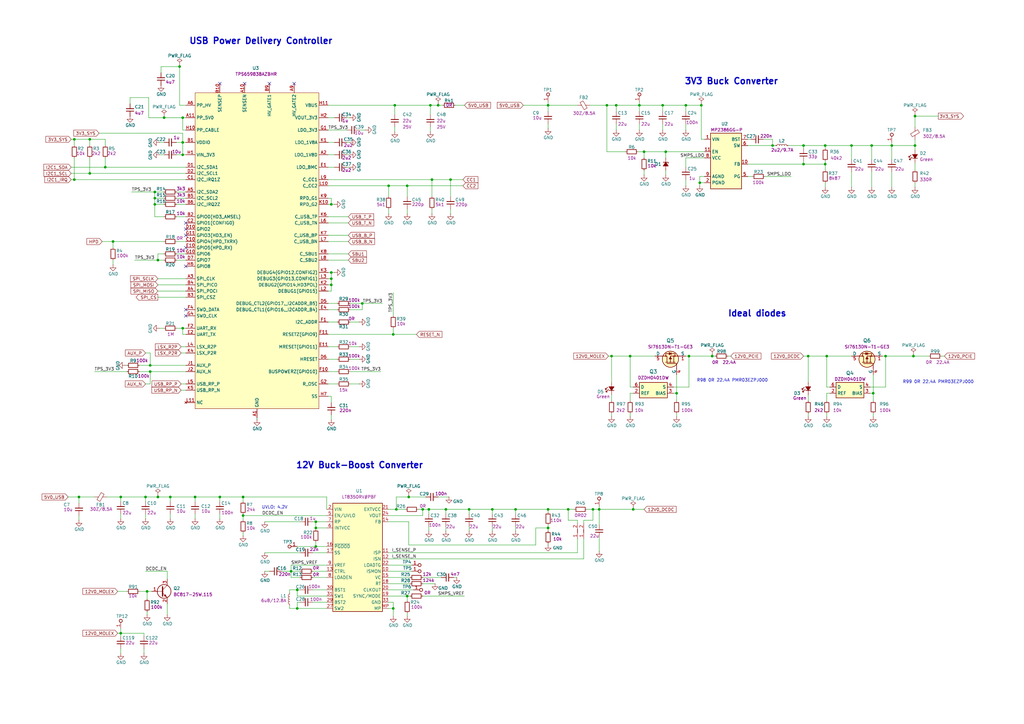
<source format=kicad_sch>
(kicad_sch (version 20231120) (generator "eeschema") (generator_version "8.0")
  (paper "A3")
  (title_block (title "Thunderbolt PCIe Adaper") (date "2023-08-09") (rev "1.0.2") (comment 1 "www.antmicro.com") (comment 2 "Antmicro Ltd."))
  (lib_symbols
    (symbol "antmicroCapacitors0402:C_100n_0402" (pin_numbers hide) (pin_names hide)
      (property "Reference" "C" (at 20.32 -5.08 0))
      (property "Val" "100n" (at 20.32 -7.62 0))
      (symbol "C_100n_0402_1_1"
        (pin passive line (at 0 0 0) (length 2.032) (name "~") (number "1"))
        (pin passive line (at 5.08 0 180) (length 2.032) (name "~") (number "2"))
      )
    )
    (symbol "antmicroCapacitors0402:C_10u_0402" (pin_numbers hide) (pin_names hide)
      (property "Reference" "C" (at 20.32 -5.08 0))
      (property "Val" "10u" (at 20.32 -7.62 0))
      (symbol "C_10u_0402_1_1"
        (pin passive line (at 0 0 0) (length 2.032) (name "~") (number "1"))
        (pin passive line (at 5.08 0 180) (length 2.032) (name "~") (number "2"))
      )
    )
    (symbol "antmicroCapacitors0402:C_1u_0402" (pin_numbers hide) (pin_names hide)
      (property "Reference" "C" (at 20.32 -5.08 0))
      (property "Val" "1u" (at 20.32 -7.62 0))
      (symbol "C_1u_0402_1_1"
        (pin passive line (at 0 0 0) (length 2.032) (name "~") (number "1"))
        (pin passive line (at 5.08 0 180) (length 2.032) (name "~") (number "2"))
      )
    )
    (symbol "antmicroCapacitors0402:C_220n_0402" (pin_numbers hide) (pin_names hide)
      (property "Reference" "C" (at 20.32 -5.08 0))
      (property "Val" "220n" (at 20.32 -7.62 0))
      (symbol "C_220n_0402_1_1"
        (pin passive line (at 0 0 0) (length 2.032) (name "~") (number "1"))
        (pin passive line (at 5.08 0 180) (length 2.032) (name "~") (number "2"))
      )
    )
    (symbol "antmicroCapacitors0402:C_220p_0402" (pin_numbers hide) (pin_names hide)
      (property "Reference" "C" (at 20.32 -5.08 0))
      (property "Val" "220p" (at 20.32 -7.62 0))
      (symbol "C_220p_0402_1_1"
        (pin passive line (at 0 0 0) (length 2.032) (name "~") (number "1"))
        (pin passive line (at 5.08 0 180) (length 2.032) (name "~") (number "2"))
      )
    )
    (symbol "antmicroCapacitors0402:C_22n_0402" (pin_numbers hide) (pin_names hide)
      (property "Reference" "C" (at 20.32 -5.08 0))
      (property "Val" "22n" (at 20.32 -7.62 0))
      (symbol "C_22n_0402_1_1"
        (pin passive line (at 0 0 0) (length 2.032) (name "~") (number "1"))
        (pin passive line (at 5.08 0 180) (length 2.032) (name "~") (number "2"))
      )
    )
    (symbol "antmicroCapacitors0402:C_2u2_0402" (pin_numbers hide) (pin_names hide)
      (property "Reference" "C" (at 20.32 -5.08 0))
      (property "Val" "2u2" (at 20.32 -7.62 0))
      (symbol "C_2u2_0402_1_1"
        (pin passive line (at 0 0 0) (length 2.032) (name "~") (number "1"))
        (pin passive line (at 5.08 0 180) (length 2.032) (name "~") (number "2"))
      )
    )
    (symbol "antmicroCapacitors0402:C_33p_0402" (pin_numbers hide) (pin_names hide)
      (property "Reference" "C" (at 20.32 -5.08 0))
      (property "Val" "33p" (at 20.32 -7.62 0))
      (symbol "C_33p_0402_1_1"
        (pin passive line (at 0 0 0) (length 2.032) (name "~") (number "1"))
        (pin passive line (at 5.08 0 180) (length 2.032) (name "~") (number "2"))
      )
    )
    (symbol "antmicroCapacitors0402:C_4n7_0402" (pin_numbers hide) (pin_names hide)
      (property "Reference" "C" (at 20.32 -5.08 0))
      (property "Val" "4n7" (at 20.32 -7.62 0))
      (symbol "C_4n7_0402_1_1"
        (pin passive line (at 0 0 0) (length 2.032) (name "~") (number "1"))
        (pin passive line (at 5.08 0 180) (length 2.032) (name "~") (number "2"))
      )
    )
    (symbol "antmicroCapacitors0402:C_4u7_25V_0402" (pin_numbers hide) (pin_names hide)
      (property "Reference" "C" (at 20.32 -5.08 0))
      (property "Val" "4u7" (at 20.32 -7.62 0))
      (symbol "C_4u7_25V_0402_1_1"
        (pin passive line (at 0 0 0) (length 2.032) (name "~") (number "1"))
        (pin passive line (at 5.08 0 180) (length 2.032) (name "~") (number "2"))
      )
    )
    (symbol "antmicroCapacitors0603:C_22u_0603" (pin_numbers hide) (pin_names hide)
      (property "Reference" "C" (at 20.32 -5.08 0))
      (property "Val" "22u" (at 20.32 -7.62 0))
      (symbol "C_22u_0603_1_1"
        (pin passive line (at 0 0 0) (length 2.032) (name "~") (number "1"))
        (pin passive line (at 5.08 0 180) (length 2.032) (name "~") (number "2"))
      )
    )
    (symbol "antmicroCapacitors0603:C_22u_16V_0603" (pin_numbers hide) (pin_names hide)
      (property "Reference" "C" (at 20.32 -5.08 0))
      (property "Val" "22u" (at 20.32 -7.62 0))
      (symbol "C_22u_16V_0603_1_1"
        (pin passive line (at 0 0 0) (length 2.032) (name "~") (number "1"))
        (pin passive line (at 5.08 0 180) (length 2.032) (name "~") (number "2"))
      )
    )
    (symbol "antmicroCapacitorsmisc:C_10u_0805_35V" (pin_numbers hide) (pin_names hide)
      (property "Reference" "C" (at 20.32 -5.08 0))
      (property "Val" "10u" (at 20.32 -7.62 0))
      (symbol "C_10u_0805_35V_1_1"
        (pin passive line (at 0 0 0) (length 2.032) (name "~") (number "1"))
        (pin passive line (at 5.08 0 180) (length 2.032) (name "~") (number "2"))
      )
    )
    (symbol "antmicroCapacitorsmisc:C_22u_1206_35V" (pin_numbers hide) (pin_names hide)
      (property "Reference" "C" (at 20.32 -5.08 0))
      (property "Val" "22u" (at 20.32 -7.62 0))
      (symbol "C_22u_1206_35V_1_1"
        (pin passive line (at 0 0 0) (length 2.032) (name "~") (number "1"))
        (pin passive line (at 5.08 0 180) (length 2.032) (name "~") (number "2"))
      )
    )
    (symbol "antmicroCapacitorsmisc:C_22u_25V_0805" (pin_numbers hide) (pin_names hide)
      (property "Reference" "C" (at 20.32 -5.08 0))
      (property "Val" "22u" (at 20.32 -7.62 0))
      (property "Voltage" "25V" (at 20.32 -27.94 0))
      (symbol "C_22u_25V_0805_1_1"
        (pin passive line (at 0 0 0) (length 2.032) (name "~") (number "1"))
        (pin passive line (at 5.08 0 180) (length 2.032) (name "~") (number "2"))
      )
    )
    (symbol "antmicroDCDCConverters:LT8350RV"
      (property "Reference" "U1" (at 13.335 7.62 0))
      (property "MPN" "LT8350RV#PBF" (at 13.335 5.08 0))
      (symbol "LT8350RV_1_1"
        (pin output line (at 25.4 -25.4 180) (length 2.54) (name "ISMON") (number "10"))
        (pin input line (at 25.4 -17.78 180) (length 2.54) (name "ISP") (number "11"))
        (pin input line (at 25.4 -20.32 180) (length 2.54) (name "ISN") (number "12"))
        (pin input line (at 0 -25.4 0) (length 2.54) (name "CTRL") (number "13"))
        (pin input line (at 25.4 -5.08 180) (length 2.54) (name "FB") (number "14"))
        (pin output line (at 25.4 -27.94 180) (length 2.54) (name "VC") (number "15"))
        (pin open_collector line (at 0 -15.24 0) (length 2.54) (name "~{PGOOD}") (number "16"))
        (pin input line (at 0 -17.78 0) (length 2.54) (name "SS") (number "17"))
        (pin input line (at 25.4 -30.48 180) (length 2.54) (name "RT") (number "18"))
        (pin input line (at 25.4 -35.56 180) (length 2.54) (name "SYNC/MODE") (number "19"))
        (pin power_in line (at 0 0 0) (length 2.54) (name "VIN") (number "2"))
        (pin output line (at 25.4 -33.02 180) (length 2.54) (name "CLKOUT") (number "20"))
        (pin power_in line (at 25.4 0 180) (length 2.54) (name "EXTVCC") (number "21"))
        (pin output line (at 25.4 -22.86 180) (length 2.54) (name "LOADTG") (number "22"))
        (pin power_out line (at 25.4 -2.54 180) (length 2.54) (name "VOUT") (number "24"))
        (pin passive line (at 25.4 -2.54 180) (length 2.54) hide (name "VOUT") (number "25"))
        (pin output line (at 0 -40.64 0) (length 2.54) (name "SW2") (number "27"))
        (pin passive line (at 0 -40.64 0) (length 2.54) hide (name "SW2") (number "28"))
        (pin input line (at 0 -38.1 0) (length 2.54) (name "BST2") (number "29"))
        (pin passive line (at 0 0 0) (length 2.54) hide (name "VIN") (number "3"))
        (pin input line (at 0 -33.02 0) (length 2.54) (name "BST1") (number "30"))
        (pin output line (at 0 -35.56 0) (length 2.54) (name "SW1") (number "31"))
        (pin passive line (at 0 -35.56 0) (length 2.54) hide (name "SW1") (number "32"))
        (pin power_in line (at 25.4 -38.1 180) (length 2.54) (name "GND") (number "33"))
        (pin passive line (at 25.4 -38.1 180) (length 2.54) hide (name "GND") (number "34"))
        (pin passive line (at 25.4 -38.1 180) (length 2.54) hide (name "GND") (number "35"))
        (pin passive line (at 25.4 -38.1 180) (length 2.54) hide (name "GND") (number "36"))
        (pin input line (at 0 -2.54 0) (length 2.54) (name "EN/UVLO") (number "5"))
        (pin power_out line (at 0 -7.62 0) (length 2.54) (name "INTVCC") (number "6"))
        (pin unspecified line (at 0 -5.08 0) (length 2.54) (name "RP") (number "7"))
        (pin input line (at 0 -27.94 0) (length 2.54) (name "LOADEN") (number "8"))
        (pin power_out line (at 0 -22.86 0) (length 2.54) (name "VREF") (number "9"))
        (pin passive line (at 25.4 -40.64 180) (length 2.54) (name "MP") (number "MP"))
      )
    )
    (symbol "antmicroDCDCConverters:MP2386GG"
      (property "Reference" "U" (at 33.02 -5.08 0))
      (property "MPN" "MP2386GG-P" (at 33.02 -17.78 0))
      (symbol "MP2386GG_1_1"
        (pin power_in line (at 0 0 0) (length 2.54) (name "VIN") (number "1"))
        (pin input line (at 17.78 -10.16 180) (length 2.54) (name "FB") (number "10"))
        (pin input line (at 0 -5.08 0) (length 2.54) (name "EN") (number "11"))
        (pin power_in line (at 0 -17.78 0) (length 2.54) (name "PGND") (number "2"))
        (pin passive line (at 0 -17.78 0) (length 2.54) hide (name "PGND") (number "3"))
        (pin passive line (at 0 -17.78 0) (length 2.54) hide (name "PGND") (number "4"))
        (pin open_collector line (at 17.78 -15.24 180) (length 2.54) (name "PG") (number "5"))
        (pin power_out line (at 17.78 -2.54 180) (length 2.54) (name "SW") (number "6"))
        (pin input line (at 17.78 0 180) (length 2.54) (name "BST") (number "7"))
        (pin power_out line (at 0 -7.62 0) (length 2.54) (name "VCC") (number "8"))
        (pin power_in line (at 0 -15.24 0) (length 2.54) (name "AGND") (number "9"))
      )
    )
    (symbol "antmicroDiodesZenerSingle:MM3Z3V3C" (pin_numbers hide) (pin_names hide)
      (property "Reference" "D" (at 22.86 -5.08 0))
      (property "MPN" "MM3Z3V3C" (at 22.86 -7.62 0))
      (symbol "MM3Z3V3C_1_1"
        (pin passive line (at 0 0 0) (length 0.635) (name "C") (number "1"))
        (pin passive line (at 5.08 0 180) (length 0.635) (name "A") (number "2"))
      )
    )
    (symbol "antmicroFerriteBeadsandChips:FB_30Z_8.5A_Murata-BLM21SN_0805" (pin_numbers hide) (pin_names hide)
      (property "Reference" "FB" (at 13.97 0 0))
      (property "Val" "30Z/8.5A" (at 13.97 -5.08 0))
      (symbol "FB_30Z_8.5A_Murata-BLM21SN_0805_1_1"
        (pin passive line (at 0 0 0) (length 1.27) (name "~") (number "1"))
        (pin passive line (at 5.08 0 180) (length 1.27) (name "~") (number "2"))
      )
    )
    (symbol "antmicroFixedInductors:L_2u2_9.7A_Coilcraft-XAL5030" (pin_numbers hide) (pin_names hide)
      (property "Reference" "L" (at 13.97 0 0))
      (property "Val" "2u2/9.7A" (at 13.97 -5.08 0))
      (symbol "L_2u2_9.7A_Coilcraft-XAL5030_1_1"
        (pin passive line (at 0 0 0) (length 0.508) (name "~") (number "1"))
        (pin passive line (at 5.08 0 180) (length 0.508) (name "~") (number "2"))
      )
    )
    (symbol "antmicroFixedInductors:L_6u8_12.8A_Coilcraft-XAL7070" (pin_numbers hide) (pin_names hide)
      (property "Reference" "L" (at 13.97 0 0))
      (property "Val" "6u8/12.8A" (at 13.97 -5.08 0))
      (symbol "L_6u8_12.8A_Coilcraft-XAL7070_1_1"
        (pin passive line (at 0 0 0) (length 0.508) (name "~") (number "1"))
        (pin passive line (at 5.08 0 180) (length 0.508) (name "~") (number "2"))
      )
    )
    (symbol "antmicroInterfaceControllers:TPS65983BAZBHR"
      (property "Reference" "U" (at 73.66 2.54 0))
      (property "MPN" "TPS65983BAZBHR" (at 73.66 -7.62 0))
      (symbol "TPS65983BAZBHR_1_1"
        (pin power_in line (at 29.21 -128.27 90) (length 3.81) (name "GND") (number "A1"))
        (pin input line (at 24.13 8.89 270) (length 3.81) (name "SENSEN") (number "A10"))
        (pin power_in line (at 0 -5.08 0) (length 3.81) (name "PP_5V0") (number "A11"))
        (pin power_out line (at 58.42 -20.32 180) (length 3.81) (name "LDO_1V8D") (number "A2"))
        (pin output line (at 0 -71.12 0) (length 3.81) (name "SPI_CLK") (number "A3"))
        (pin input line (at 0 -76.2 0) (length 3.81) (name "SPI_POCI") (number "A4"))
        (pin bidirectional line (at 0 -35.56 0) (length 3.81) (name "I2C_SDA2") (number "A5"))
        (pin power_in line (at 0 0 0) (length 3.81) (name "PP_HV") (number "A6"))
        (pin power_in line (at 0 0 0) (length 3.81) hide (name "PP_HV") (number "A7"))
        (pin power_in line (at 0 0 0) (length 3.81) hide (name "PP_HV") (number "A8"))
        (pin output line (at 44.45 8.89 270) (length 3.81) (name "HV_GATE2") (number "A9"))
        (pin power_in line (at 0 -15.24 0) (length 3.81) (name "VDDIO") (number "B1"))
        (pin input line (at 13.97 8.89 270) (length 3.81) (name "SENSEP") (number "B10"))
        (pin power_in line (at 0 -5.08 0) (length 3.81) hide (name "PP_5V0") (number "B11"))
        (pin bidirectional line (at 0 -45.72 0) (length 3.81) (name "GPIO0(HD3_AMSEL)") (number "B2"))
        (pin output line (at 0 -78.74 0) (length 3.81) (name "SPI_CSZ") (number "B3"))
        (pin output line (at 0 -73.66 0) (length 3.81) (name "SPI_PICO") (number "B4"))
        (pin bidirectional line (at 0 -38.1 0) (length 3.81) (name "I2C_SCL2") (number "B5"))
        (pin output line (at 0 -40.64 0) (length 3.81) (name "I2C_IRQ2Z") (number "B6"))
        (pin power_in line (at 0 0 0) (length 3.81) hide (name "PP_HV") (number "B7"))
        (pin power_in line (at 29.21 -128.27 90) (length 3.81) hide (name "GND") (number "B8"))
        (pin output line (at 34.29 8.89 270) (length 3.81) (name "HV_GATE1") (number "B9"))
        (pin output line (at 0 -30.48 0) (length 3.81) (name "I2C_IRQ1Z") (number "C1"))
        (pin bidirectional line (at 0 -55.88 0) (length 3.81) (name "GPIO4(HPD_TXRX)") (number "C10"))
        (pin power_in line (at 0 -5.08 0) (length 3.81) hide (name "PP_5V0") (number "C11"))
        (pin bidirectional line (at 0 -48.26 0) (length 3.81) (name "GPIO1(CONFIG0)") (number "C2"))
        (pin bidirectional line (at 0 -25.4 0) (length 3.81) (name "I2C_SDA1") (number "D1"))
        (pin bidirectional line (at 0 -50.8 0) (length 3.81) (name "GPIO2") (number "D10"))
        (pin power_in line (at 0 -5.08 0) (length 3.81) hide (name "PP_5V0") (number "D11"))
        (pin bidirectional line (at 0 -27.94 0) (length 3.81) (name "I2C_SCL1") (number "D2"))
        (pin bidirectional line (at 58.42 -81.28 180) (length 3.81) (name "DEBUG_CTL2(GPIO17,_I2CADDR_B5)") (number "D5"))
        (pin input line (at 58.42 -104.14 180) (length 3.81) (name "HRESET") (number "D6"))
        (pin bidirectional line (at 0 -63.5 0) (length 3.81) (name "GPIO7") (number "D7"))
        (pin power_in line (at 29.21 -128.27 90) (length 3.81) hide (name "GND") (number "D8"))
        (pin power_out line (at 58.42 -25.4 180) (length 3.81) (name "LDO_BMC") (number "E1"))
        (pin bidirectional line (at 0 -58.42 0) (length 3.81) (name "GPIO5(HPD_RX)") (number "E10"))
        (pin bidirectional line (at 58.42 -99.06 180) (length 3.81) (name "MRESET(GPIO11)") (number "E11"))
        (pin output line (at 0 -93.98 0) (length 3.81) (name "UART_TX") (number "E2"))
        (pin bidirectional line (at 58.42 -83.82 180) (length 3.81) (name "DEBUG_CTL1(GPIO16,_I2CADDR_B4)") (number "E4"))
        (pin power_in line (at 29.21 -128.27 90) (length 3.81) hide (name "GND") (number "E5"))
        (pin power_in line (at 29.21 -128.27 90) (length 3.81) hide (name "GND") (number "E6"))
        (pin power_in line (at 29.21 -128.27 90) (length 3.81) hide (name "GND") (number "E7"))
        (pin power_in line (at 29.21 -128.27 90) (length 3.81) hide (name "GND") (number "E8"))
        (pin bidirectional line (at 58.42 -88.9 180) (length 3.81) (name "I2C_ADDR") (number "F1"))
        (pin bidirectional line (at 58.42 -109.22 180) (length 3.81) (name "BUSPOWERZ(GPIO10)") (number "F10"))
        (pin bidirectional line (at 58.42 -93.98 180) (length 3.81) (name "RESETZ(GPIO9)") (number "F11"))
        (pin input line (at 0 -91.44 0) (length 3.81) (name "UART_RX") (number "F2"))
        (pin bidirectional line (at 0 -83.82 0) (length 3.81) (name "SWD_DATA") (number "F4"))
        (pin power_in line (at 29.21 -128.27 90) (length 3.81) hide (name "GND") (number "F5"))
        (pin power_in line (at 29.21 -128.27 90) (length 3.81) hide (name "GND") (number "F6"))
        (pin power_in line (at 29.21 -128.27 90) (length 3.81) hide (name "GND") (number "F7"))
        (pin power_in line (at 29.21 -128.27 90) (length 3.81) hide (name "GND") (number "F8"))
        (pin power_out line (at 58.42 -10.16 180) (length 3.81) (name "LDO_3V3") (number "G1"))
        (pin bidirectional line (at 0 -60.96 0) (length 3.81) (name "GPIO6") (number "G10"))
        (pin bidirectional line (at 0 -53.34 0) (length 3.81) (name "GPIO3(HD3_EN)") (number "G11"))
        (pin bidirectional line (at 58.42 -114.3 180) (length 3.81) (name "R_OSC") (number "G2"))
        (pin input line (at 0 -86.36 0) (length 3.81) (name "SWD_CLK") (number "G4"))
        (pin power_in line (at 29.21 -128.27 90) (length 3.81) hide (name "GND") (number "G5"))
        (pin power_in line (at 29.21 -128.27 90) (length 3.81) hide (name "GND") (number "G6"))
        (pin power_in line (at 29.21 -128.27 90) (length 3.81) hide (name "GND") (number "G7"))
        (pin power_in line (at 29.21 -128.27 90) (length 3.81) hide (name "GND") (number "G8"))
        (pin power_in line (at 0 -20.32 0) (length 3.81) (name "VIN_3V3") (number "H1"))
        (pin power_in line (at 0 -10.16 0) (length 3.81) (name "PP_CABLE") (number "H10"))
        (pin power_in line (at 58.42 0 180) (length 3.81) (name "VBUS") (number "H11"))
        (pin power_out line (at 58.42 -5.08 180) (length 3.81) (name "VOUT_3V3") (number "H2"))
        (pin power_in line (at 29.21 -128.27 90) (length 3.81) hide (name "GND") (number "H4"))
        (pin power_in line (at 29.21 -128.27 90) (length 3.81) hide (name "GND") (number "H5"))
        (pin bidirectional line (at 0 -66.04 0) (length 3.81) (name "GPIO8") (number "H6"))
        (pin output line (at 58.42 -119.38 180) (length 3.81) (name "SS") (number "H7"))
        (pin power_in line (at 29.21 -128.27 90) (length 3.81) hide (name "GND") (number "H8"))
        (pin bidirectional line (at 0 -106.68 0) (length 3.81) (name "AUX_P") (number "J1"))
        (pin power_in line (at 58.42 0 180) (length 3.81) hide (name "VBUS") (number "J10"))
        (pin power_in line (at 58.42 0 180) (length 3.81) hide (name "VBUS") (number "J11"))
        (pin bidirectional line (at 0 -109.22 0) (length 3.81) (name "AUX_N") (number "J2"))
        (pin power_out line (at 58.42 -15.24 180) (length 3.81) (name "LDO_1V8A") (number "K1"))
        (pin bidirectional line (at 58.42 -40.64 180) (length 3.81) (name "RPD_G2") (number "K10"))
        (pin power_in line (at 58.42 0 180) (length 3.81) hide (name "VBUS") (number "K11"))
        (pin bidirectional line (at 58.42 -73.66 180) (length 3.81) (name "DEBUG2(GPIO14,HD3POL)") (number "K2"))
        (pin bidirectional line (at 58.42 -68.58 180) (length 3.81) (name "DEBUG4(GPIO12,CONFIG2)") (number "K3"))
        (pin output line (at 0 -101.6 0) (length 3.81) (name "LSX_P2R") (number "K4"))
        (pin bidirectional line (at 0 -116.84 0) (length 3.81) (name "USB_RP_N") (number "K5"))
        (pin bidirectional line (at 58.42 -45.72 180) (length 3.81) (name "C_USB_TP") (number "K6"))
        (pin bidirectional line (at 58.42 -53.34 180) (length 3.81) (name "C_USB_BP") (number "K7"))
        (pin bidirectional line (at 58.42 -60.96 180) (length 3.81) (name "C_SBU1") (number "K8"))
        (pin bidirectional line (at 58.42 -38.1 180) (length 3.81) (name "RPD_G1") (number "K9"))
        (pin power_in line (at 29.21 -128.27 90) (length 3.81) hide (name "GND") (number "L1"))
        (pin bidirectional line (at 58.42 -33.02 180) (length 3.81) (name "C_CC2") (number "L10"))
        (pin no_connect line (at 0 -121.92 0) (length 3.81) (name "NC") (number "L11"))
        (pin bidirectional line (at 58.42 -76.2 180) (length 3.81) (name "DEBUG1(GPIO15)") (number "L2"))
        (pin bidirectional line (at 58.42 -71.12 180) (length 3.81) (name "DEBUG3(GPIO13,CONFIG1)") (number "L3"))
        (pin input line (at 0 -99.06 0) (length 3.81) (name "LSX_R2P") (number "L4"))
        (pin bidirectional line (at 0 -114.3 0) (length 3.81) (name "USB_RP_P") (number "L5"))
        (pin bidirectional line (at 58.42 -48.26 180) (length 3.81) (name "C_USB_TN") (number "L6"))
        (pin bidirectional line (at 58.42 -55.88 180) (length 3.81) (name "C_USB_BN") (number "L7"))
        (pin bidirectional line (at 58.42 -63.5 180) (length 3.81) (name "C_SBU2") (number "L8"))
        (pin bidirectional line (at 58.42 -30.48 180) (length 3.81) (name "C_CC1") (number "L9"))
      )
    )
    (symbol "antmicroLEDIndicationDiscrete:LED_G_0603_KP-1608CGCK" (pin_numbers hide) (pin_names hide)
      (property "Reference" "D" (at 22.86 -2.54 0))
      (property "Color" "Green" (at 22.86 -5.08 0))
      (symbol "LED_G_0603_KP-1608CGCK_1_1"
        (pin passive line (at 0 0 0) (length 0.635) (name "C") (number "1"))
        (pin passive line (at 5.08 0 180) (length 0.635) (name "A") (number "2"))
      )
    )
    (symbol "antmicroPMICORControllersIdealDiodes:DZDH0401DW"
      (property "Reference" "Q" (at 30.48 -5.08 0))
      (property "MPN" "DZDH0401DW" (at 30.48 -15.24 0))
      (symbol "DZDH0401DW_1_1"
        (pin input line (at 0 -2.54 0) (length 2.54) (name "REF") (number "2"))
        (pin output line (at 16.51 -2.54 180) (length 2.54) (name "BIAS") (number "3"))
        (pin power_in line (at 16.51 0 180) (length 2.54) (name "S") (number "4"))
        (pin power_in line (at 0 0 0) (length 2.54) (name "D") (number "6"))
      )
    )
    (symbol "antmicroResistors0402:R_0R_0402" (pin_numbers hide) (pin_names hide)
      (property "Reference" "R" (at 20.32 -5.08 0))
      (property "Val" "0R" (at 20.32 -7.62 0))
      (symbol "R_0R_0402_1_1"
        (pin passive line (at 0 0 0) (length 0.635) (name "~") (number "1"))
        (pin passive line (at 5.08 0 180) (length 0.635) (name "~") (number "2"))
      )
    )
    (symbol "antmicroResistors0402:R_100k_0402" (pin_numbers hide) (pin_names hide)
      (property "Reference" "R" (at 20.32 -5.08 0))
      (property "Val" "100k" (at 20.32 -7.62 0))
      (symbol "R_100k_0402_1_1"
        (pin passive line (at 0 0 0) (length 0.635) (name "~") (number "1"))
        (pin passive line (at 5.08 0 180) (length 0.635) (name "~") (number "2"))
      )
    )
    (symbol "antmicroResistors0402:R_100k_0402_10" (pin_numbers hide) (pin_names hide)
      (property "Reference" "R" (at 20.32 -5.08 0))
      (property "Val" "100k" (at 20.32 -7.62 0))
      (symbol "R_100k_0402_10_1_1"
        (pin passive line (at 0 0 0) (length 0.635) (name "~") (number "1"))
        (pin passive line (at 5.08 0 180) (length 0.635) (name "~") (number "2"))
      )
    )
    (symbol "antmicroResistors0402:R_100k_0402_11" (pin_numbers hide) (pin_names hide)
      (property "Reference" "R" (at 20.32 -5.08 0))
      (property "Val" "100k" (at 20.32 -7.62 0))
      (symbol "R_100k_0402_11_1_1"
        (pin passive line (at 0 0 0) (length 0.635) (name "~") (number "1"))
        (pin passive line (at 5.08 0 180) (length 0.635) (name "~") (number "2"))
      )
    )
    (symbol "antmicroResistors0402:R_100k_0402_12" (pin_numbers hide) (pin_names hide)
      (property "Reference" "R" (at 20.32 -5.08 0))
      (property "Val" "100k" (at 20.32 -7.62 0))
      (symbol "R_100k_0402_12_1_1"
        (pin passive line (at 0 0 0) (length 0.635) (name "~") (number "1"))
        (pin passive line (at 5.08 0 180) (length 0.635) (name "~") (number "2"))
      )
    )
    (symbol "antmicroResistors0402:R_10k_0402" (pin_numbers hide) (pin_names hide)
      (property "Reference" "R" (at 20.32 -5.08 0))
      (property "Val" "10k" (at 20.32 -7.62 0))
      (symbol "R_10k_0402_1_1"
        (pin passive line (at 0 0 0) (length 0.635) (name "~") (number "1"))
        (pin passive line (at 5.08 0 180) (length 0.635) (name "~") (number "2"))
      )
    )
    (symbol "antmicroResistors0402:R_10k_0402_10" (pin_numbers hide) (pin_names hide)
      (property "Reference" "R" (at 20.32 -5.08 0))
      (property "Val" "10k" (at 20.32 -7.62 0))
      (symbol "R_10k_0402_10_1_1"
        (pin passive line (at 0 0 0) (length 0.635) (name "~") (number "1"))
        (pin passive line (at 5.08 0 180) (length 0.635) (name "~") (number "2"))
      )
    )
    (symbol "antmicroResistors0402:R_10k_0402_11" (pin_numbers hide) (pin_names hide)
      (property "Reference" "R" (at 20.32 -5.08 0))
      (property "Val" "10k" (at 20.32 -7.62 0))
      (symbol "R_10k_0402_11_1_1"
        (pin passive line (at 0 0 0) (length 0.635) (name "~") (number "1"))
        (pin passive line (at 5.08 0 180) (length 0.635) (name "~") (number "2"))
      )
    )
    (symbol "antmicroResistors0402:R_10k_0402_12" (pin_numbers hide) (pin_names hide)
      (property "Reference" "R" (at 20.32 -5.08 0))
      (property "Val" "10k" (at 20.32 -7.62 0))
      (symbol "R_10k_0402_12_1_1"
        (pin passive line (at 0 0 0) (length 0.635) (name "~") (number "1"))
        (pin passive line (at 5.08 0 180) (length 0.635) (name "~") (number "2"))
      )
    )
    (symbol "antmicroResistors0402:R_10k_0402_13" (pin_numbers hide) (pin_names hide)
      (property "Reference" "R" (at 20.32 -5.08 0))
      (property "Val" "10k" (at 20.32 -7.62 0))
      (symbol "R_10k_0402_13_1_1"
        (pin passive line (at 0 0 0) (length 0.635) (name "~") (number "1"))
        (pin passive line (at 5.08 0 180) (length 0.635) (name "~") (number "2"))
      )
    )
    (symbol "antmicroResistors0402:R_110k_0402" (pin_numbers hide) (pin_names hide)
      (property "Reference" "R" (at 20.32 -5.08 0))
      (property "Val" "110k" (at 20.32 -7.62 0))
      (symbol "R_110k_0402_1_1"
        (pin passive line (at 0 0 0) (length 0.635) (name "~") (number "1"))
        (pin passive line (at 5.08 0 180) (length 0.635) (name "~") (number "2"))
      )
    )
    (symbol "antmicroResistors0402:R_124k_0402" (pin_numbers hide) (pin_names hide)
      (property "Reference" "R" (at 20.32 -5.08 0))
      (property "Val" "124k" (at 20.32 -7.62 0))
      (symbol "R_124k_0402_1_1"
        (pin passive line (at 0 0 0) (length 0.635) (name "~") (number "1"))
        (pin passive line (at 5.08 0 180) (length 0.635) (name "~") (number "2"))
      )
    )
    (symbol "antmicroResistors0402:R_12k_0402" (pin_numbers hide) (pin_names hide)
      (property "Reference" "R" (at 20.32 -5.08 0))
      (property "Val" "12k" (at 20.32 -7.62 0))
      (symbol "R_12k_0402_1_1"
        (pin passive line (at 0 0 0) (length 0.635) (name "~") (number "1"))
        (pin passive line (at 5.08 0 180) (length 0.635) (name "~") (number "2"))
      )
    )
    (symbol "antmicroResistors0402:R_15k_0.1%_0402" (pin_numbers hide) (pin_names hide)
      (property "Reference" "R" (at 20.32 -5.08 0))
      (property "Val" "15k" (at 20.32 -7.62 0))
      (symbol "R_15k_0.1%_0402_1_1"
        (pin passive line (at 0 0 0) (length 0.635) (name "~") (number "1"))
        (pin passive line (at 5.08 0 180) (length 0.635) (name "~") (number "2"))
      )
    )
    (symbol "antmicroResistors0402:R_1M_0402" (pin_numbers hide) (pin_names hide)
      (property "Reference" "R" (at 20.32 -5.08 0))
      (property "Val" "1M" (at 20.32 -7.62 0))
      (symbol "R_1M_0402_1_1"
        (pin passive line (at 0 0 0) (length 0.635) (name "~") (number "1"))
        (pin passive line (at 5.08 0 180) (length 0.635) (name "~") (number "2"))
      )
    )
    (symbol "antmicroResistors0402:R_24k_0402" (pin_numbers hide) (pin_names hide)
      (property "Reference" "R" (at 20.32 -5.08 0))
      (property "Val" "24k" (at 20.32 -7.62 0))
      (symbol "R_24k_0402_1_1"
        (pin passive line (at 0 0 0) (length 0.635) (name "~") (number "1"))
        (pin passive line (at 5.08 0 180) (length 0.635) (name "~") (number "2"))
      )
    )
    (symbol "antmicroResistors0402:R_2k2_0402" (pin_numbers hide) (pin_names hide)
      (property "Reference" "R" (at 20.32 -5.08 0))
      (property "Val" "2k2" (at 20.32 -7.62 0))
      (symbol "R_2k2_0402_1_1"
        (pin passive line (at 0 0 0) (length 0.635) (name "~") (number "1"))
        (pin passive line (at 5.08 0 180) (length 0.635) (name "~") (number "2"))
      )
    )
    (symbol "antmicroResistors0402:R_330R_0402" (pin_numbers hide) (pin_names hide)
      (property "Reference" "R" (at 20.32 -5.08 0))
      (property "Val" "330R" (at 20.32 -7.62 0))
      (symbol "R_330R_0402_1_1"
        (pin passive line (at 0 0 0) (length 0.635) (name "~") (number "1"))
        (pin passive line (at 5.08 0 180) (length 0.635) (name "~") (number "2"))
      )
    )
    (symbol "antmicroResistors0402:R_3k3_0402" (pin_numbers hide) (pin_names hide)
      (property "Reference" "R" (at 20.32 -5.08 0))
      (property "Val" "3k3" (at 20.32 -7.62 0))
      (symbol "R_3k3_0402_1_1"
        (pin passive line (at 0 0 0) (length 0.635) (name "~") (number "1"))
        (pin passive line (at 5.08 0 180) (length 0.635) (name "~") (number "2"))
      )
    )
    (symbol "antmicroResistors0402:R_40k2_0402" (pin_numbers hide) (pin_names hide)
      (property "Reference" "R" (at 20.32 -5.08 0))
      (property "Val" "40k2" (at 20.32 -7.62 0))
      (symbol "R_40k2_0402_1_1"
        (pin passive line (at 0 0 0) (length 0.635) (name "~") (number "1"))
        (pin passive line (at 5.08 0 180) (length 0.635) (name "~") (number "2"))
      )
    )
    (symbol "antmicroResistors0402:R_5k1_0402" (pin_numbers hide) (pin_names hide)
      (property "Reference" "R" (at 20.32 -5.08 0))
      (property "Val" "5k1" (at 20.32 -7.62 0))
      (symbol "R_5k1_0402_1_1"
        (pin passive line (at 0 0 0) (length 0.635) (name "~") (number "1"))
        (pin passive line (at 5.08 0 180) (length 0.635) (name "~") (number "2"))
      )
    )
    (symbol "antmicroResistors0402:R_8k87_0402" (pin_numbers hide) (pin_names hide)
      (property "Reference" "R" (at 20.32 -5.08 0))
      (property "Val" "8k87" (at 20.32 -7.62 0))
      (symbol "R_8k87_0402_1_1"
        (pin passive line (at 0 0 0) (length 0.635) (name "~") (number "1"))
        (pin passive line (at 5.08 0 180) (length 0.635) (name "~") (number "2"))
      )
    )
    (symbol "antmicroResistors0603:R_0R_0603" (pin_numbers hide) (pin_names hide)
      (property "Reference" "R" (at 20.32 -5.08 0))
      (property "Val" "0R" (at 20.32 -7.62 0))
      (symbol "R_0R_0603_1_1"
        (pin passive line (at 0 0 0) (length 0.635) (name "~") (number "1"))
        (pin passive line (at 5.08 0 180) (length 0.635) (name "~") (number "2"))
      )
    )
    (symbol "antmicroResistors0603:R_0R_22.4A_0603" (pin_numbers hide) (pin_names hide)
      (property "Reference" "R" (at 15.24 -2.54 0))
      (property "Value" "R_0R_22.4A_0603" (at 15.24 -5.08 0))
      (property "Val" "0R" (at 15.24 -7.62 0))
      (property "Max. Curr." "22.4A" (at 15.24 -20.32 0))
      (symbol "R_0R_22.4A_0603_1_1"
        (pin passive line (at 0 0 0) (length 0.635) (name "~") (number "1"))
        (pin passive line (at 5.08 0 180) (length 0.635) (name "~") (number "2"))
      )
    )
    (symbol "antmicroResistorsmisc:R_0R02_1206" (pin_numbers hide) (pin_names hide)
      (property "Reference" "R" (at 20.32 -5.08 0))
      (property "Val" "0R02" (at 20.32 -7.62 0))
      (symbol "R_0R02_1206_1_1"
        (pin passive line (at 0 0 0) (length 0.635) (name "~") (number "1"))
        (pin passive line (at 5.08 0 180) (length 0.635) (name "~") (number "2"))
      )
    )
    (symbol "antmicroShuntsJumpers:Net-Tie_P0.1mm" (pin_names hide) (in_bom no)
      (property "Reference" "TP" (at 21.59 -5.08 0))
      (property "Value" "Net-Tie_P0.1mm" (at 21.59 -7.62 0))
      (symbol "Net-Tie_P0.1mm_1_1"
        (pin passive line (at 0 0 0) (length 2.54) (name "1") (number "1"))
        (pin passive line (at 6.35 0 180) (length 2.54) (name "2") (number "2"))
      )
    )
    (symbol "antmicroTestPoints:TP_0.75mm_SMD" (pin_names hide) (in_bom no)
      (property "Reference" "TP" (at 10.795 -1.27 0))
      (symbol "TP_0.75mm_SMD_1_1"
        (pin passive line (at 0 0 0) (length 2.54) (name "1") (number "1"))
      )
    )
    (symbol "antmicroTestPoints:TP_1mm_SMD" (pin_names hide) (in_bom no)
      (property "Reference" "TP" (at 15.24 -5.08 0))
      (symbol "TP_1mm_SMD_1_1"
        (pin passive line (at 0 0 0) (length 2.54) (name "1") (number "1"))
      )
    )
    (symbol "antmicroTransistorsBipolarSingle:BC817-25W" (pin_names (offset 0) hide)
      (property "Reference" "Q" (at 22.86 0 0))
      (property "MPN" "BC817-25W,115" (at 22.86 -10.16 0))
      (symbol "BC817-25W_1_1"
        (pin input line (at 0 0 0) (length 2.54) (name "B") (number "1"))
        (pin passive line (at 6.35 -5.08 90) (length 2.54) (name "E") (number "2"))
        (pin passive line (at 6.35 5.08 270) (length 2.54) (name "C") (number "3"))
      )
    )
    (symbol "antmicroTransistorsFETsMOSFETsSingle:SI7613DN-T1-GE3" (pin_names (offset 0))
      (property "Reference" "Q" (at 15.24 5.08 0))
      (property "MPN" "SI7613DN-T1-GE3" (at 15.24 -5.08 0))
      (symbol "SI7613DN-T1-GE3_1_1"
        (pin passive line (at 7.62 -3.81 90) (length 2.54) (name "S") (number "1"))
        (pin passive line (at 7.62 -3.81 90) (length 2.54) hide (name "S") (number "2"))
        (pin passive line (at 7.62 -3.81 90) (length 2.54) hide (name "S") (number "3"))
        (pin passive line (at 0 0 0) (length 2.54) (name "G") (number "4"))
        (pin passive line (at 7.62 8.89 270) (length 2.54) (name "D") (number "5"))
      )
    )
    (symbol "antmicropower:GND" (power) (pin_numbers hide) (pin_names hide)
      (property "Value" "GND" (at 8.89 -5.08 0))
      (symbol "GND_1_1"
        (pin power_in line (at 0 0 270) (length 0) (name "GND") (number "1"))
      )
    )
    (symbol "antmicropower:PWR_FLAG" (power) (pin_numbers hide) (pin_names (offset 0) hide)
      (property "Value" "PWR_FLAG" (at 0 3.81 0))
      (symbol "PWR_FLAG_0_0"
        (pin power_out line (at 0 0 90) (length 0) (name "pwr") (number "1"))
      )
    )
  )
  (junction (at 90.17 203.835))
  (junction (at 74.93 63.5))
  (junction (at 365.76 59.69))
  (junction (at 64.77 106.68))
  (junction (at 338.455 67.31))
  (junction (at 374.65 146.05))
  (junction (at 357.505 59.69))
  (junction (at 167.005 244.475))
  (junction (at 182.88 208.915))
  (junction (at 375.285 47.625))
  (junction (at 69.85 203.835))
  (junction (at 135.89 111.76))
  (junction (at 243.205 208.915))
  (junction (at 73.66 27.305))
  (junction (at 161.29 137.16))
  (junction (at 363.22 146.05))
  (junction (at 59.69 203.835))
  (junction (at 135.89 116.84))
  (junction (at 329.565 67.31))
  (junction (at 121.92 241.935))
  (junction (at 49.53 259.715))
  (junction (at 63.5 78.74))
  (junction (at 161.925 43.18))
  (junction (at 258.445 146.05))
  (junction (at 32.385 203.835))
  (junction (at 60.325 242.57))
  (junction (at 167.005 76.2))
  (junction (at 61.595 152.4))
  (junction (at 245.745 208.915))
  (junction (at 74.93 48.26))
  (junction (at 167.64 203.835))
  (junction (at 129.54 216.535))
  (junction (at 224.79 208.915))
  (junction (at 358.14 161.29))
  (junction (at 262.255 43.18))
  (junction (at 292.1 146.05))
  (junction (at 129.54 213.995))
  (junction (at 135.89 114.3))
  (junction (at 80.01 203.835))
  (junction (at 74.93 134.62))
  (junction (at 287.02 74.93))
  (junction (at 36.83 71.12))
  (junction (at 331.47 146.05))
  (junction (at 375.285 59.69))
  (junction (at 248.92 43.18))
  (junction (at 176.53 43.18))
  (junction (at 287.655 43.18))
  (junction (at 99.695 203.835))
  (junction (at 161.29 249.555))
  (junction (at 74.93 58.42))
  (junction (at 64.77 203.835))
  (junction (at 162.56 208.915))
  (junction (at 36.83 57.15))
  (junction (at 184.785 73.66))
  (junction (at 148.59 124.46))
  (junction (at 224.79 43.18))
  (junction (at 250.825 146.05))
  (junction (at 282.575 146.05))
  (junction (at 61.595 149.86))
  (junction (at 135.89 83.82))
  (junction (at 339.09 146.05))
  (junction (at 63.5 81.28))
  (junction (at 67.31 48.26))
  (junction (at 316.865 59.69))
  (junction (at 338.455 59.69))
  (junction (at 49.53 203.835))
  (junction (at 277.495 161.29))
  (junction (at 211.455 208.915))
  (junction (at 252.73 43.18))
  (junction (at 273.05 62.23))
  (junction (at 179.705 43.18))
  (junction (at 177.165 73.66))
  (junction (at 30.48 73.66))
  (junction (at 119.38 234.315))
  (junction (at 281.305 43.18))
  (junction (at 192.405 208.915))
  (junction (at 43.18 68.58))
  (junction (at 271.78 43.18))
  (junction (at 264.16 62.23))
  (junction (at 233.045 208.915))
  (junction (at 173.355 208.915))
  (junction (at 329.565 59.69))
  (junction (at 259.715 208.915))
  (junction (at 349.25 59.69))
  (junction (at 46.355 99.06))
  (junction (at 99.695 211.455))
  (junction (at 201.93 208.915))
  (junction (at 175.895 208.915))
  (junction (at 129.54 224.155))
  (junction (at 159.385 76.2))
  (junction (at 224.79 216.535))
  (junction (at 121.92 249.555))
  (junction (at 30.48 57.15))
  (junction (at 63.5 83.82))
  (no_connect (at 76.2 93.98))
  (no_connect (at 90.17 34.29))
  (no_connect (at 76.2 109.22))
  (no_connect (at 120.65 34.29))
  (no_connect (at 76.2 96.52))
  (no_connect (at 76.2 101.6))
  (no_connect (at 100.33 34.29))
  (no_connect (at 76.2 127))
  (no_connect (at 76.2 91.44))
  (no_connect (at 76.2 129.54))
  (no_connect (at 110.49 34.29))
  (wire (pts (xy 128.27 213.995) (xy 129.54 213.995)))
  (wire (pts (xy 72.39 81.28) (xy 76.2 81.28)))
  (wire (pts (xy 233.045 208.915) (xy 235.585 208.915)))
  (wire (pts (xy 143.51 147.32) (xy 147.32 147.32)))
  (wire (pts (xy 69.85 210.82) (xy 69.85 212.725)))
  (wire (pts (xy 161.29 120.015) (xy 161.29 129.54)))
  (wire (pts (xy 331.47 146.05) (xy 331.47 156.845)))
  (wire (pts (xy 135.89 83.82) (xy 137.16 83.82)))
  (wire (pts (xy 43.18 68.58) (xy 76.2 68.58)))
  (wire (pts (xy 134.62 114.3) (xy 135.89 114.3)))
  (wire (pts (xy 186.055 236.855) (xy 187.325 236.855)))
  (wire (pts (xy 129.54 222.25) (xy 129.54 224.155)))
  (wire (pts (xy 40.64 54.61) (xy 74.93 54.61)))
  (wire (pts (xy 134.62 73.66) (xy 177.165 73.66)))
  (wire (pts (xy 338.455 74.93) (xy 338.455 76.835)))
  (wire (pts (xy 119.38 234.315) (xy 119.38 231.775)))
  (wire (pts (xy 29.21 71.12) (xy 36.83 71.12)))
  (wire (pts (xy 134.62 111.76) (xy 135.89 111.76)))
  (wire (pts (xy 159.385 244.475) (xy 167.005 244.475)))
  (wire (pts (xy 63.5 81.28) (xy 67.31 81.28)))
  (wire (pts (xy 365.76 59.69) (xy 375.285 59.69)))
  (wire (pts (xy 73.66 27.305) (xy 73.66 43.18)))
  (wire (pts (xy 32.385 203.835) (xy 32.385 206.375)))
  (wire (pts (xy 72.39 99.06) (xy 76.2 99.06)))
  (wire (pts (xy 134.62 152.4) (xy 138.43 152.4)))
  (wire (pts (xy 375.285 74.93) (xy 375.285 76.835)))
  (wire (pts (xy 43.18 57.15) (xy 43.18 59.69)))
  (wire (pts (xy 282.575 146.05) (xy 292.1 146.05)))
  (wire (pts (xy 134.62 58.42) (xy 137.16 58.42)))
  (wire (pts (xy 365.76 58.42) (xy 365.76 59.69)))
  (wire (pts (xy 74.93 58.42) (xy 74.93 63.5)))
  (wire (pts (xy 134.62 48.26) (xy 137.16 48.26)))
  (wire (pts (xy 243.205 213.36) (xy 243.205 208.915)))
  (wire (pts (xy 288.925 64.77) (xy 281.305 64.77)))
  (wire (pts (xy 64.77 119.38) (xy 76.2 119.38)))
  (wire (pts (xy 161.29 247.015) (xy 161.29 249.555)))
  (wire (pts (xy 142.24 63.5) (xy 143.51 63.5)))
  (wire (pts (xy 258.445 161.29) (xy 259.715 161.29)))
  (wire (pts (xy 64.77 121.92) (xy 76.2 121.92)))
  (wire (pts (xy 177.165 73.66) (xy 177.165 80.645)))
  (wire (pts (xy 264.16 62.23) (xy 264.16 64.77)))
  (wire (pts (xy 365.76 59.69) (xy 365.76 65.405)))
  (wire (pts (xy 271.78 50.8) (xy 271.78 53.34)))
  (wire (pts (xy 143.51 157.48) (xy 147.32 157.48)))
  (wire (pts (xy 148.59 124.46) (xy 156.845 124.46)))
  (wire (pts (xy 134.62 132.08) (xy 138.43 132.08)))
  (wire (pts (xy 129.54 213.995) (xy 129.54 216.535)))
  (wire (pts (xy 74.295 160.02) (xy 76.2 160.02)))
  (wire (pts (xy 60.96 40.005) (xy 60.96 48.26)))
  (wire (pts (xy 363.22 146.05) (xy 363.22 158.75)))
  (wire (pts (xy 363.22 146.05) (xy 374.65 146.05)))
  (wire (pts (xy 258.445 158.75) (xy 259.715 158.75)))
  (wire (pts (xy 186.69 43.18) (xy 190.5 43.18)))
  (wire (pts (xy 99.695 203.835) (xy 133.985 203.835)))
  (wire (pts (xy 358.14 169.545) (xy 358.14 170.815)))
  (wire (pts (xy 161.925 43.18) (xy 176.53 43.18)))
  (wire (pts (xy 59.055 266.065) (xy 59.055 267.97)))
  (wire (pts (xy 173.355 211.455) (xy 173.355 208.915)))
  (wire (pts (xy 60.325 242.57) (xy 62.23 242.57)))
  (wire (pts (xy 175.895 208.915) (xy 175.895 210.82)))
  (wire (pts (xy 159.385 241.935) (xy 169.545 241.935)))
  (wire (pts (xy 316.865 59.69) (xy 318.135 59.69)))
  (wire (pts (xy 258.445 164.465) (xy 258.445 161.29)))
  (wire (pts (xy 338.455 67.31) (xy 338.455 69.85)))
  (wire (pts (xy 121.92 247.015) (xy 121.92 249.555)))
  (wire (pts (xy 57.15 242.57) (xy 60.325 242.57)))
  (wire (pts (xy 134.62 106.68) (xy 142.875 106.68)))
  (wire (pts (xy 323.215 59.69) (xy 329.565 59.69)))
  (wire (pts (xy 179.705 42.545) (xy 179.705 43.18)))
  (wire (pts (xy 252.73 43.18) (xy 262.255 43.18)))
  (wire (pts (xy 60.325 250.825) (xy 60.325 252.095)))
  (wire (pts (xy 90.17 203.835) (xy 90.17 205.74)))
  (wire (pts (xy 72.39 58.42) (xy 74.93 58.42)))
  (wire (pts (xy 287.02 72.39) (xy 287.02 74.93)))
  (wire (pts (xy 287.655 57.15) (xy 288.925 57.15)))
  (wire (pts (xy 339.09 146.05) (xy 339.09 158.75)))
  (wire (pts (xy 134.62 119.38) (xy 135.89 119.38)))
  (wire (pts (xy 358.14 161.29) (xy 358.14 164.465)))
  (wire (pts (xy 339.09 158.75) (xy 340.36 158.75)))
  (wire (pts (xy 66.04 27.305) (xy 73.66 27.305)))
  (wire (pts (xy 99.695 211.455) (xy 99.695 213.36)))
  (wire (pts (xy 159.385 211.455) (xy 173.355 211.455)))
  (wire (pts (xy 167.005 244.475) (xy 167.005 246.38)))
  (wire (pts (xy 224.79 43.18) (xy 236.855 43.18)))
  (wire (pts (xy 64.77 104.14) (xy 64.77 106.68)))
  (wire (pts (xy 57.15 149.86) (xy 61.595 149.86)))
  (wire (pts (xy 264.16 69.85) (xy 264.16 71.755)))
  (wire (pts (xy 262.255 43.18) (xy 262.255 45.72)))
  (wire (pts (xy 329.565 66.04) (xy 329.565 67.31)))
  (wire (pts (xy 374.65 145.415) (xy 374.65 146.05)))
  (wire (pts (xy 66.04 29.845) (xy 66.04 27.305)))
  (wire (pts (xy 135.89 111.76) (xy 135.89 114.3)))
  (wire (pts (xy 59.69 144.78) (xy 61.595 144.78)))
  (wire (pts (xy 108.585 213.995) (xy 123.19 213.995)))
  (wire (pts (xy 134.62 76.2) (xy 159.385 76.2)))
  (wire (pts (xy 119.38 231.775) (xy 133.985 231.775)))
  (wire (pts (xy 135.89 162.56) (xy 135.89 165.1)))
  (wire (pts (xy 161.29 134.62) (xy 161.29 137.16)))
  (wire (pts (xy 179.705 203.835) (xy 184.15 203.835)))
  (wire (pts (xy 65.405 58.42) (xy 67.31 58.42)))
  (wire (pts (xy 184.785 73.66) (xy 189.865 73.66)))
  (wire (pts (xy 143.51 142.24) (xy 147.32 142.24)))
  (wire (pts (xy 118.745 249.555) (xy 121.92 249.555)))
  (wire (pts (xy 236.855 213.36) (xy 236.855 214.63)))
  (wire (pts (xy 41.91 99.06) (xy 46.355 99.06)))
  (wire (pts (xy 162.56 203.835) (xy 167.64 203.835)))
  (wire (pts (xy 46.355 99.06) (xy 46.355 101.6)))
  (wire (pts (xy 159.385 247.015) (xy 161.29 247.015)))
  (wire (pts (xy 74.295 157.48) (xy 76.2 157.48)))
  (wire (pts (xy 161.925 52.07) (xy 161.925 53.975)))
  (wire (pts (xy 262.255 50.8) (xy 262.255 53.34)))
  (wire (pts (xy 277.495 161.29) (xy 277.495 164.465)))
  (wire (pts (xy 249.555 146.05) (xy 250.825 146.05)))
  (wire (pts (xy 143.51 132.08) (xy 147.32 132.08)))
  (wire (pts (xy 277.495 169.545) (xy 277.495 170.815)))
  (wire (pts (xy 90.17 203.835) (xy 80.01 203.835)))
  (wire (pts (xy 357.505 70.485) (xy 357.505 76.835)))
  (wire (pts (xy 224.79 215.265) (xy 224.79 216.535)))
  (wire (pts (xy 134.62 63.5) (xy 137.16 63.5)))
  (wire (pts (xy 173.355 244.475) (xy 190.5 244.475)))
  (wire (pts (xy 192.405 215.9) (xy 192.405 217.805)))
  (wire (pts (xy 306.705 59.69) (xy 316.865 59.69)))
  (wire (pts (xy 159.385 234.315) (xy 168.91 234.315)))
  (wire (pts (xy 173.355 239.395) (xy 178.435 239.395)))
  (wire (pts (xy 173.355 236.855) (xy 180.975 236.855)))
  (wire (pts (xy 329.565 146.05) (xy 331.47 146.05)))
  (wire (pts (xy 273.05 69.85) (xy 273.05 71.755)))
  (wire (pts (xy 256.54 62.23) (xy 248.92 62.23)))
  (wire (pts (xy 119.38 234.315) (xy 119.38 236.855)))
  (wire (pts (xy 74.93 137.16) (xy 74.93 134.62)))
  (wire (pts (xy 129.54 224.155) (xy 133.985 224.155)))
  (wire (pts (xy 59.69 234.315) (xy 68.58 234.315)))
  (wire (pts (xy 133.985 208.915) (xy 133.985 203.835)))
  (wire (pts (xy 74.93 134.62) (xy 76.2 134.62)))
  (wire (pts (xy 224.79 208.915) (xy 233.045 208.915)))
  (wire (pts (xy 129.54 217.17) (xy 129.54 216.535)))
  (wire (pts (xy 72.39 104.14) (xy 76.2 104.14)))
  (wire (pts (xy 224.79 41.91) (xy 224.79 43.18)))
  (wire (pts (xy 375.285 59.69) (xy 375.285 57.15)))
  (wire (pts (xy 61.595 144.78) (xy 61.595 149.86)))
  (wire (pts (xy 61.595 149.86) (xy 76.2 149.86)))
  (wire (pts (xy 375.285 52.07) (xy 375.285 47.625)))
  (wire (pts (xy 339.09 164.465) (xy 339.09 161.29)))
  (wire (pts (xy 29.21 73.66) (xy 30.48 73.66)))
  (wire (pts (xy 167.64 213.995) (xy 167.64 223.52)))
  (wire (pts (xy 245.745 220.345) (xy 245.745 226.06)))
  (wire (pts (xy 292.1 145.415) (xy 292.1 146.05)))
  (wire (pts (xy 281.305 64.77) (xy 281.305 68.58)))
  (wire (pts (xy 61.595 152.4) (xy 61.595 157.48)))
  (wire (pts (xy 121.92 249.555) (xy 133.985 249.555)))
  (wire (pts (xy 176.53 43.18) (xy 176.53 46.99)))
  (wire (pts (xy 313.055 57.15) (xy 316.865 57.15)))
  (wire (pts (xy 161.925 43.18) (xy 161.925 46.99)))
  (wire (pts (xy 167.005 251.46) (xy 167.005 252.73)))
  (wire (pts (xy 67.31 47.625) (xy 67.31 48.26)))
  (wire (pts (xy 201.93 208.915) (xy 211.455 208.915)))
  (wire (pts (xy 271.78 43.18) (xy 281.305 43.18)))
  (wire (pts (xy 162.56 208.915) (xy 166.37 208.915)))
  (wire (pts (xy 159.385 231.775) (xy 168.91 231.775)))
  (wire (pts (xy 57.15 152.4) (xy 61.595 152.4)))
  (wire (pts (xy 43.815 203.835) (xy 49.53 203.835)))
  (wire (pts (xy 259.715 208.915) (xy 264.16 208.915)))
  (wire (pts (xy 177.165 73.66) (xy 184.785 73.66)))
  (wire (pts (xy 375.285 66.675) (xy 375.285 69.85)))
  (wire (pts (xy 233.045 208.915) (xy 233.045 213.36)))
  (wire (pts (xy 63.5 88.9) (xy 67.31 88.9)))
  (wire (pts (xy 357.505 59.69) (xy 357.505 65.405)))
  (wire (pts (xy 128.27 236.855) (xy 133.985 236.855)))
  (wire (pts (xy 159.385 213.995) (xy 167.64 213.995)))
  (wire (pts (xy 211.455 215.9) (xy 211.455 217.805)))
  (wire (pts (xy 64.77 116.84) (xy 76.2 116.84)))
  (wire (pts (xy 239.395 213.36) (xy 243.205 213.36)))
  (wire (pts (xy 63.5 83.82) (xy 63.5 81.28)))
  (wire (pts (xy 224.79 216.535) (xy 224.79 217.805)))
  (wire (pts (xy 80.01 210.82) (xy 80.01 212.725)))
  (wire (pts (xy 252.73 43.18) (xy 252.73 45.72)))
  (wire (pts (xy 375.285 59.69) (xy 375.285 61.595)))
  (wire (pts (xy 99.695 210.82) (xy 99.695 211.455)))
  (wire (pts (xy 134.62 124.46) (xy 138.43 124.46)))
  (wire (pts (xy 147.32 53.34) (xy 149.86 53.34)))
  (wire (pts (xy 59.055 259.715) (xy 59.055 260.985)))
  (wire (pts (xy 74.295 144.78) (xy 76.2 144.78)))
  (wire (pts (xy 374.65 146.05) (xy 381 146.05)))
  (wire (pts (xy 74.93 58.42) (xy 76.2 58.42)))
  (wire (pts (xy 224.79 43.18) (xy 224.79 45.72)))
  (wire (pts (xy 201.93 215.9) (xy 201.93 217.805)))
  (wire (pts (xy 192.405 208.915) (xy 201.93 208.915)))
  (wire (pts (xy 143.51 152.4) (xy 156.21 152.4)))
  (wire (pts (xy 287.02 74.93) (xy 288.925 74.93)))
  (wire (pts (xy 331.47 161.925) (xy 331.47 164.465)))
  (wire (pts (xy 48.26 242.57) (xy 52.07 242.57)))
  (wire (pts (xy 74.93 48.26) (xy 74.93 53.34)))
  (wire (pts (xy 134.62 157.48) (xy 138.43 157.48)))
  (wire (pts (xy 240.665 208.915) (xy 243.205 208.915)))
  (wire (pts (xy 134.62 137.16) (xy 161.29 137.16)))
  (wire (pts (xy 211.455 208.915) (xy 224.79 208.915)))
  (wire (pts (xy 338.455 66.04) (xy 338.455 67.31)))
  (wire (pts (xy 128.27 234.315) (xy 133.985 234.315)))
  (wire (pts (xy 134.62 142.24) (xy 138.43 142.24)))
  (wire (pts (xy 375.285 47.625) (xy 384.81 47.625)))
  (wire (pts (xy 59.69 203.835) (xy 49.53 203.835)))
  (wire (pts (xy 159.385 239.395) (xy 168.275 239.395)))
  (wire (pts (xy 49.53 266.065) (xy 49.53 267.97)))
  (wire (pts (xy 63.5 78.74) (xy 67.31 78.74)))
  (wire (pts (xy 135.89 114.3) (xy 135.89 116.84)))
  (wire (pts (xy 324.485 72.39) (xy 313.69 72.39)))
  (wire (pts (xy 184.785 85.725) (xy 184.785 87.63)))
  (wire (pts (xy 192.405 208.915) (xy 192.405 210.82)))
  (wire (pts (xy 182.88 208.915) (xy 182.88 210.82)))
  (wire (pts (xy 30.48 73.66) (xy 76.2 73.66)))
  (wire (pts (xy 142.24 58.42) (xy 143.51 58.42)))
  (wire (pts (xy 72.39 106.68) (xy 76.2 106.68)))
  (wire (pts (xy 128.27 241.935) (xy 133.985 241.935)))
  (wire (pts (xy 128.27 247.015) (xy 133.985 247.015)))
  (wire (pts (xy 65.405 134.62) (xy 67.31 134.62)))
  (wire (pts (xy 134.62 147.32) (xy 138.43 147.32)))
  (wire (pts (xy 329.565 59.69) (xy 329.565 60.96)))
  (wire (pts (xy 134.62 68.58) (xy 137.16 68.58)))
  (wire (pts (xy 121.92 224.155) (xy 129.54 224.155)))
  (wire (pts (xy 276.225 158.75) (xy 282.575 158.75)))
  (wire (pts (xy 287.02 74.93) (xy 287.02 76.2)))
  (wire (pts (xy 30.48 57.15) (xy 36.83 57.15)))
  (wire (pts (xy 121.92 247.015) (xy 123.19 247.015)))
  (wire (pts (xy 49.53 203.835) (xy 49.53 205.74)))
  (wire (pts (xy 148.59 124.46) (xy 148.59 127)))
  (wire (pts (xy 108.585 226.695) (xy 123.19 226.695)))
  (wire (pts (xy 224.79 222.885) (xy 224.79 223.52)))
  (wire (pts (xy 134.62 88.9) (xy 142.875 88.9)))
  (wire (pts (xy 64.77 106.68) (xy 67.31 106.68)))
  (wire (pts (xy 49.53 257.81) (xy 49.53 259.715)))
  (wire (pts (xy 250.825 161.925) (xy 250.825 164.465)))
  (wire (pts (xy 38.735 152.4) (xy 52.07 152.4)))
  (wire (pts (xy 52.07 149.86) (xy 51.435 149.86)))
  (wire (pts (xy 135.89 111.76) (xy 137.16 111.76)))
  (wire (pts (xy 219.71 216.535) (xy 219.71 223.52)))
  (wire (pts (xy 258.445 169.545) (xy 258.445 170.815)))
  (wire (pts (xy 32.385 211.455) (xy 32.385 213.36)))
  (wire (pts (xy 271.78 43.18) (xy 271.78 45.72)))
  (wire (pts (xy 287.655 42.545) (xy 287.655 43.18)))
  (wire (pts (xy 115.57 234.315) (xy 119.38 234.315)))
  (wire (pts (xy 273.05 62.23) (xy 288.925 62.23)))
  (wire (pts (xy 99.695 203.835) (xy 99.695 205.74)))
  (wire (pts (xy 175.895 215.9) (xy 175.895 217.805)))
  (wire (pts (xy 60.325 242.57) (xy 60.325 245.745)))
  (wire (pts (xy 76.2 152.4) (xy 61.595 152.4)))
  (wire (pts (xy 59.69 203.835) (xy 59.69 205.74)))
  (wire (pts (xy 129.54 216.535) (xy 133.985 216.535)))
  (wire (pts (xy 128.27 226.695) (xy 133.985 226.695)))
  (wire (pts (xy 121.92 244.475) (xy 121.92 241.935)))
  (wire (pts (xy 43.18 64.77) (xy 43.18 68.58)))
  (wire (pts (xy 159.385 249.555) (xy 161.29 249.555)))
  (wire (pts (xy 67.31 48.26) (xy 74.93 48.26)))
  (wire (pts (xy 159.385 76.2) (xy 167.005 76.2)))
  (wire (pts (xy 161.29 137.16) (xy 170.815 137.16)))
  (wire (pts (xy 167.005 244.475) (xy 168.275 244.475)))
  (wire (pts (xy 339.09 146.05) (xy 349.25 146.05)))
  (wire (pts (xy 108.585 234.315) (xy 110.49 234.315)))
  (wire (pts (xy 29.21 57.15) (xy 30.48 57.15)))
  (wire (pts (xy 59.69 210.82) (xy 59.69 212.725)))
  (wire (pts (xy 329.565 67.31) (xy 338.455 67.31)))
  (wire (pts (xy 349.25 70.485) (xy 349.25 76.835)))
  (wire (pts (xy 245.745 207.645) (xy 245.745 208.915)))
  (wire (pts (xy 214.63 43.18) (xy 224.79 43.18)))
  (wire (pts (xy 53.34 40.005) (xy 60.96 40.005)))
  (wire (pts (xy 167.005 76.2) (xy 167.005 80.645)))
  (wire (pts (xy 60.96 48.26) (xy 67.31 48.26)))
  (wire (pts (xy 361.95 146.05) (xy 363.22 146.05)))
  (wire (pts (xy 182.88 215.9) (xy 182.88 217.805)))
  (wire (pts (xy 292.1 146.05) (xy 293.37 146.05)))
  (wire (pts (xy 76.2 63.5) (xy 74.93 63.5)))
  (wire (pts (xy 53.975 78.74) (xy 63.5 78.74)))
  (wire (pts (xy 167.64 203.835) (xy 174.625 203.835)))
  (wire (pts (xy 159.385 226.695) (xy 236.855 226.695)))
  (wire (pts (xy 65.405 63.5) (xy 67.31 63.5)))
  (wire (pts (xy 264.16 62.23) (xy 273.05 62.23)))
  (wire (pts (xy 68.58 247.65) (xy 68.58 252.095)))
  (wire (pts (xy 134.62 43.18) (xy 161.925 43.18)))
  (wire (pts (xy 241.935 43.18) (xy 248.92 43.18)))
  (wire (pts (xy 365.76 70.485) (xy 365.76 76.835)))
  (wire (pts (xy 167.005 85.725) (xy 167.005 87.63)))
  (wire (pts (xy 224.79 208.915) (xy 224.79 210.185)))
  (wire (pts (xy 134.62 83.82) (xy 135.89 83.82)))
  (wire (pts (xy 277.495 153.67) (xy 277.495 161.29)))
  (wire (pts (xy 72.39 134.62) (xy 74.93 134.62)))
  (wire (pts (xy 239.395 213.36) (xy 239.395 214.63)))
  (wire (pts (xy 36.83 57.15) (xy 36.83 59.69)))
  (wire (pts (xy 36.83 57.15) (xy 43.18 57.15)))
  (wire (pts (xy 49.53 259.715) (xy 49.53 260.985)))
  (wire (pts (xy 134.62 53.34) (xy 142.24 53.34)))
  (wire (pts (xy 80.01 203.835) (xy 69.85 203.835)))
  (wire (pts (xy 339.09 161.29) (xy 340.36 161.29)))
  (wire (pts (xy 162.56 203.835) (xy 162.56 208.915)))
  (wire (pts (xy 375.285 46.99) (xy 375.285 47.625)))
  (wire (pts (xy 331.47 146.05) (xy 339.09 146.05)))
  (wire (pts (xy 276.225 161.29) (xy 277.495 161.29)))
  (wire (pts (xy 72.39 88.9) (xy 76.2 88.9)))
  (wire (pts (xy 29.21 68.58) (xy 43.18 68.58)))
  (wire (pts (xy 219.71 223.52) (xy 167.64 223.52)))
  (wire (pts (xy 177.165 85.725) (xy 177.165 87.63)))
  (wire (pts (xy 72.39 63.5) (xy 74.93 63.5)))
  (wire (pts (xy 262.255 41.91) (xy 262.255 43.18)))
  (wire (pts (xy 143.51 127) (xy 148.59 127)))
  (wire (pts (xy 356.87 161.29) (xy 358.14 161.29)))
  (wire (pts (xy 49.53 210.82) (xy 49.53 212.725)))
  (wire (pts (xy 119.38 236.855) (xy 123.19 236.855)))
  (wire (pts (xy 306.705 67.31) (xy 329.565 67.31)))
  (wire (pts (xy 90.17 210.82) (xy 90.17 212.725)))
  (wire (pts (xy 129.54 213.995) (xy 133.985 213.995)))
  (wire (pts (xy 63.5 83.82) (xy 67.31 83.82)))
  (wire (pts (xy 46.355 106.68) (xy 46.355 108.585)))
  (wire (pts (xy 63.5 81.28) (xy 63.5 78.74)))
  (wire (pts (xy 135.89 81.28) (xy 135.89 83.82)))
  (wire (pts (xy 118.745 243.205) (xy 118.745 241.935)))
  (wire (pts (xy 159.385 236.855) (xy 168.275 236.855)))
  (wire (pts (xy 167.64 203.2) (xy 167.64 203.835)))
  (wire (pts (xy 252.73 50.8) (xy 252.73 53.34)))
  (wire (pts (xy 173.355 208.915) (xy 175.895 208.915)))
  (wire (pts (xy 118.745 241.935) (xy 121.92 241.935)))
  (wire (pts (xy 176.53 52.07) (xy 176.53 53.975)))
  (wire (pts (xy 135.89 116.84) (xy 135.89 119.38)))
  (wire (pts (xy 64.77 104.14) (xy 67.31 104.14)))
  (wire (pts (xy 134.62 96.52) (xy 142.875 96.52)))
  (wire (pts (xy 74.93 48.26) (xy 76.2 48.26)))
  (wire (pts (xy 159.385 229.235) (xy 239.395 229.235)))
  (wire (pts (xy 298.45 146.05) (xy 299.72 146.05)))
  (wire (pts (xy 287.655 43.18) (xy 287.655 57.15)))
  (wire (pts (xy 134.62 91.44) (xy 142.875 91.44)))
  (wire (pts (xy 64.77 106.68) (xy 55.245 106.68)))
  (wire (pts (xy 281.305 43.18) (xy 287.655 43.18)))
  (wire (pts (xy 119.38 234.315) (xy 123.19 234.315)))
  (wire (pts (xy 27.94 203.835) (xy 32.385 203.835)))
  (wire (pts (xy 306.705 57.15) (xy 307.975 57.15)))
  (wire (pts (xy 233.045 213.36) (xy 236.855 213.36)))
  (wire (pts (xy 134.62 162.56) (xy 135.89 162.56)))
  (wire (pts (xy 281.305 43.18) (xy 281.305 45.72)))
  (wire (pts (xy 248.92 43.18) (xy 252.73 43.18)))
  (wire (pts (xy 250.825 146.05) (xy 250.825 156.845)))
  (wire (pts (xy 32.385 203.835) (xy 38.735 203.835)))
  (wire (pts (xy 105.41 171.45) (xy 105.41 172.085)))
  (wire (pts (xy 63.5 83.82) (xy 63.5 88.9)))
  (wire (pts (xy 316.865 57.15) (xy 316.865 59.69)))
  (wire (pts (xy 121.92 241.935) (xy 123.19 241.935)))
  (wire (pts (xy 250.825 146.05) (xy 258.445 146.05)))
  (wire (pts (xy 201.93 208.915) (xy 201.93 210.82)))
  (wire (pts (xy 349.25 59.69) (xy 357.505 59.69)))
  (wire (pts (xy 76.2 137.16) (xy 74.93 137.16)))
  (wire (pts (xy 36.83 71.12) (xy 76.2 71.12)))
  (wire (pts (xy 358.14 153.67) (xy 358.14 161.29)))
  (wire (pts (xy 258.445 146.05) (xy 258.445 158.75)))
  (wire (pts (xy 134.62 104.14) (xy 142.875 104.14)))
  (wire (pts (xy 338.455 59.69) (xy 349.25 59.69)))
  (wire (pts (xy 143.51 124.46) (xy 148.59 124.46)))
  (wire (pts (xy 53.34 42.545) (xy 53.34 40.005)))
  (wire (pts (xy 76.2 53.34) (xy 74.93 53.34)))
  (wire (pts (xy 64.77 203.2) (xy 64.77 203.835)))
  (wire (pts (xy 262.255 43.18) (xy 271.78 43.18)))
  (wire (pts (xy 239.395 220.98) (xy 239.395 229.235)))
  (wire (pts (xy 176.53 43.18) (xy 179.705 43.18)))
  (wire (pts (xy 49.53 259.715) (xy 59.055 259.715)))
  (wire (pts (xy 134.62 116.84) (xy 135.89 116.84)))
  (wire (pts (xy 74.93 54.61) (xy 74.93 58.42)))
  (wire (pts (xy 261.62 62.23) (xy 264.16 62.23)))
  (wire (pts (xy 36.83 64.77) (xy 36.83 71.12)))
  (wire (pts (xy 48.26 259.715) (xy 49.53 259.715)))
  (wire (pts (xy 134.62 127) (xy 138.43 127)))
  (wire (pts (xy 159.385 85.725) (xy 159.385 87.63)))
  (wire (pts (xy 72.39 78.74) (xy 76.2 78.74)))
  (wire (pts (xy 211.455 208.915) (xy 211.455 210.82)))
  (wire (pts (xy 184.785 73.66) (xy 184.785 80.645)))
  (wire (pts (xy 338.455 59.69) (xy 338.455 60.96)))
  (wire (pts (xy 46.355 99.06) (xy 67.31 99.06)))
  (wire (pts (xy 161.29 249.555) (xy 161.29 252.73)))
  (wire (pts (xy 69.85 203.835) (xy 69.85 205.74)))
  (wire (pts (xy 159.385 208.915) (xy 162.56 208.915)))
  (wire (pts (xy 282.575 146.05) (xy 282.575 158.75)))
  (wire (pts (xy 386.08 146.05) (xy 387.35 146.05)))
  (wire (pts (xy 118.745 248.285) (xy 118.745 249.555)))
  (wire (pts (xy 90.17 203.835) (xy 99.695 203.835)))
  (wire (pts (xy 64.77 203.835) (xy 59.69 203.835)))
  (wire (pts (xy 99.695 218.44) (xy 99.695 219.71)))
  (wire (pts (xy 135.89 170.18) (xy 135.89 172.085)))
  (wire (pts (xy 245.745 208.915) (xy 259.715 208.915)))
  (wire (pts (xy 69.85 203.835) (xy 64.77 203.835)))
  (wire (pts (xy 121.92 244.475) (xy 133.985 244.475)))
  (wire (pts (xy 273.05 62.23) (xy 273.05 64.77)))
  (wire (pts (xy 281.305 146.05) (xy 282.575 146.05)))
  (wire (pts (xy 74.295 142.24) (xy 76.2 142.24)))
  (wire (pts (xy 281.305 50.8) (xy 281.305 53.34)))
  (wire (pts (xy 167.005 76.2) (xy 189.865 76.2)))
  (wire (pts (xy 182.88 208.915) (xy 192.405 208.915)))
  (wire (pts (xy 175.895 208.915) (xy 182.88 208.915)))
  (wire (pts (xy 281.305 73.66) (xy 281.305 76.2)))
  (wire (pts (xy 224.79 50.8) (xy 224.79 52.705)))
  (wire (pts (xy 179.705 43.18) (xy 181.61 43.18)))
  (wire (pts (xy 236.855 220.98) (xy 236.855 226.695)))
  (wire (pts (xy 134.62 81.28) (xy 135.89 81.28)))
  (wire (pts (xy 159.385 76.2) (xy 159.385 80.645)))
  (wire (pts (xy 349.25 59.69) (xy 349.25 65.405)))
  (wire (pts (xy 171.45 208.915) (xy 173.355 208.915)))
  (wire (pts (xy 99.695 211.455) (xy 133.985 211.455)))
  (wire (pts (xy 258.445 146.05) (xy 268.605 146.05)))
  (wire (pts (xy 73.66 26.67) (xy 73.66 27.305)))
  (wire (pts (xy 331.47 169.545) (xy 331.47 170.815)))
  (wire (pts (xy 248.92 62.23) (xy 248.92 43.18)))
  (wire (pts (xy 142.24 48.26) (xy 143.51 48.26)))
  (wire (pts (xy 339.09 169.545) (xy 339.09 170.815)))
  (wire (pts (xy 329.565 59.69) (xy 338.455 59.69)))
  (wire (pts (xy 68.58 234.315) (xy 68.58 237.49)))
  (wire (pts (xy 142.24 68.58) (xy 143.51 68.58)))
  (wire (pts (xy 288.925 72.39) (xy 287.02 72.39)))
  (wire (pts (xy 30.48 57.15) (xy 30.48 59.69)))
  (wire (pts (xy 245.745 208.915) (xy 245.745 215.265)))
  (wire (pts (xy 357.505 59.69) (xy 365.76 59.69)))
  (wire (pts (xy 72.39 83.82) (xy 76.2 83.82)))
  (wire (pts (xy 259.715 208.28) (xy 259.715 208.915)))
  (wire (pts (xy 134.62 99.06) (xy 142.875 99.06)))
  (wire (pts (xy 80.01 203.835) (xy 80.01 205.74)))
  (wire (pts (xy 306.705 72.39) (xy 308.61 72.39)))
  (wire (pts (xy 64.77 114.3) (xy 76.2 114.3)))
  (wire (pts (xy 250.825 169.545) (xy 250.825 170.815)))
  (wire (pts (xy 73.66 43.18) (xy 76.2 43.18)))
  (wire (pts (xy 61.595 157.48) (xy 59.69 157.48)))
  (wire (pts (xy 30.48 64.77) (xy 30.48 73.66)))
  (wire (pts (xy 243.205 208.915) (xy 245.745 208.915)))
  (wire (pts (xy 356.87 158.75) (xy 363.22 158.75)))
  (wire (pts (xy 224.79 216.535) (xy 219.71 216.535)))
  (text "UVLO: 4.2V" (at 107.315 208.915 0) (effects (font (size 1.27 1.27)) (justify left bottom)))
  (text "R99 0R 22.4A PMR03EZPJ000" (at 370.205 157.48 0) (effects (font (size 1.27 1.27)) (justify left bottom)))
  (text "Ideal diodes" (at 298.45 130.175 0) (effects (font (size 2.54 2.54) (bold yes)) (justify left bottom)))
  (text "USB Power Delivery Controller" (at 77.47 18.415 0) (effects (font (size 2.54 2.54) (bold yes)) (justify left bottom)))
  (text "12V Buck-Boost Converter" (at 121.285 192.405 0) (effects (font (size 2.54 2.54) (bold yes)) (justify left bottom)))
  (text "3V3 Buck Converter" (at 280.67 34.925 0) (effects (font (size 2.54 2.54) (bold yes)) (justify left bottom)))
  (text "R98 0R 22.4A PMR03EZPJ000" (at 285.75 156.845 0) (effects (font (size 1.27 1.27)) (justify left bottom)))
  (label "TPS_3V3" (at 53.975 78.74 0))
  (label "TPS_3V3" (at 55.245 106.68 0))
  (label "TPS_3V3" (at 161.29 120.015 270))
  (label "I_SENSE_P" (at 160.655 226.695 0))
  (label "TPS_3V3" (at 156.845 124.46 180))
  (label "I_SENSE_N" (at 160.655 229.235 0))
  (label "SMPS_VREF" (at 190.5 244.475 180))
  (label "SMPS_VREF" (at 119.38 231.775 0))
  (label "SMPS_LDO" (at 288.925 64.77 180))
  (label "TPS_3V3" (at 134.62 53.34 0))
  (label "TPS_3V3" (at 156.21 152.4 180))
  (label "DCDC_EN" (at 59.69 234.315 0))
  (label "SMPS_LDO" (at 324.485 72.39 180))
  (label "DCDC_EN" (at 116.205 211.455 180))
  (label "TPS_3V3" (at 38.735 152.4 0))
  (global_label "12V0_MOLEX" (shape input) (at 249.555 146.05 180) (property "Intersheetrefs" "${INTERSHEET_REFS}" (effects (hide yes))))
  (global_label "12V0_DCDC" (shape input) (at 329.565 146.05 180) (property "Intersheetrefs" "${INTERSHEET_REFS}" (effects (hide yes))))
  (global_label "SPI_CS" (shape output) (at 64.77 121.92 180) (property "Intersheetrefs" "${INTERSHEET_REFS}" (effects (hide yes))))
  (global_label "SPI_MISO" (shape input) (at 64.77 119.38 180) (property "Intersheetrefs" "${INTERSHEET_REFS}" (effects (hide yes))))
  (global_label "SBU1" (shape input) (at 142.875 104.14 0) (property "Intersheetrefs" "${INTERSHEET_REFS}" (effects (hide yes))))
  (global_label "USB_T_P" (shape input) (at 142.875 88.9 0) (property "Intersheetrefs" "${INTERSHEET_REFS}" (effects (hide yes))))
  (global_label "12V0_MOLEX" (shape input) (at 48.26 259.715 180) (property "Intersheetrefs" "${INTERSHEET_REFS}" (effects (hide yes))))
  (global_label "LSX_R2P" (shape input) (at 74.295 142.24 180) (property "Intersheetrefs" "${INTERSHEET_REFS}" (effects (hide yes))))
  (global_label "3V3_SYS" (shape input) (at 40.64 54.61 180) (property "Intersheetrefs" "${INTERSHEET_REFS}" (effects (hide yes))))
  (global_label "SPI_SCLK" (shape input) (at 64.77 114.3 180) (property "Intersheetrefs" "${INTERSHEET_REFS}" (effects (hide yes))))
  (global_label "5V0_USB" (shape input) (at 190.5 43.18 0) (property "Intersheetrefs" "${INTERSHEET_REFS}" (effects (hide yes))))
  (global_label "USB_RP_N" (shape input) (at 74.295 160.02 180) (property "Intersheetrefs" "${INTERSHEET_REFS}" (effects (hide yes))))
  (global_label "CC1" (shape input) (at 189.865 73.66 0) (property "Intersheetrefs" "${INTERSHEET_REFS}" (effects (hide yes))))
  (global_label "USB_RP_P" (shape input) (at 74.295 157.48 180) (property "Intersheetrefs" "${INTERSHEET_REFS}" (effects (hide yes))))
  (global_label "3V3_SYS" (shape output) (at 384.81 47.625 0) (property "Intersheetrefs" "${INTERSHEET_REFS}" (effects (hide yes))))
  (global_label "SPI_MOSI" (shape input) (at 64.77 116.84 180) (property "Intersheetrefs" "${INTERSHEET_REFS}" (effects (hide yes))))
  (global_label "12V0_DCDC" (shape input) (at 264.16 208.915 0) (property "Intersheetrefs" "${INTERSHEET_REFS}" (effects (hide yes))))
  (global_label "SBU2" (shape input) (at 142.875 106.68 0) (property "Intersheetrefs" "${INTERSHEET_REFS}" (effects (hide yes))))
  (global_label "3V3_SYS" (shape input) (at 29.21 57.15 180) (property "Intersheetrefs" "${INTERSHEET_REFS}" (effects (hide yes))))
  (global_label "I2C1_SCL" (shape input) (at 29.21 71.12 180) (property "Intersheetrefs" "${INTERSHEET_REFS}" (effects (hide yes))))
  (global_label "I2C1_SDA" (shape input) (at 29.21 68.58 180) (property "Intersheetrefs" "${INTERSHEET_REFS}" (effects (hide yes))))
  (global_label "5V0_USB" (shape input) (at 214.63 43.18 180) (property "Intersheetrefs" "${INTERSHEET_REFS}" (effects (hide yes))))
  (global_label "CC2" (shape input) (at 189.865 76.2 0) (property "Intersheetrefs" "${INTERSHEET_REFS}" (effects (hide yes))))
  (global_label "USB_B_N" (shape input) (at 142.875 99.06 0) (property "Intersheetrefs" "${INTERSHEET_REFS}" (effects (hide yes))))
  (global_label "12V0_PCIE" (shape input) (at 387.35 146.05 0) (property "Intersheetrefs" "${INTERSHEET_REFS}" (effects (hide yes))))
  (global_label "HPD" (shape input) (at 41.91 99.06 180) (property "Intersheetrefs" "${INTERSHEET_REFS}" (effects (hide yes))))
  (global_label "AUX_P" (shape input) (at 59.69 144.78 180) (property "Intersheetrefs" "${INTERSHEET_REFS}" (effects (hide yes))))
  (global_label "12V0_PCIE" (shape input) (at 299.72 146.05 0) (property "Intersheetrefs" "${INTERSHEET_REFS}" (effects (hide yes))))
  (global_label "AUX_N" (shape input) (at 59.69 157.48 180) (property "Intersheetrefs" "${INTERSHEET_REFS}" (effects (hide yes))))
  (global_label "RESET_N" (shape input) (at 170.815 137.16 0) (property "Intersheetrefs" "${INTERSHEET_REFS}" (effects (hide yes))))
  (global_label "12V0_MOLEX" (shape input) (at 48.26 242.57 180) (property "Intersheetrefs" "${INTERSHEET_REFS}" (effects (hide yes))))
  (global_label "USB_T_N" (shape input) (at 142.875 91.44 0) (property "Intersheetrefs" "${INTERSHEET_REFS}" (effects (hide yes))))
  (global_label "USB_B_P" (shape input) (at 142.875 96.52 0) (property "Intersheetrefs" "${INTERSHEET_REFS}" (effects (hide yes))))
  (global_label "I2C1_IRQ" (shape input) (at 29.21 73.66 180) (property "Intersheetrefs" "${INTERSHEET_REFS}" (effects (hide yes))))
  (global_label "LSX_P2R" (shape input) (at 74.295 144.78 180) (property "Intersheetrefs" "${INTERSHEET_REFS}" (effects (hide yes))))
  (global_label "5V0_USB" (shape input) (at 27.94 203.835 180) (property "Intersheetrefs" "${INTERSHEET_REFS}" (effects (hide yes))))
  (symbol (lib_id "antmicropower:GND") (at 184.15 203.835 0) (mirror y) (unit 1)
    (property "Reference" "#PWR042" (effects (hide yes)))
    (property "Value" "GND" (at 189.865 206.375 0) (effects (justify left bottom)))
    (property "Author" "Antmicro" (effects (hide yes)))
    (property "License" "Apache-2.0" (effects (hide yes)))
  )
  (symbol (lib_id "antmicropower:GND") (at 147.32 132.08 90) (unit 1)
    (property "Reference" "#PWR055" (effects (hide yes)))
    (property "Value" "GND" (at 151.765 133.985 0) (effects (justify left bottom)))
    (property "Author" "Antmicro" (effects (hide yes)))
    (property "License" "Apache-2.0" (effects (hide yes)))
  )
  (symbol (lib_id "antmicroCapacitors0402:C_1u_0402") (at 137.16 48.26 0) (unit 1)
    (property "Reference" "C34" (at 142.24 46.99 0))
    (property "Value" "C_1u_0402" (effects (hide yes)))
    (property "Footprint" "antmicro-footprints:C_0402_1005Metric" (effects (hide yes)))
    (property "Datasheet" "https://product.tdk.com/en/search/capacitor/ceramic/mlcc/info?part_no=C1005X6S1A105K050BC" (effects (hide yes)))
    (property "MPN" "C1005X6S1A105K050BC" (effects (hide yes)))
    (property "Manufacturer" "TDK" (effects (hide yes)))
    (property "License" "Apache-2.0" (effects (hide yes)))
    (property "Val" "1u" (at 140.335 50.165 0) (effects (justify left bottom)))
    (property "Author" "Antmicro" (effects (hide yes)))
  )
  (symbol (lib_id "antmicroResistors0402:R_110k_0402") (at 224.79 215.265 90) (unit 1)
    (property "Reference" "R43" (at 226.06 211.455 90) (effects (justify right)))
    (property "Value" "R_110k_0402" (effects (hide yes)))
    (property "Footprint" "antmicro-footprints:R_0402_1005Metric" (effects (hide yes)))
    (property "Datasheet" "https://www.bourns.com/docs/product-datasheets/cr.pdf" (effects (hide yes)))
    (property "MPN" "CR0402-FX-1103GLF" (effects (hide yes)))
    (property "Manufacturer" "Bourns" (effects (hide yes)))
    (property "License" "Apache-2.0" (effects (hide yes)))
    (property "Val" "110k" (at 230.505 212.725 90) (effects (justify left bottom)))
    (property "Tolerance" "1%" (effects (hide yes)))
    (property "Author" "Antmicro" (effects (hide yes)))
  )
  (symbol (lib_id "antmicroResistors0402:R_10k_0402") (at 99.695 218.44 90) (unit 1)
    (property "Reference" "R8" (at 100.965 214.63 90) (effects (justify right)))
    (property "Value" "R_10k_0402" (effects (hide yes)))
    (property "Footprint" "antmicro-footprints:R_0402_1005Metric" (effects (hide yes)))
    (property "Datasheet" "https://www.bourns.com/docs/product-datasheets/cr.pdf" (effects (hide yes)))
    (property "MPN" "CR0402-FX-1002GLF" (effects (hide yes)))
    (property "Manufacturer" "Bourns" (effects (hide yes)))
    (property "License" "Apache-2.0" (effects (hide yes)))
    (property "Val" "10k" (at 104.775 215.9 90) (effects (justify left bottom)))
    (property "Tolerance" "1%" (effects (hide yes)))
    (property "Author" "Antmicro" (effects (hide yes)))
  )
  (symbol (lib_id "antmicroResistors0402:R_1M_0402") (at 67.31 134.62 0) (unit 1)
    (property "Reference" "R21" (at 69.85 132.715 0))
    (property "Value" "R_1M_0402" (effects (hide yes)))
    (property "Footprint" "antmicro-footprints:R_0402_1005Metric" (effects (hide yes)))
    (property "Datasheet" "https://www.bourns.com/docs/product-datasheets/cr.pdf" (effects (hide yes)))
    (property "MPN" "CR0402-FX-1004GLF" (effects (hide yes)))
    (property "Manufacturer" "Bourns" (effects (hide yes)))
    (property "License" "Apache-2.0" (effects (hide yes)))
    (property "Val" "1M" (at 68.58 137.795 0) (effects (justify left bottom)))
    (property "Tolerance" "1%" (effects (hide yes)))
    (property "Author" "Antmicro" (effects (hide yes)))
  )
  (symbol (lib_id "antmicropower:GND") (at 271.78 53.34 0) (unit 1)
    (property "Reference" "#PWR027" (effects (hide yes)))
    (property "Value" "GND" (at 269.875 57.785 0) (effects (justify left bottom)))
    (property "Author" "Antmicro" (effects (hide yes)))
    (property "License" "Apache-2.0" (effects (hide yes)))
  )
  (symbol (lib_id "antmicroDCDCConverters:MP2386GG") (at 288.925 57.15 0) (unit 1)
    (property "Reference" "U2" (at 297.18 50.8 0))
    (property "Value" "MP2386GG" (effects (hide yes)))
    (property "Footprint" "antmicro-footprints:QFN-11_2x2mm_P0.5mm" (effects (hide yes)))
    (property "Datasheet" "https://www.monolithicpower.com/en/documentview/productdocument/index/version/2/document_type/Datasheet/lang/en/sku/MP2386GG-Z/document_id/4066/" (effects (hide yes)))
    (property "Manufacturer" "Monolithic Power Systems" (effects (hide yes)))
    (property "MPN" "MP2386GG-P" (at 291.465 53.975 0) (effects (justify left bottom)))
    (property "License" "Apache-2.0" (effects (hide yes)))
    (property "Author" "Antmicro" (effects (hide yes)))
  )
  (symbol (lib_id "antmicroFerriteBeadsandChips:FB_30Z_8.5A_Murata-BLM21SN_0805") (at 375.285 57.15 270) (mirror x) (unit 1)
    (property "Reference" "FB3" (at 378.46 53.3781 90) (effects (justify left)))
    (property "Value" "FB_30Z_8.5A_Murata-BLM21SN_0805" (effects (hide yes)))
    (property "Footprint" "antmicro-footprints:FB_0805_2012Metric" (effects (hide yes)))
    (property "Datasheet" "https://www.murata.com/en-sg/products/productdata/8796738977822/ENFA0005.pdf?1519270210000" (effects (hide yes)))
    (property "MPN" "BLM21SN300SZ1D" (effects (hide yes)))
    (property "Manufacturer" "Murata" (effects (hide yes)))
    (property "License" "Apache-2.0" (effects (hide yes)))
    (property "Author" "Antmicro" (effects (hide yes)))
    (property "Val" "30Z/8.5A" (at 378.46 55.9181 90) (effects (justify left)))
  )
  (symbol (lib_id "antmicropower:GND") (at 53.34 47.625 0) (unit 1)
    (property "Reference" "#PWR031" (effects (hide yes)))
    (property "Value" "GND" (at 51.435 52.07 0) (effects (justify left bottom)))
    (property "Author" "Antmicro" (effects (hide yes)))
    (property "License" "Apache-2.0" (effects (hide yes)))
  )
  (symbol (lib_id "antmicropower:GND") (at 273.05 71.755 0) (unit 1)
    (property "Reference" "#PWR035" (effects (hide yes)))
    (property "Value" "GND" (at 271.145 76.2 0) (effects (justify left bottom)))
    (property "Author" "Antmicro" (effects (hide yes)))
    (property "License" "Apache-2.0" (effects (hide yes)))
  )
  (symbol (lib_id "antmicroResistors0402:R_5k1_0402") (at 177.165 85.725 90) (unit 1)
    (property "Reference" "R40" (at 178.435 81.915 90) (effects (justify right)))
    (property "Value" "R_5k1_0402" (effects (hide yes)))
    (property "Footprint" "antmicro-footprints:R_0402_1005Metric" (effects (hide yes)))
    (property "Datasheet" "https://www.bourns.com/docs/product-datasheets/cr.pdf" (effects (hide yes)))
    (property "MPN" "CR0402-FX-5101GLF" (effects (hide yes)))
    (property "Manufacturer" "Bourns" (effects (hide yes)))
    (property "License" "Apache-2.0" (effects (hide yes)))
    (property "Val" "5k1" (at 182.245 83.185 90) (effects (justify left bottom)))
    (property "Tolerance" "1%" (effects (hide yes)))
    (property "Author" "Antmicro" (effects (hide yes)))
  )
  (symbol (lib_id "antmicropower:GND") (at 175.895 217.805 0) (unit 1)
    (property "Reference" "#PWR044" (effects (hide yes)))
    (property "Value" "GND" (at 173.99 222.25 0) (effects (justify left bottom)))
    (property "Author" "Antmicro" (effects (hide yes)))
    (property "License" "Apache-2.0" (effects (hide yes)))
  )
  (symbol (lib_id "antmicropower:GND") (at 211.455 217.805 0) (unit 1)
    (property "Reference" "#PWR067" (effects (hide yes)))
    (property "Value" "GND" (at 209.55 222.25 0) (effects (justify left bottom)))
    (property "Author" "Antmicro" (effects (hide yes)))
    (property "License" "Apache-2.0" (effects (hide yes)))
  )
  (symbol (lib_id "antmicroResistors0402:R_10k_0402") (at 264.16 69.85 90) (unit 1)
    (property "Reference" "R11" (at 265.43 66.04 90) (effects (justify right)))
    (property "Value" "R_10k_0402" (effects (hide yes)))
    (property "Footprint" "antmicro-footprints:R_0402_1005Metric" (effects (hide yes)))
    (property "Datasheet" "https://www.bourns.com/docs/product-datasheets/cr.pdf" (effects (hide yes)))
    (property "MPN" "CR0402-FX-1002GLF" (effects (hide yes)))
    (property "Manufacturer" "Bourns" (effects (hide yes)))
    (property "License" "Apache-2.0" (effects (hide yes)))
    (property "Val" "10k" (at 269.24 67.31 90) (effects (justify left bottom)))
    (property "Tolerance" "1%" (effects (hide yes)))
    (property "Author" "Antmicro" (effects (hide yes)))
  )
  (symbol (lib_id "antmicropower:GND") (at 201.93 217.805 0) (unit 1)
    (property "Reference" "#PWR064" (effects (hide yes)))
    (property "Value" "GND" (at 200.025 222.25 0) (effects (justify left bottom)))
    (property "Author" "Antmicro" (effects (hide yes)))
    (property "License" "Apache-2.0" (effects (hide yes)))
  )
  (symbol (lib_id "antmicroResistors0402:R_100k_0402") (at 129.54 217.17 270) (unit 1)
    (property "Reference" "R22" (at 128.27 218.44 90) (effects (justify right)))
    (property "Value" "R_100k_0402" (effects (hide yes)))
    (property "Footprint" "antmicro-footprints:R_0402_1005Metric" (effects (hide yes)))
    (property "Datasheet" "https://www.bourns.com/docs/product-datasheets/cr.pdf" (effects (hide yes)))
    (property "MPN" "CR0402-FX-1003GLF" (effects (hide yes)))
    (property "Manufacturer" "Bourns" (effects (hide yes)))
    (property "License" "Apache-2.0" (effects (hide yes)))
    (property "Val" "100k" (at 123.19 220.98 90) (effects (justify left bottom)))
    (property "Tolerance" "1%" (effects (hide yes)))
    (property "Author" "Antmicro" (effects (hide yes)))
  )
  (symbol (lib_id "antmicropower:GND") (at 262.255 53.34 0) (unit 1)
    (property "Reference" "#PWR023" (effects (hide yes)))
    (property "Value" "GND" (at 260.35 57.785 0) (effects (justify left bottom)))
    (property "Author" "Antmicro" (effects (hide yes)))
    (property "License" "Apache-2.0" (effects (hide yes)))
  )
  (symbol (lib_id "antmicropower:GND") (at 264.16 71.755 0) (unit 1)
    (property "Reference" "#PWR026" (effects (hide yes)))
    (property "Value" "GND" (at 262.255 76.2 0) (effects (justify left bottom)))
    (property "Author" "Antmicro" (effects (hide yes)))
    (property "License" "Apache-2.0" (effects (hide yes)))
  )
  (symbol (lib_id "antmicropower:GND") (at 281.305 53.34 0) (unit 1)
    (property "Reference" "#PWR036" (effects (hide yes)))
    (property "Value" "GND" (at 279.4 57.785 0) (effects (justify left bottom)))
    (property "Author" "Antmicro" (effects (hide yes)))
    (property "License" "Apache-2.0" (effects (hide yes)))
  )
  (symbol (lib_id "antmicroDCDCConverters:LT8350RV") (at 133.985 208.915 0) (unit 1)
    (property "Reference" "U1" (at 147.32 201.295 0))
    (property "Value" "LT8350RV" (effects (hide yes)))
    (property "Footprint" "antmicro-footprints:QFN-32-4EP_4x6mm_P0.5mm" (effects (hide yes)))
    (property "Datasheet" "https://www.analog.com/media/en/technical-documentation/data-sheets/lt8350.pdf" (effects (hide yes)))
    (property "MPN" "LT8350RV#PBF" (at 147.32 203.835 0))
    (property "Manufacturer" "Analog Devices" (effects (hide yes)))
    (property "License" "Apache-2.0" (effects (hide yes)))
    (property "Author" "Antmicro" (effects (hide yes)))
  )
  (symbol (lib_id "antmicroResistors0402:R_0R_0402") (at 166.37 208.915 0) (unit 1)
    (property "Reference" "R26" (at 164.465 207.645 0))
    (property "Value" "R_0R_0402" (effects (hide yes)))
    (property "Footprint" "antmicro-footprints:R_0402_1005Metric" (effects (hide yes)))
    (property "Datasheet" "https://industrial.panasonic.com/cdbs/www-data/pdf/RDA0000/AOA0000C301.pdf" (effects (hide yes)))
    (property "MPN" "ERJ2GE0R00X" (effects (hide yes)))
    (property "Manufacturer" "Panasonic" (effects (hide yes)))
    (property "License" "Apache-2.0" (effects (hide yes)))
    (property "Val" "0R" (at 172.085 208.28 0) (effects (justify left bottom)))
    (property "Current" "1A" (effects (hide yes)))
    (property "Author" "Antmicro" (effects (hide yes)))
  )
  (symbol (lib_id "antmicroResistors0402:R_0R_0402") (at 67.31 99.06 0) (unit 1)
    (property "Reference" "R18" (at 69.85 97.155 0))
    (property "Value" "R_0R_0402" (effects (hide yes)))
    (property "Footprint" "antmicro-footprints:R_0402_1005Metric" (effects (hide yes)))
    (property "Datasheet" "https://industrial.panasonic.com/cdbs/www-data/pdf/RDA0000/AOA0000C301.pdf" (effects (hide yes)))
    (property "MPN" "ERJ2GE0R00X" (effects (hide yes)))
    (property "Manufacturer" "Panasonic" (effects (hide yes)))
    (property "License" "Apache-2.0" (effects (hide yes)))
    (property "Val" "0R" (at 72.39 98.425 0) (effects (justify left bottom)))
    (property "Current" "1A" (effects (hide yes)))
    (property "Author" "Antmicro" (effects (hide yes)))
  )
  (symbol (lib_id "antmicropower:PWR_FLAG") (at 73.66 26.67 0) (unit 1)
    (property "Reference" "#FLG0102" (effects (hide yes)))
    (property "Value" "PWR_FLAG" (at 73.66 22.86 0))
  )
  (symbol (lib_id "antmicroResistors0402:R_5k1_0402") (at 159.385 85.725 90) (unit 1)
    (property "Reference" "R38" (at 154.305 81.915 90) (effects (justify right)))
    (property "Value" "R_5k1_0402" (effects (hide yes)))
    (property "Footprint" "antmicro-footprints:R_0402_1005Metric" (effects (hide yes)))
    (property "Datasheet" "https://www.bourns.com/docs/product-datasheets/cr.pdf" (effects (hide yes)))
    (property "MPN" "CR0402-FX-5101GLF" (effects (hide yes)))
    (property "Manufacturer" "Bourns" (effects (hide yes)))
    (property "License" "Apache-2.0" (effects (hide yes)))
    (property "Val" "5k1" (at 158.115 83.185 90) (effects (justify left bottom)))
    (property "Tolerance" "1%" (effects (hide yes)))
    (property "Author" "Antmicro" (effects (hide yes)))
  )
  (symbol (lib_id "antmicroResistors0402:R_10k_0402") (at 67.31 88.9 0) (unit 1)
    (property "Reference" "R17" (at 69.85 86.995 0))
    (property "Value" "R_10k_0402" (effects (hide yes)))
    (property "Footprint" "antmicro-footprints:R_0402_1005Metric" (effects (hide yes)))
    (property "Datasheet" "https://www.bourns.com/docs/product-datasheets/cr.pdf" (effects (hide yes)))
    (property "MPN" "CR0402-FX-1002GLF" (effects (hide yes)))
    (property "Manufacturer" "Bourns" (effects (hide yes)))
    (property "License" "Apache-2.0" (effects (hide yes)))
    (property "Val" "10k" (at 72.39 88.265 0) (effects (justify left bottom)))
    (property "Tolerance" "1%" (effects (hide yes)))
    (property "Author" "Antmicro" (effects (hide yes)))
  )
  (symbol (lib_id "antmicroResistors0402:R_10k_0402") (at 261.62 62.23 180) (unit 1)
    (property "Reference" "R6" (at 259.08 60.325 0))
    (property "Value" "R_10k_0402" (effects (hide yes)))
    (property "Footprint" "antmicro-footprints:R_0402_1005Metric" (effects (hide yes)))
    (property "Datasheet" "https://www.bourns.com/docs/product-datasheets/cr.pdf" (effects (hide yes)))
    (property "MPN" "CR0402-FX-1002GLF" (effects (hide yes)))
    (property "Manufacturer" "Bourns" (effects (hide yes)))
    (property "License" "Apache-2.0" (effects (hide yes)))
    (property "Val" "10k" (at 260.985 64.135 0) (effects (justify left bottom)))
    (property "Tolerance" "1%" (effects (hide yes)))
    (property "Author" "Antmicro" (effects (hide yes)))
  )
  (symbol (lib_id "antmicropower:GND") (at 281.305 76.2 0) (unit 1)
    (property "Reference" "#PWR037" (effects (hide yes)))
    (property "Value" "GND" (at 279.4 80.645 0) (effects (justify left bottom)))
    (property "Author" "Antmicro" (effects (hide yes)))
    (property "License" "Apache-2.0" (effects (hide yes)))
  )
  (symbol (lib_id "antmicroLEDIndicationDiscrete:LED_G_0603_KP-1608CGCK") (at 331.47 161.925 90) (unit 1)
    (property "Reference" "D3" (at 328.295 161.29 90) (effects (justify left)))
    (property "Value" "LED_G_0603_KP-1608CGCK" (effects (hide yes)))
    (property "Footprint" "antmicro-footprints:LED_0603_1608Metric_G" (effects (hide yes)))
    (property "Datasheet" "http://www.kingbright.com/attachments/file/psearch//000/00/00/KP-1608CGCK(Ver.23B).pdf" (effects (hide yes)))
    (property "MPN" "KP-1608CGCK" (effects (hide yes)))
    (property "Manufacturer" "Kingbright" (effects (hide yes)))
    (property "License" "Apache-2.0" (effects (hide yes)))
    (property "Author" "Antmicro" (effects (hide yes)))
    (property "Color" "Green" (at 330.835 162.56 90) (effects (justify left bottom)))
  )
  (symbol (lib_id "antmicroCapacitors0402:C_1u_0402") (at 281.305 73.66 90) (unit 1)
    (property "Reference" "C25" (at 281.94 69.215 90) (effects (justify right)))
    (property "Value" "C_1u_0402" (effects (hide yes)))
    (property "Footprint" "antmicro-footprints:C_0402_1005Metric" (effects (hide yes)))
    (property "Datasheet" "https://product.tdk.com/en/search/capacitor/ceramic/mlcc/info?part_no=C1005X6S1A105K050BC" (effects (hide yes)))
    (property "MPN" "C1005X6S1A105K050BC" (effects (hide yes)))
    (property "Manufacturer" "TDK" (effects (hide yes)))
    (property "License" "Apache-2.0" (effects (hide yes)))
    (property "Val" "1u" (at 285.115 72.39 90) (effects (justify left bottom)))
    (property "Author" "Antmicro" (effects (hide yes)))
  )
  (symbol (lib_id "antmicroCapacitors0402:C_220p_0402") (at 167.005 85.725 90) (unit 1)
    (property "Reference" "C45" (at 168.91 81.915 90) (effects (justify right)))
    (property "Value" "C_220p_0402" (effects (hide yes)))
    (property "Footprint" "antmicro-footprints:C_0402_1005Metric" (effects (hide yes)))
    (property "Datasheet" "https://spicat.kyocera-avx.com/product/mlcc/chartview/04025C221JAT2A/" (effects (hide yes)))
    (property "MPN" "04025C221JAT2A" (effects (hide yes)))
    (property "Manufacturer" "KYOCERA AVX" (effects (hide yes)))
    (property "License" "Apache-2.0" (effects (hide yes)))
    (property "Val" "220p" (at 168.91 83.82 90) (effects (justify right)))
    (property "Author" "Antmicro" (effects (hide yes)))
  )
  (symbol (lib_id "antmicroResistors0402:R_100k_0402") (at 138.43 152.4 0) (unit 1)
    (property "Reference" "R34" (at 140.97 150.495 0))
    (property "Value" "R_100k_0402" (effects (hide yes)))
    (property "Footprint" "antmicro-footprints:R_0402_1005Metric" (effects (hide yes)))
    (property "Datasheet" "https://www.bourns.com/docs/product-datasheets/cr.pdf" (effects (hide yes)))
    (property "MPN" "CR0402-FX-1003GLF" (effects (hide yes)))
    (property "Manufacturer" "Bourns" (effects (hide yes)))
    (property "License" "Apache-2.0" (effects (hide yes)))
    (property "Val" "100k" (at 142.875 151.765 0) (effects (justify left bottom)))
    (property "Tolerance" "1%" (effects (hide yes)))
    (property "Author" "Antmicro" (effects (hide yes)))
  )
  (symbol (lib_id "antmicroCapacitors0402:C_2u2_0402") (at 137.16 58.42 0) (unit 1)
    (property "Reference" "C35" (at 142.875 57.15 0))
    (property "Value" "C_2u2_0402" (effects (hide yes)))
    (property "Footprint" "antmicro-footprints:C_0402_1005Metric" (effects (hide yes)))
    (property "Datasheet" "https://product.tdk.com/en/search/capacitor/ceramic/mlcc/info?part_no=C1005X5R1A225K050BC" (effects (hide yes)))
    (property "MPN" "C1005X5R1A225K050BC" (effects (hide yes)))
    (property "Manufacturer" "TDK" (effects (hide yes)))
    (property "License" "Apache-2.0" (effects (hide yes)))
    (property "Val" "2u2" (at 140.97 60.325 0) (effects (justify left bottom)))
    (property "Author" "Antmicro" (effects (hide yes)))
  )
  (symbol (lib_id "antmicroFerriteBeadsandChips:FB_30Z_8.5A_Murata-BLM21SN_0805") (at 38.735 203.835 0) (unit 1)
    (property "Reference" "FB1" (at 41.275 207.01 0))
    (property "Value" "FB_30Z_8.5A_Murata-BLM21SN_0805" (effects (hide yes)))
    (property "Footprint" "antmicro-footprints:FB_0805_2012Metric" (effects (hide yes)))
    (property "Datasheet" "https://www.murata.com/en-sg/products/productdata/8796738977822/ENFA0005.pdf?1519270210000" (effects (hide yes)))
    (property "MPN" "BLM21SN300SZ1D" (effects (hide yes)))
    (property "Manufacturer" "Murata" (effects (hide yes)))
    (property "License" "Apache-2.0" (effects (hide yes)))
    (property "Author" "Antmicro" (effects (hide yes)))
    (property "Val" "30Z/8.5A" (at 36.83 209.55 0) (effects (justify left bottom)))
  )
  (symbol (lib_id "antmicroTestPoints:TP_0.75mm_SMD") (at 169.545 241.935 0) (unit 1) (in_bom no)
    (property "Reference" "TP6" (at 165.1 240.665 0) (effects (justify left)))
    (property "Value" "TP_0.75mm_SMD" (effects (hide yes)))
    (property "Footprint" "antmicro-footprints:TP_SMD_0.75mm" (effects (hide yes)))
    (property "License" "Apache-2.0" (effects (hide yes)))
    (property "Author" "Antmicro" (effects (hide yes)))
  )
  (symbol (lib_id "antmicroResistors0402:R_3k3_0402") (at 67.31 78.74 0) (unit 1)
    (property "Reference" "R14" (at 66.04 77.47 0))
    (property "Value" "R_3k3_0402" (effects (hide yes)))
    (property "Footprint" "antmicro-footprints:R_0402_1005Metric" (effects (hide yes)))
    (property "Datasheet" "https://www.bourns.com/docs/product-datasheets/cr.pdf" (effects (hide yes)))
    (property "MPN" "CR0402-FX-3301GLF" (effects (hide yes)))
    (property "Manufacturer" "Bourns" (effects (hide yes)))
    (property "License" "Apache-2.0" (effects (hide yes)))
    (property "Val" "3k3" (at 72.39 78.105 0) (effects (justify left bottom)))
    (property "Tolerance" "1%" (effects (hide yes)))
    (property "Author" "Antmicro" (effects (hide yes)))
  )
  (symbol (lib_id "antmicroPMICORControllersIdealDiodes:DZDH0401DW") (at 259.715 158.75 0) (unit 1)
    (property "Reference" "Q3" (at 267.97 152.4 0) (effects (font (size 1.524 1.524))))
    (property "Value" "DZDH0401DW" (effects (hide yes)))
    (property "Footprint" "antmicro-footprints:SOT-363" (effects (hide yes)))
    (property "Datasheet" "https://www.mouser.com/datasheet/2/115/DIOD_S_A0011803041_1-2543705.pdf" (effects (hide yes)))
    (property "MPN" "DZDH0401DW" (at 267.97 154.94 0))
    (property "Manufacturer" "Diodes Incorporated" (effects (hide yes)))
    (property "Author" "Antmicro" (effects (hide yes)))
    (property "License" "Apache-2.0" (effects (hide yes)))
  )
  (symbol (lib_id "antmicroCapacitors0603:C_22u_16V_0603") (at 59.055 266.065 90) (unit 1)
    (property "Reference" "C122" (at 59.69 261.62 90) (effects (justify right)))
    (property "Value" "C_22u_16V_0603" (effects (hide yes)))
    (property "Footprint" "antmicro-footprints:C_0603_1608Metric" (effects (hide yes)))
    (property "Datasheet" "https://product.samsungsem.com/mlcc/CL10A226MO7JZN.do" (effects (hide yes)))
    (property "MPN" "CL10A226MO7JZNC" (effects (hide yes)))
    (property "Manufacturer" "Samsung Electro-Mechanics" (effects (hide yes)))
    (property "License" "Apache-2.0" (effects (hide yes)))
    (property "Val" "22u" (at 64.77 262.89 90) (effects (justify left bottom)))
    (property "Voltage" "16V" (effects (hide yes)))
    (property "Author" "Antmicro" (effects (hide yes)))
  )
  (symbol (lib_id "antmicroFixedInductors:L_6u8_12.8A_Coilcraft-XAL7070") (at 118.745 243.205 90) (mirror x) (unit 1)
    (property "Reference" "L1" (at 117.475 245.11 90) (effects (justify left bottom)))
    (property "Value" "L_6u8_12.8A_Coilcraft-XAL7070" (effects (hide yes)))
    (property "Footprint" "antmicro-footprints:L_Coilcraft-XAL7070" (effects (hide yes)))
    (property "Datasheet" "https://www.coilcraft.com/en-us/products/power/shielded-inductors/molded-inductor/xal/xal7070/xal7070-682" (effects (hide yes)))
    (property "Val" "6u8/12.8A" (at 117.475 247.015 90) (effects (justify left bottom)))
    (property "Manufacturer" "Coilcraft" (effects (hide yes)))
    (property "MPN" "XAL7070-682MEC" (effects (hide yes)))
    (property "ISat" "12.8 A" (effects (hide yes)))
    (property "IMax" "9.2 A" (effects (hide yes)))
    (property "Size" "7.7x8" (effects (hide yes)))
    (property "License" "Apache-2.0" (effects (hide yes)))
    (property "Author" "Antmicro" (effects (hide yes)))
  )
  (symbol (lib_id "antmicropower:GND") (at 66.04 34.925 0) (unit 1)
    (property "Reference" "#PWR030" (effects (hide yes)))
    (property "Value" "GND" (at 64.135 39.37 0) (effects (justify left bottom)))
    (property "Author" "Antmicro" (effects (hide yes)))
    (property "License" "Apache-2.0" (effects (hide yes)))
  )
  (symbol (lib_id "antmicropower:GND") (at 99.695 219.71 0) (unit 1)
    (property "Reference" "#PWR025" (effects (hide yes)))
    (property "Value" "GND" (at 97.79 224.155 0) (effects (justify left bottom)))
    (property "Author" "Antmicro" (effects (hide yes)))
    (property "License" "Apache-2.0" (effects (hide yes)))
  )
  (symbol (lib_id "antmicroTransistorsBipolarSingle:BC817-25W") (at 62.23 242.57 0) (unit 1)
    (property "Reference" "Q2" (at 71.12 241.3 0) (effects (justify left)))
    (property "Value" "BC817-25W" (effects (hide yes)))
    (property "Footprint" "antmicro-footprints:SOT-323" (effects (hide yes)))
    (property "Datasheet" "https://assets.nexperia.com/documents/data-sheet/BC817W_SER.pdf" (effects (hide yes)))
    (property "MPN" "BC817-25W,115" (at 71.12 243.84 0) (effects (justify left)))
    (property "Manufacturer" "Nexperia" (effects (hide yes)))
    (property "License" "Apache-2.0" (effects (hide yes)))
    (property "Author" "Antmicro" (effects (hide yes)))
  )
  (symbol (lib_id "antmicropower:GND") (at 357.505 76.835 0) (unit 1)
    (property "Reference" "#PWR065" (effects (hide yes)))
    (property "Value" "GND" (at 355.6 81.28 0) (effects (justify left bottom)))
    (property "Author" "Antmicro" (effects (hide yes)))
    (property "License" "Apache-2.0" (effects (hide yes)))
  )
  (symbol (lib_id "antmicroResistors0603:R_0R_0603") (at 181.61 43.18 0) (unit 1)
    (property "Reference" "R41" (at 184.15 41.275 0))
    (property "Value" "R_0R_0603" (effects (hide yes)))
    (property "Footprint" "antmicro-footprints:R_0603_1608Metric" (effects (hide yes)))
    (property "Datasheet" "https://www.bourns.com/docs/product-datasheets/cr.pdf?sfvrsn=574d41f6_14" (effects (hide yes)))
    (property "MPN" "CR0603-J/-000ELF" (effects (hide yes)))
    (property "Manufacturer" "Bourns" (effects (hide yes)))
    (property "License" "Apache-2.0" (effects (hide yes)))
    (property "Val" "0R" (at 182.88 43.815 0) (effects (justify left bottom)))
    (property "Current" "1A" (effects (hide yes)))
    (property "Author" "Antmicro" (effects (hide yes)))
  )
  (symbol (lib_id "antmicropower:PWR_FLAG") (at 179.705 42.545 0) (unit 1)
    (property "Reference" "#FLG0104" (effects (hide yes)))
    (property "Value" "PWR_FLAG" (at 179.705 38.735 0))
  )
  (symbol (lib_id "antmicroCapacitors0402:C_100n_0402") (at 128.27 241.935 0) (mirror y) (unit 1)
    (property "Reference" "C26" (at 121.285 240.665 0) (effects (justify right)))
    (property "Value" "C_100n_0402" (effects (hide yes)))
    (property "Footprint" "antmicro-footprints:C_0402_1005Metric" (effects (hide yes)))
    (property "Datasheet" "https://www.murata.com/products/productdetail?partno=GRM155R61H104KE14%23" (effects (hide yes)))
    (property "MPN" "GRM155R61H104KE14D" (effects (hide yes)))
    (property "Manufacturer" "Murata" (effects (hide yes)))
    (property "License" "Apache-2.0" (effects (hide yes)))
    (property "Val" "100n" (at 131.445 241.3 0) (effects (justify left bottom)))
    (property "Voltage" "50V" (effects (hide yes)))
    (property "Dielectric" "X5R" (effects (hide yes)))
    (property "Author" "Antmicro" (effects (hide yes)))
  )
  (symbol (lib_id "antmicropower:GND") (at 167.005 252.73 0) (unit 1)
    (property "Reference" "#PWR041" (effects (hide yes)))
    (property "Value" "GND" (at 165.1 257.175 0) (effects (justify left bottom)))
    (property "Author" "Antmicro" (effects (hide yes)))
    (property "License" "Apache-2.0" (effects (hide yes)))
  )
  (symbol (lib_id "antmicropower:PWR_FLAG") (at 375.285 46.99 0) (unit 1)
    (property "Reference" "#FLG0105" (effects (hide yes)))
    (property "Value" "PWR_FLAG" (at 375.285 43.18 0))
  )
  (symbol (lib_id "antmicroCapacitors0402:C_220n_0402") (at 135.89 170.18 90) (unit 1)
    (property "Reference" "C31" (at 139.065 166.3635 90) (effects (justify right)))
    (property "Value" "C_220n_0402" (effects (hide yes)))
    (property "Footprint" "antmicro-footprints:C_0402_1005Metric" (effects (hide yes)))
    (property "Datasheet" "https://www.yageo.com/en/Chart/Download/pdf/CC0402KRX5R6BB224" (effects (hide yes)))
    (property "MPN" "CC0402KRX5R6BB224" (effects (hide yes)))
    (property "Manufacturer" "YAGEO" (effects (hide yes)))
    (property "License" "Apache-2.0" (effects (hide yes)))
    (property "Val" "220n" (at 144.145 167.64 90) (effects (justify left bottom)))
    (property "Author" "Antmicro" (effects (hide yes)))
  )
  (symbol (lib_id "antmicroResistors0402:R_100k_0402") (at 277.495 169.545 90) (unit 1)
    (property "Reference" "R95" (at 279.4 165.735 90) (effects (justify right)))
    (property "Value" "R_100k_0402" (effects (hide yes)))
    (property "Footprint" "antmicro-footprints:R_0402_1005Metric" (effects (hide yes)))
    (property "Datasheet" "https://www.bourns.com/docs/product-datasheets/cr.pdf" (effects (hide yes)))
    (property "MPN" "CR0402-FX-1003GLF" (effects (hide yes)))
    (property "Manufacturer" "Bourns" (effects (hide yes)))
    (property "License" "Apache-2.0" (effects (hide yes)))
    (property "Author" "Antmicro" (effects (hide yes)))
    (property "Val" "100k" (at 279.4 168.275 90) (effects (justify right)))
    (property "Tolerance" "1%" (effects (hide yes)))
  )
  (symbol (lib_id "antmicroResistors0402:R_10k_0402") (at 161.29 134.62 90) (unit 1)
    (property "Reference" "R39" (at 162.56 130.81 90) (effects (justify right)))
    (property "Value" "R_10k_0402" (effects (hide yes)))
    (property "Footprint" "antmicro-footprints:R_0402_1005Metric" (effects (hide yes)))
    (property "Datasheet" "https://www.bourns.com/docs/product-datasheets/cr.pdf" (effects (hide yes)))
    (property "MPN" "CR0402-FX-1002GLF" (effects (hide yes)))
    (property "Manufacturer" "Bourns" (effects (hide yes)))
    (property "License" "Apache-2.0" (effects (hide yes)))
    (property "Val" "10k" (at 166.37 132.08 90) (effects (justify left bottom)))
    (property "Tolerance" "1%" (effects (hide yes)))
    (property "Author" "Antmicro" (effects (hide yes)))
  )
  (symbol (lib_id "antmicropower:GND") (at 69.85 212.725 0) (unit 1)
    (property "Reference" "#PWR017" (effects (hide yes)))
    (property "Value" "GND" (at 67.945 217.17 0) (effects (justify left bottom)))
    (property "Author" "Antmicro" (effects (hide yes)))
    (property "License" "Apache-2.0" (effects (hide yes)))
  )
  (symbol (lib_id "antmicroCapacitorsmisc:C_10u_0805_35V") (at 224.79 50.8 90) (unit 1)
    (property "Reference" "C9" (at 218.44 46.355 90) (effects (justify right)))
    (property "Value" "C_10u_0805_35V" (effects (hide yes)))
    (property "Footprint" "antmicro-footprints:C_0805_2012Metric" (effects (hide yes)))
    (property "Datasheet" "https://www.murata.com/products/productdetail?partno=GRM21BR6YA106KE43%23" (effects (hide yes)))
    (property "MPN" "GRM21BR6YA106KE43L" (effects (hide yes)))
    (property "Manufacturer" "Murata" (effects (hide yes)))
    (property "License" "Apache-2.0" (effects (hide yes)))
    (property "Val" "10u" (at 222.25 47.625 90) (effects (justify left bottom)))
    (property "Voltage" "35V" (effects (hide yes)))
    (property "Author" "Antmicro" (effects (hide yes)))
  )
  (symbol (lib_id "antmicroResistorsmisc:R_0R02_1206") (at 235.585 208.915 0) (unit 1)
    (property "Reference" "R45" (at 238.125 206.375 0))
    (property "Value" "R_0R02_1206" (effects (hide yes)))
    (property "Footprint" "antmicro-footprints:R_1206_3216Metric" (effects (hide yes)))
    (property "Datasheet" "https://www.mouser.com/datasheet/2/427/wslp-1763037.pdf" (effects (hide yes)))
    (property "MPN" "WSLP1206R0200FEA" (effects (hide yes)))
    (property "Manufacturer" "Vishay" (effects (hide yes)))
    (property "License" "Apache-2.0" (effects (hide yes)))
    (property "Val" "0R02" (at 235.585 212.09 0) (effects (justify left bottom)))
    (property "Tolerance" "1%" (effects (hide yes)))
    (property "Author" "Antmicro" (effects (hide yes)))
  )
  (symbol (lib_id "antmicropower:GND") (at 252.73 53.34 0) (unit 1)
    (property "Reference" "#PWR019" (effects (hide yes)))
    (property "Value" "GND" (at 250.825 57.785 0) (effects (justify left bottom)))
    (property "Author" "Antmicro" (effects (hide yes)))
    (property "License" "Apache-2.0" (effects (hide yes)))
  )
  (symbol (lib_id "antmicropower:GND") (at 149.86 53.34 90) (unit 1)
    (property "Reference" "#PWR059" (effects (hide yes)))
    (property "Value" "GND" (at 154.305 55.245 0) (effects (justify left bottom)))
    (property "Author" "Antmicro" (effects (hide yes)))
    (property "License" "Apache-2.0" (effects (hide yes)))
  )
  (symbol (lib_id "antmicroCapacitorsmisc:C_10u_0805_35V") (at 32.385 211.455 90) (unit 1)
    (property "Reference" "C7" (at 26.035 207.01 90) (effects (justify right)))
    (property "Value" "C_10u_0805_35V" (effects (hide yes)))
    (property "Footprint" "antmicro-footprints:C_0805_2012Metric" (effects (hide yes)))
    (property "Datasheet" "https://www.murata.com/products/productdetail?partno=GRM21BR6YA106KE43%23" (effects (hide yes)))
    (property "MPN" "GRM21BR6YA106KE43L" (effects (hide yes)))
    (property "Manufacturer" "Murata" (effects (hide yes)))
    (property "License" "Apache-2.0" (effects (hide yes)))
    (property "Val" "10u" (at 29.845 208.28 90) (effects (justify left bottom)))
    (property "Voltage" "35V" (effects (hide yes)))
    (property "Author" "Antmicro" (effects (hide yes)))
  )
  (symbol (lib_id "antmicroResistors0402:R_10k_0402") (at 224.79 222.885 90) (unit 1)
    (property "Reference" "R44" (at 226.06 219.075 90) (effects (justify right)))
    (property "Value" "R_10k_0402" (effects (hide yes)))
    (property "Footprint" "antmicro-footprints:R_0402_1005Metric" (effects (hide yes)))
    (property "Datasheet" "https://www.bourns.com/docs/product-datasheets/cr.pdf" (effects (hide yes)))
    (property "MPN" "CR0402-FX-1002GLF" (effects (hide yes)))
    (property "Manufacturer" "Bourns" (effects (hide yes)))
    (property "License" "Apache-2.0" (effects (hide yes)))
    (property "Val" "10k" (at 230.505 220.345 90) (effects (justify left bottom)))
    (property "Tolerance" "1%" (effects (hide yes)))
    (property "Author" "Antmicro" (effects (hide yes)))
  )
  (symbol (lib_id "antmicroCapacitors0402:C_4u7_25V_0402") (at 66.04 34.925 90) (unit 1)
    (property "Reference" "C20" (at 67.945 31.115 90) (effects (justify right)))
    (property "Value" "C_4u7_25V_0402" (effects (hide yes)))
    (property "Footprint" "antmicro-footprints:C_0402_1005Metric" (effects (hide yes)))
    (property "Datasheet" "https://www.murata.com/products/productdetail?partno=GRM155C61E475ME15%23" (effects (hide yes)))
    (property "MPN" "GRM155C61E475ME15J" (effects (hide yes)))
    (property "Manufacturer" "Murata" (effects (hide yes)))
    (property "License" "Apache-2.0" (effects (hide yes)))
    (property "Val" "4u7" (at 67.945 33.655 90) (effects (justify right)))
    (property "Voltage" "25V" (effects (hide yes)))
    (property "Dielectric" "X5S" (effects (hide yes)))
    (property "Author" "Antmicro" (effects (hide yes)))
  )
  (symbol (lib_id "antmicropower:GND") (at 375.285 76.835 0) (unit 1)
    (property "Reference" "#PWR071" (effects (hide yes)))
    (property "Value" "GND" (at 373.38 81.28 0) (effects (justify left bottom)))
    (property "Author" "Antmicro" (effects (hide yes)))
    (property "License" "Apache-2.0" (effects (hide yes)))
  )
  (symbol (lib_id "antmicroResistors0402:R_15k_0.1%_0402") (at 138.43 157.48 0) (unit 1)
    (property "Reference" "R35" (at 140.97 155.575 0))
    (property "Value" "R_15k_0.1%_0402" (effects (hide yes)))
    (property "Footprint" "antmicro-footprints:R_0402_1005Metric" (effects (hide yes)))
    (property "Datasheet" "https://www.mouser.com/datasheet/2/315/AOA0000C307-1149632.pdf" (effects (hide yes)))
    (property "MPN" "ERA-2ARB153X" (effects (hide yes)))
    (property "Manufacturer" "Panasonic" (effects (hide yes)))
    (property "License" "Apache-2.0" (effects (hide yes)))
    (property "Val" "15k" (at 139.065 160.655 0) (effects (justify left bottom)))
    (property "Tolerance" "0.1%" (effects (hide yes)))
    (property "Author" "Antmicro" (effects (hide yes)))
  )
  (symbol (lib_id "antmicroDiodesZenerSingle:MM3Z3V3C") (at 273.05 64.77 270) (unit 1)
    (property "Reference" "D1" (at 268.605 67.31 90) (effects (justify left)))
    (property "Value" "MM3Z3V3C" (effects (hide yes)))
    (property "Footprint" "antmicro-footprints:D_SOD-323F" (effects (hide yes)))
    (property "Datasheet" "https://www.onsemi.com/download/data-sheet/pdf/mm3z9v1c-d.pdf" (effects (hide yes)))
    (property "MPN" "MM3Z3V3C" (effects (hide yes)))
    (property "Manufacturer" "ON Semiconductor" (effects (hide yes)))
    (property "License" "Apache-2.0" (effects (hide yes)))
    (property "Author" "Antmicro" (effects (hide yes)))
  )
  (symbol (lib_id "antmicropower:PWR_FLAG") (at 67.31 47.625 0) (unit 1)
    (property "Reference" "#FLG0103" (effects (hide yes)))
    (property "Value" "PWR_FLAG" (at 67.31 43.815 0))
  )
  (symbol (lib_id "antmicropower:GND") (at 135.89 172.085 0) (unit 1)
    (property "Reference" "#PWR043" (effects (hide yes)))
    (property "Value" "GND" (at 133.985 176.53 0) (effects (justify left bottom)))
    (property "Author" "Antmicro" (effects (hide yes)))
    (property "License" "Apache-2.0" (effects (hide yes)))
  )
  (symbol (lib_id "antmicroCapacitors0402:C_1u_0402") (at 123.19 213.995 0) (unit 1)
    (property "Reference" "C18" (at 122.555 212.725 0))
    (property "Value" "C_1u_0402" (effects (hide yes)))
    (property "Footprint" "antmicro-footprints:C_0402_1005Metric" (effects (hide yes)))
    (property "Datasheet" "https://product.tdk.com/en/search/capacitor/ceramic/mlcc/info?part_no=C1005X6S1A105K050BC" (effects (hide yes)))
    (property "MPN" "C1005X6S1A105K050BC" (effects (hide yes)))
    (property "Manufacturer" "TDK" (effects (hide yes)))
    (property "License" "Apache-2.0" (effects (hide yes)))
    (property "Val" "1u" (at 127 213.36 0) (effects (justify left bottom)))
    (property "Author" "Antmicro" (effects (hide yes)))
  )
  (symbol (lib_id "antmicroCapacitorsmisc:C_22u_1206_35V") (at 59.69 210.82 90) (unit 1)
    (property "Reference" "C10" (at 60.325 206.375 90) (effects (justify right)))
    (property "Value" "C_22u_1206_35V" (effects (hide yes)))
    (property "Footprint" "antmicro-footprints:C_1206_3216Metric" (effects (hide yes)))
    (property "Datasheet" "https://product.tdk.com/en/search/capacitor/ceramic/mlcc/info?part_no=3216X5R1V226M160AC" (effects (hide yes)))
    (property "MPN" "3216X5R1V226M160AC" (effects (hide yes)))
    (property "Manufacturer" "TDK" (effects (hide yes)))
    (property "License" "Apache-2.0" (effects (hide yes)))
    (property "Val" "22u" (at 64.135 209.55 90) (effects (justify left bottom)))
    (property "Voltage" "35V" (effects (hide yes)))
    (property "Author" "Antmicro" (effects (hide yes)))
  )
  (symbol (lib_id "antmicroResistors0402:R_100k_0402") (at 358.14 169.545 90) (unit 1)
    (property "Reference" "R96" (at 360.68 165.735 90) (effects (justify right)))
    (property "Value" "R_100k_0402" (effects (hide yes)))
    (property "Footprint" "antmicro-footprints:R_0402_1005Metric" (effects (hide yes)))
    (property "Datasheet" "https://www.bourns.com/docs/product-datasheets/cr.pdf" (effects (hide yes)))
    (property "MPN" "CR0402-FX-1003GLF" (effects (hide yes)))
    (property "Manufacturer" "Bourns" (effects (hide yes)))
    (property "License" "Apache-2.0" (effects (hide yes)))
    (property "Author" "Antmicro" (effects (hide yes)))
    (property "Val" "100k" (at 360.68 168.275 90) (effects (justify right)))
    (property "Tolerance" "1%" (effects (hide yes)))
  )
  (symbol (lib_id "antmicroResistors0603:R_0R_22.4A_0603") (at 293.37 146.05 0) (unit 1)
    (property "Reference" "R98" (at 295.91 144.145 0))
    (property "Value" "R_0R_22.4A_0603" (effects (hide yes)))
    (property "Footprint" "antmicro-footprints:R_0603_1608Metric" (effects (hide yes)))
    (property "Datasheet" "https://fscdn.rohm.com/en/products/databook/datasheet/passive/resistor/chip_resistor/pmr-jpw-e.pdf" (effects (hide yes)))
    (property "MPN" "PMR03EZPJ000" (effects (hide yes)))
    (property "Manufacturer" "ROHM Semiconductor" (effects (hide yes)))
    (property "Val" "0R" (at 293.37 148.59 0))
    (property "Max. Curr." "22.4A" (at 299.085 148.59 0))
    (property "Author" "Antmicro" (effects (hide yes)))
    (property "License" "Apache-2.0" (effects (hide yes)))
    (property "Tolerance" "template_tolerance" (effects (hide yes)))
  )
  (symbol (lib_id "antmicroTransistorsFETsMOSFETsSingle:SI7613DN-T1-GE3") (at 277.495 153.67 90) (unit 1)
    (property "Reference" "Q5" (at 274.955 139.7 90) (effects (font (size 1.524 1.524))))
    (property "Value" "SI7613DN-T1-GE3" (effects (hide yes)))
    (property "Footprint" "antmicro-footprints:Vishay_PowerPAK_1212-8_Single" (effects (hide yes)))
    (property "Datasheet" "https://www.vishay.com/docs/64809/si7613dn.pdf" (effects (hide yes)))
    (property "MPN" "SI7613DN-T1-GE3" (at 274.955 142.24 90))
    (property "Manufacturer" "Vishay" (effects (hide yes)))
    (property "Author" "Antmicro" (effects (hide yes)))
    (property "License" "Apache-2.0" (effects (hide yes)))
  )
  (symbol (lib_id "antmicropower:GND") (at 187.325 236.855 0) (unit 1)
    (property "Reference" "#PWR047" (effects (hide yes)))
    (property "Value" "GND" (at 185.42 241.3 0) (effects (justify left bottom)))
    (property "Author" "Antmicro" (effects (hide yes)))
    (property "License" "Apache-2.0" (effects (hide yes)))
  )
  (symbol (lib_id "antmicropower:GND") (at 90.17 212.725 0) (unit 1)
    (property "Reference" "#PWR020" (effects (hide yes)))
    (property "Value" "GND" (at 88.265 217.17 0) (effects (justify left bottom)))
    (property "Author" "Antmicro" (effects (hide yes)))
    (property "License" "Apache-2.0" (effects (hide yes)))
  )
  (symbol (lib_id "antmicropower:PWR_FLAG") (at 292.1 145.415 0) (unit 1)
    (property "Reference" "#FLG0112" (effects (hide yes)))
    (property "Value" "PWR_FLAG" (at 292.1 141.605 0))
  )
  (symbol (lib_id "antmicropower:GND") (at 147.32 142.24 90) (unit 1)
    (property "Reference" "#PWR056" (effects (hide yes)))
    (property "Value" "GND" (at 151.765 144.145 0) (effects (justify left bottom)))
    (property "Author" "Antmicro" (effects (hide yes)))
    (property "License" "Apache-2.0" (effects (hide yes)))
  )
  (symbol (lib_id "antmicroCapacitorsmisc:C_22u_1206_35V") (at 262.255 50.8 90) (unit 1)
    (property "Reference" "C15" (at 262.89 46.355 90) (effects (justify right)))
    (property "Value" "C_22u_1206_35V" (effects (hide yes)))
    (property "Footprint" "antmicro-footprints:C_1206_3216Metric" (effects (hide yes)))
    (property "Datasheet" "https://product.tdk.com/en/search/capacitor/ceramic/mlcc/info?part_no=3216X5R1V226M160AC" (effects (hide yes)))
    (property "MPN" "3216X5R1V226M160AC" (effects (hide yes)))
    (property "Manufacturer" "TDK" (effects (hide yes)))
    (property "License" "Apache-2.0" (effects (hide yes)))
    (property "Val" "22u" (at 266.7 50.165 90) (effects (justify left bottom)))
    (property "Voltage" "35V" (effects (hide yes)))
    (property "Author" "Antmicro" (effects (hide yes)))
  )
  (symbol (lib_id "antmicropower:GND") (at 137.16 111.76 90) (unit 1)
    (property "Reference" "#PWR046" (effects (hide yes)))
    (property "Value" "GND" (at 141.605 113.665 0) (effects (justify left bottom)))
    (property "Author" "Antmicro" (effects (hide yes)))
    (property "License" "Apache-2.0" (effects (hide yes)))
  )
  (symbol (lib_id "antmicroTestPoints:TP_1mm_SMD") (at 49.53 257.81 90) (unit 1) (in_bom no)
    (property "Reference" "TP12" (at 47.625 252.73 90) (effects (justify right)))
    (property "Value" "TP_1mm_SMD" (effects (hide yes)))
    (property "Footprint" "antmicro-footprints:TP_SMD_1mm" (effects (hide yes)))
    (property "License" "Apache-2.0" (effects (hide yes)))
    (property "Author" "Antmicro" (effects (hide yes)))
  )
  (symbol (lib_id "antmicropower:GND") (at 182.88 217.805 0) (unit 1)
    (property "Reference" "#PWR049" (effects (hide yes)))
    (property "Value" "GND" (at 180.975 222.25 0) (effects (justify left bottom)))
    (property "Author" "Antmicro" (effects (hide yes)))
    (property "License" "Apache-2.0" (effects (hide yes)))
  )
  (symbol (lib_id "antmicroLEDIndicationDiscrete:LED_G_0603_KP-1608CGCK") (at 250.825 161.925 90) (unit 1)
    (property "Reference" "D5" (at 247.65 160.655 90) (effects (justify left)))
    (property "Value" "LED_G_0603_KP-1608CGCK" (effects (hide yes)))
    (property "Footprint" "antmicro-footprints:LED_0603_1608Metric_G" (effects (hide yes)))
    (property "Datasheet" "http://www.kingbright.com/attachments/file/psearch//000/00/00/KP-1608CGCK(Ver.23B).pdf" (effects (hide yes)))
    (property "MPN" "KP-1608CGCK" (effects (hide yes)))
    (property "Manufacturer" "Kingbright" (effects (hide yes)))
    (property "License" "Apache-2.0" (effects (hide yes)))
    (property "Author" "Antmicro" (effects (hide yes)))
    (property "Color" "Green" (at 250.19 161.925 90) (effects (justify left bottom)))
  )
  (symbol (lib_id "antmicroFerriteBeadsandChips:FB_30Z_8.5A_Murata-BLM21SN_0805") (at 236.855 43.18 0) (mirror x) (unit 1)
    (property "Reference" "FB2" (at 239.395 40.005 0))
    (property "Value" "FB_30Z_8.5A_Murata-BLM21SN_0805" (effects (hide yes)))
    (property "Footprint" "antmicro-footprints:FB_0805_2012Metric" (effects (hide yes)))
    (property "Datasheet" "https://www.murata.com/en-sg/products/productdata/8796738977822/ENFA0005.pdf?1519270210000" (effects (hide yes)))
    (property "MPN" "BLM21SN300SZ1D" (effects (hide yes)))
    (property "Manufacturer" "Murata" (effects (hide yes)))
    (property "License" "Apache-2.0" (effects (hide yes)))
    (property "Author" "Antmicro" (effects (hide yes)))
    (property "Val" "30Z/8.5A" (at 234.95 45.72 0) (effects (justify left bottom)))
  )
  (symbol (lib_id "antmicropower:GND") (at 147.32 157.48 90) (unit 1)
    (property "Reference" "#PWR058" (effects (hide yes)))
    (property "Value" "GND" (at 151.765 159.385 0) (effects (justify left bottom)))
    (property "Author" "Antmicro" (effects (hide yes)))
    (property "License" "Apache-2.0" (effects (hide yes)))
  )
  (symbol (lib_id "antmicroResistors0402:R_2k2_0402") (at 43.18 64.77 90) (unit 1)
    (property "Reference" "R5" (at 44.45 60.96 90) (effects (justify right)))
    (property "Value" "R_2k2_0402" (effects (hide yes)))
    (property "Footprint" "antmicro-footprints:R_0402_1005Metric" (effects (hide yes)))
    (property "Datasheet" "https://www.bourns.com/docs/product-datasheets/cr.pdf" (effects (hide yes)))
    (property "MPN" "CR0402-FX-2201GLF" (effects (hide yes)))
    (property "Manufacturer" "Bourns" (effects (hide yes)))
    (property "License" "Apache-2.0" (effects (hide yes)))
    (property "Val" "2k2" (at 47.625 62.23 90) (effects (justify left bottom)))
    (property "Tolerance" "1%" (effects (hide yes)))
    (property "Author" "Antmicro" (effects (hide yes)))
  )
  (symbol (lib_id "antmicroCapacitors0603:C_22u_0603") (at 357.505 70.485 90) (unit 1)
    (property "Reference" "C44" (at 358.14 66.04 90) (effects (justify right)))
    (property "Value" "C_22u_0603" (effects (hide yes)))
    (property "Footprint" "antmicro-footprints:C_0603_1608Metric" (effects (hide yes)))
    (property "Datasheet" "https://www.murata.com/products/productdetail?partno=GRM188R60J226MEA0%23" (effects (hide yes)))
    (property "MPN" "GRM188R60J226MEA0D" (effects (hide yes)))
    (property "Manufacturer" "Murata" (effects (hide yes)))
    (property "License" "Apache-2.0" (effects (hide yes)))
    (property "Val" "22u" (at 362.585 68.58 90) (effects (justify left bottom)))
    (property "Author" "Antmicro" (effects (hide yes)))
  )
  (symbol (lib_id "antmicropower:GND") (at 176.53 53.975 0) (unit 1)
    (property "Reference" "#PWR069" (effects (hide yes)))
    (property "Value" "GND" (at 174.625 58.42 0) (effects (justify left bottom)))
    (property "Author" "Antmicro" (effects (hide yes)))
    (property "License" "Apache-2.0" (effects (hide yes)))
  )
  (symbol (lib_id "antmicropower:GND") (at 49.53 267.97 0) (unit 1)
    (property "Reference" "#PWR0165" (effects (hide yes)))
    (property "Value" "GND" (at 47.625 272.415 0) (effects (justify left bottom)))
    (property "Author" "Antmicro" (effects (hide yes)))
    (property "License" "Apache-2.0" (effects (hide yes)))
  )
  (symbol (lib_id "antmicropower:GND") (at 59.69 212.725 0) (unit 1)
    (property "Reference" "#PWR016" (effects (hide yes)))
    (property "Value" "GND" (at 57.785 217.17 0) (effects (justify left bottom)))
    (property "Author" "Antmicro" (effects (hide yes)))
    (property "License" "Apache-2.0" (effects (hide yes)))
  )
  (symbol (lib_id "antmicropower:GND") (at 51.435 149.86 270) (unit 1)
    (property "Reference" "#PWR022" (effects (hide yes)))
    (property "Value" "GND" (at 47.625 147.955 0) (effects (justify left bottom)))
    (property "Author" "Antmicro" (effects (hide yes)))
    (property "License" "Apache-2.0" (effects (hide yes)))
  )
  (symbol (lib_id "antmicroTestPoints:TP_1mm_SMD") (at 224.79 41.91 90) (unit 1) (in_bom no)
    (property "Reference" "TP1" (at 222.885 36.83 90) (effects (justify right)))
    (property "Value" "TP_1mm_SMD" (effects (hide yes)))
    (property "Footprint" "antmicro-footprints:TP_SMD_1mm" (effects (hide yes)))
    (property "License" "Apache-2.0" (effects (hide yes)))
    (property "Author" "Antmicro" (effects (hide yes)))
  )
  (symbol (lib_id "antmicropower:GND") (at 143.51 48.26 90) (unit 1)
    (property "Reference" "#PWR050" (effects (hide yes)))
    (property "Value" "GND" (at 147.955 50.165 0) (effects (justify left bottom)))
    (property "Author" "Antmicro" (effects (hide yes)))
    (property "License" "Apache-2.0" (effects (hide yes)))
  )
  (symbol (lib_id "antmicropower:GND") (at 277.495 170.815 0) (unit 1)
    (property "Reference" "#PWR0156" (effects (hide yes)))
    (property "Value" "GND" (at 275.59 175.26 0) (effects (justify left bottom)))
    (property "Author" "Antmicro" (effects (hide yes)))
    (property "License" "Apache-2.0" (effects (hide yes)))
  )
  (symbol (lib_id "antmicropower:GND") (at 224.79 52.705 0) (unit 1)
    (property "Reference" "#PWR015" (effects (hide yes)))
    (property "Value" "GND" (at 222.885 57.15 0) (effects (justify left bottom)))
    (property "Author" "Antmicro" (effects (hide yes)))
    (property "License" "Apache-2.0" (effects (hide yes)))
  )
  (symbol (lib_id "antmicroResistors0402:R_0R_0402") (at 123.19 236.855 0) (mirror x) (unit 1)
    (property "Reference" "R13" (at 121.92 235.585 0))
    (property "Value" "R_0R_0402" (effects (hide yes)))
    (property "Footprint" "antmicro-footprints:R_0402_1005Metric" (effects (hide yes)))
    (property "Datasheet" "https://industrial.panasonic.com/cdbs/www-data/pdf/RDA0000/AOA0000C301.pdf" (effects (hide yes)))
    (property "MPN" "ERJ2GE0R00X" (effects (hide yes)))
    (property "Manufacturer" "Panasonic" (effects (hide yes)))
    (property "License" "Apache-2.0" (effects (hide yes)))
    (property "Val" "0R" (at 128.27 234.95 0) (effects (justify left bottom)))
    (property "Current" "1A" (effects (hide yes)))
    (property "Author" "Antmicro" (effects (hide yes)))
  )
  (symbol (lib_id "antmicropower:PWR_FLAG") (at 64.77 203.2 0) (unit 1)
    (property "Reference" "#FLG0106" (effects (hide yes)))
    (property "Value" "PWR_FLAG" (at 64.77 199.39 0))
  )
  (symbol (lib_id "antmicropower:GND") (at 147.32 147.32 90) (unit 1)
    (property "Reference" "#PWR057" (effects (hide yes)))
    (property "Value" "GND" (at 151.765 149.225 0) (effects (justify left bottom)))
    (property "Author" "Antmicro" (effects (hide yes)))
    (property "License" "Apache-2.0" (effects (hide yes)))
  )
  (symbol (lib_id "antmicroCapacitorsmisc:C_22u_1206_35V") (at 252.73 50.8 90) (unit 1)
    (property "Reference" "C13" (at 253.365 46.355 90) (effects (justify right)))
    (property "Value" "C_22u_1206_35V" (effects (hide yes)))
    (property "Footprint" "antmicro-footprints:C_1206_3216Metric" (effects (hide yes)))
    (property "Datasheet" "https://product.tdk.com/en/search/capacitor/ceramic/mlcc/info?part_no=3216X5R1V226M160AC" (effects (hide yes)))
    (property "MPN" "3216X5R1V226M160AC" (effects (hide yes)))
    (property "Manufacturer" "TDK" (effects (hide yes)))
    (property "License" "Apache-2.0" (effects (hide yes)))
    (property "Val" "22u" (at 257.175 50.165 90) (effects (justify left bottom)))
    (property "Voltage" "35V" (effects (hide yes)))
    (property "Author" "Antmicro" (effects (hide yes)))
  )
  (symbol (lib_id "antmicroResistors0402:R_2k2_0402") (at 331.47 169.545 90) (unit 1)
    (property "Reference" "R46" (at 334.01 165.735 90) (effects (justify right)))
    (property "Value" "R_2k2_0402" (effects (hide yes)))
    (property "Footprint" "antmicro-footprints:R_0402_1005Metric" (effects (hide yes)))
    (property "Datasheet" "https://www.bourns.com/docs/product-datasheets/cr.pdf" (effects (hide yes)))
    (property "MPN" "CR0402-FX-2201GLF" (effects (hide yes)))
    (property "Manufacturer" "Bourns" (effects (hide yes)))
    (property "License" "Apache-2.0" (effects (hide yes)))
    (property "Val" "2k2" (at 334.01 168.275 90) (effects (justify right)))
    (property "Tolerance" "1%" (effects (hide yes)))
    (property "Author" "Antmicro" (effects (hide yes)))
  )
  (symbol (lib_id "antmicroFixedInductors:L_2u2_9.7A_Coilcraft-XAL5030") (at 318.135 59.69 0) (unit 1)
    (property "Reference" "L2" (at 320.675 57.785 0))
    (property "Value" "L_2u2_9.7A_Coilcraft-XAL5030" (effects (hide yes)))
    (property "Footprint" "antmicro-footprints:L_Coilcraft-XAL5030" (effects (hide yes)))
    (property "Datasheet" "https://www.coilcraft.com/getmedia/49bc46c8-4b2c-45b9-9b6c-2eaa235ea698/xal50xx.pdf" (effects (hide yes)))
    (property "Val" "2u2/9.7A" (at 316.23 62.23 0) (effects (justify left bottom)))
    (property "Manufacturer" "Coilcraft" (effects (hide yes)))
    (property "MPN" "XAL5030-222MEC" (effects (hide yes)))
    (property "ISat" "9.2 A" (effects (hide yes)))
    (property "IMax" "9.7 A" (effects (hide yes)))
    (property "Size" "5.28x5.48" (effects (hide yes)))
    (property "License" "Apache-2.0" (effects (hide yes)))
    (property "Author" "Antmicro" (effects (hide yes)))
  )
  (symbol (lib_id "antmicroResistors0402:R_0R_0402") (at 138.43 132.08 0) (unit 1)
    (property "Reference" "R31" (at 140.97 133.985 0))
    (property "Value" "R_0R_0402" (effects (hide yes)))
    (property "Footprint" "antmicro-footprints:R_0402_1005Metric" (effects (hide yes)))
    (property "Datasheet" "https://industrial.panasonic.com/cdbs/www-data/pdf/RDA0000/AOA0000C301.pdf" (effects (hide yes)))
    (property "MPN" "ERJ2GE0R00X" (effects (hide yes)))
    (property "Manufacturer" "Panasonic" (effects (hide yes)))
    (property "License" "Apache-2.0" (effects (hide yes)))
    (property "Val" "0R" (at 142.875 131.445 0) (effects (justify left bottom)))
    (property "Current" "1A" (effects (hide yes)))
    (property "Author" "Antmicro" (effects (hide yes)))
  )
  (symbol (lib_id "antmicroCapacitors0603:C_22u_16V_0603") (at 211.455 215.9 90) (unit 1)
    (property "Reference" "C46" (at 212.09 211.455 90) (effects (justify right)))
    (property "Value" "C_22u_16V_0603" (effects (hide yes)))
    (property "Footprint" "antmicro-footprints:C_0603_1608Metric" (effects (hide yes)))
    (property "Datasheet" "https://product.samsungsem.com/mlcc/CL10A226MO7JZN.do" (effects (hide yes)))
    (property "MPN" "CL10A226MO7JZNC" (effects (hide yes)))
    (property "Manufacturer" "Samsung Electro-Mechanics" (effects (hide yes)))
    (property "License" "Apache-2.0" (effects (hide yes)))
    (property "Val" "22u" (at 215.265 215.265 90) (effects (justify left bottom)))
    (property "Voltage" "16V" (effects (hide yes)))
    (property "Author" "Antmicro" (effects (hide yes)))
  )
  (symbol (lib_id "antmicroResistors0402:R_100k_0402") (at 138.43 124.46 0) (unit 1)
    (property "Reference" "R29" (at 140.97 122.555 0))
    (property "Value" "R_100k_0402" (effects (hide yes)))
    (property "Footprint" "antmicro-footprints:R_0402_1005Metric" (effects (hide yes)))
    (property "Datasheet" "https://www.bourns.com/docs/product-datasheets/cr.pdf" (effects (hide yes)))
    (property "MPN" "CR0402-FX-1003GLF" (effects (hide yes)))
    (property "Manufacturer" "Bourns" (effects (hide yes)))
    (property "License" "Apache-2.0" (effects (hide yes)))
    (property "Val" "100k" (at 142.875 123.825 0) (effects (justify left bottom)))
    (property "Tolerance" "1%" (effects (hide yes)))
    (property "Author" "Antmicro" (effects (hide yes)))
  )
  (symbol (lib_id "antmicroCapacitors0402:C_100n_0402") (at 128.27 247.015 180) (unit 1)
    (property "Reference" "C28" (at 121.285 245.745 0) (effects (justify right)))
    (property "Value" "C_100n_0402" (effects (hide yes)))
    (property "Footprint" "antmicro-footprints:C_0402_1005Metric" (effects (hide yes)))
    (property "Datasheet" "https://www.murata.com/products/productdetail?partno=GRM155R61H104KE14%23" (effects (hide yes)))
    (property "MPN" "GRM155R61H104KE14D" (effects (hide yes)))
    (property "Manufacturer" "Murata" (effects (hide yes)))
    (property "License" "Apache-2.0" (effects (hide yes)))
    (property "Val" "100n" (at 132.08 245.11 0) (effects (justify left bottom)))
    (property "Voltage" "50V" (effects (hide yes)))
    (property "Dielectric" "X5R" (effects (hide yes)))
    (property "Author" "Antmicro" (effects (hide yes)))
  )
  (symbol (lib_id "antmicroCapacitors0402:C_2u2_0402") (at 137.16 63.5 0) (unit 1)
    (property "Reference" "C36" (at 142.24 62.23 0))
    (property "Value" "C_2u2_0402" (effects (hide yes)))
    (property "Footprint" "antmicro-footprints:C_0402_1005Metric" (effects (hide yes)))
    (property "Datasheet" "https://product.tdk.com/en/search/capacitor/ceramic/mlcc/info?part_no=C1005X5R1A225K050BC" (effects (hide yes)))
    (property "MPN" "C1005X5R1A225K050BC" (effects (hide yes)))
    (property "Manufacturer" "TDK" (effects (hide yes)))
    (property "License" "Apache-2.0" (effects (hide yes)))
    (property "Val" "2u2" (at 140.335 65.405 0) (effects (justify left bottom)))
    (property "Author" "Antmicro" (effects (hide yes)))
  )
  (symbol (lib_id "antmicropower:GND") (at 105.41 172.085 0) (unit 1)
    (property "Reference" "#PWR040" (effects (hide yes)))
    (property "Value" "GND" (at 103.505 176.53 0) (effects (justify left bottom)))
    (property "Author" "Antmicro" (effects (hide yes)))
    (property "License" "Apache-2.0" (effects (hide yes)))
  )
  (symbol (lib_id "antmicroShuntsJumpers:Net-Tie_P0.1mm") (at 239.395 220.98 90) (unit 1) (in_bom no)
    (property "Reference" "TP11" (effects (hide yes)))
    (property "Value" "Net-Tie_P0.1mm" (effects (hide yes)))
    (property "Footprint" "antmicro-footprints:NetTie-2_SMD_Pad0.1mm" (effects (hide yes)))
    (property "Author" "Antmicro" (effects (hide yes)))
    (property "License" "Apache-2.0" (effects (hide yes)))
    (property "Public" "False" (effects (hide yes)))
  )
  (symbol (lib_id "antmicropower:GND") (at 161.925 53.975 0) (unit 1)
    (property "Reference" "#PWR063" (effects (hide yes)))
    (property "Value" "GND" (at 160.02 58.42 0) (effects (justify left bottom)))
    (property "Author" "Antmicro" (effects (hide yes)))
    (property "License" "Apache-2.0" (effects (hide yes)))
  )
  (symbol (lib_id "antmicroCapacitors0603:C_22u_0603") (at 349.25 70.485 90) (unit 1)
    (property "Reference" "C41" (at 349.885 66.04 90) (effects (justify right)))
    (property "Value" "C_22u_0603" (effects (hide yes)))
    (property "Footprint" "antmicro-footprints:C_0603_1608Metric" (effects (hide yes)))
    (property "Datasheet" "https://www.murata.com/products/productdetail?partno=GRM188R60J226MEA0%23" (effects (hide yes)))
    (property "MPN" "GRM188R60J226MEA0D" (effects (hide yes)))
    (property "Manufacturer" "Murata" (effects (hide yes)))
    (property "License" "Apache-2.0" (effects (hide yes)))
    (property "Val" "22u" (at 354.33 68.58 90) (effects (justify left bottom)))
    (property "Author" "Antmicro" (effects (hide yes)))
  )
  (symbol (lib_id "antmicroTestPoints:TP_1mm_SMD") (at 262.255 41.91 90) (unit 1) (in_bom no)
    (property "Reference" "TP2" (at 260.35 36.83 90) (effects (justify right)))
    (property "Value" "TP_1mm_SMD" (effects (hide yes)))
    (property "Footprint" "antmicro-footprints:TP_SMD_1mm" (effects (hide yes)))
    (property "License" "Apache-2.0" (effects (hide yes)))
    (property "Author" "Antmicro" (effects (hide yes)))
  )
  (symbol (lib_id "antmicroCapacitors0402:C_1u_0402") (at 67.31 58.42 0) (unit 1)
    (property "Reference" "C22" (at 66.04 57.15 0))
    (property "Value" "C_1u_0402" (effects (hide yes)))
    (property "Footprint" "antmicro-footprints:C_0402_1005Metric" (effects (hide yes)))
    (property "Datasheet" "https://product.tdk.com/en/search/capacitor/ceramic/mlcc/info?part_no=C1005X6S1A105K050BC" (effects (hide yes)))
    (property "MPN" "C1005X6S1A105K050BC" (effects (hide yes)))
    (property "Manufacturer" "TDK" (effects (hide yes)))
    (property "License" "Apache-2.0" (effects (hide yes)))
    (property "Val" "1u" (at 71.12 57.15 0) (effects (justify left bottom)))
    (property "Author" "Antmicro" (effects (hide yes)))
  )
  (symbol (lib_id "antmicroResistors0402:R_40k2_0402") (at 338.455 66.04 90) (unit 1)
    (property "Reference" "R36" (at 340.36 62.23 90) (effects (justify right)))
    (property "Value" "R_40k2_0402" (effects (hide yes)))
    (property "Footprint" "antmicro-footprints:R_0402_1005Metric" (effects (hide yes)))
    (property "Datasheet" "https://www.bourns.com/docs/product-datasheets/cr.pdf" (effects (hide yes)))
    (property "MPN" "CR0402-FX-4022GLF" (effects (hide yes)))
    (property "Manufacturer" "Bourns" (effects (hide yes)))
    (property "License" "Apache-2.0" (effects (hide yes)))
    (property "Val" "40k2" (at 345.44 64.135 90) (effects (justify left bottom)))
    (property "Tolerance" "1%" (effects (hide yes)))
    (property "Author" "Antmicro" (effects (hide yes)))
  )
  (symbol (lib_id "antmicropower:GND") (at 331.47 170.815 0) (unit 1)
    (property "Reference" "#PWR075" (effects (hide yes)))
    (property "Value" "GND" (at 329.565 175.26 0) (effects (justify left bottom)))
    (property "Author" "Antmicro" (effects (hide yes)))
    (property "License" "Apache-2.0" (effects (hide yes)))
  )
  (symbol (lib_id "antmicropower:GND") (at 65.405 58.42 270) (unit 1)
    (property "Reference" "#PWR032" (effects (hide yes)))
    (property "Value" "GND" (at 60.96 56.515 0) (effects (justify left bottom)))
    (property "Author" "Antmicro" (effects (hide yes)))
    (property "License" "Apache-2.0" (effects (hide yes)))
  )
  (symbol (lib_id "antmicropower:GND") (at 365.76 76.835 0) (unit 1)
    (property "Reference" "#PWR068" (effects (hide yes)))
    (property "Value" "GND" (at 363.855 81.28 0) (effects (justify left bottom)))
    (property "Author" "Antmicro" (effects (hide yes)))
    (property "License" "Apache-2.0" (effects (hide yes)))
  )
  (symbol (lib_id "antmicroCapacitors0402:C_220n_0402") (at 110.49 234.315 0) (unit 1)
    (property "Reference" "C16" (at 115.57 233.045 0))
    (property "Value" "C_220n_0402" (effects (hide yes)))
    (property "Footprint" "antmicro-footprints:C_0402_1005Metric" (effects (hide yes)))
    (property "Datasheet" "https://www.yageo.com/en/Chart/Download/pdf/CC0402KRX5R6BB224" (effects (hide yes)))
    (property "MPN" "CC0402KRX5R6BB224" (effects (hide yes)))
    (property "Manufacturer" "YAGEO" (effects (hide yes)))
    (property "License" "Apache-2.0" (effects (hide yes)))
    (property "Val" "220n" (at 114.3 236.22 0) (effects (justify left bottom)))
    (property "Author" "Antmicro" (effects (hide yes)))
  )
  (symbol (lib_id "antmicropower:GND") (at 287.02 76.2 0) (unit 1)
    (property "Reference" "#PWR0145" (effects (hide yes)))
    (property "Value" "GND" (at 285.115 80.645 0) (effects (justify left bottom)))
    (property "Author" "Antmicro" (effects (hide yes)))
    (property "License" "Apache-2.0" (effects (hide yes)))
  )
  (symbol (lib_id "antmicroCapacitors0603:C_22u_16V_0603") (at 182.88 215.9 90) (unit 1)
    (property "Reference" "C38" (at 183.515 211.455 90) (effects (justify right)))
    (property "Value" "C_22u_16V_0603" (effects (hide yes)))
    (property "Footprint" "antmicro-footprints:C_0603_1608Metric" (effects (hide yes)))
    (property "Datasheet" "https://product.samsungsem.com/mlcc/CL10A226MO7JZN.do" (effects (hide yes)))
    (property "MPN" "CL10A226MO7JZNC" (effects (hide yes)))
    (property "Manufacturer" "Samsung Electro-Mechanics" (effects (hide yes)))
    (property "License" "Apache-2.0" (effects (hide yes)))
    (property "Val" "22u" (at 186.69 215.265 90) (effects (justify left bottom)))
    (property "Voltage" "16V" (effects (hide yes)))
    (property "Author" "Antmicro" (effects (hide yes)))
  )
  (symbol (lib_id "antmicroCapacitors0603:C_22u_16V_0603") (at 201.93 215.9 90) (unit 1)
    (property "Reference" "C43" (at 202.565 211.455 90) (effects (justify right)))
    (property "Value" "C_22u_16V_0603" (effects (hide yes)))
    (property "Footprint" "antmicro-footprints:C_0603_1608Metric" (effects (hide yes)))
    (property "Datasheet" "https://product.samsungsem.com/mlcc/CL10A226MO7JZN.do" (effects (hide yes)))
    (property "MPN" "CL10A226MO7JZNC" (effects (hide yes)))
    (property "Manufacturer" "Samsung Electro-Mechanics" (effects (hide yes)))
    (property "License" "Apache-2.0" (effects (hide yes)))
    (property "Val" "22u" (at 205.74 215.265 90) (effects (justify left bottom)))
    (property "Voltage" "16V" (effects (hide yes)))
    (property "Author" "Antmicro" (effects (hide yes)))
  )
  (symbol (lib_id "antmicroResistors0402:R_2k2_0402") (at 250.825 169.545 90) (unit 1)
    (property "Reference" "R97" (at 252.73 165.735 90) (effects (justify right)))
    (property "Value" "R_2k2_0402" (effects (hide yes)))
    (property "Footprint" "antmicro-footprints:R_0402_1005Metric" (effects (hide yes)))
    (property "Datasheet" "https://www.bourns.com/docs/product-datasheets/cr.pdf" (effects (hide yes)))
    (property "MPN" "CR0402-FX-2201GLF" (effects (hide yes)))
    (property "Manufacturer" "Bourns" (effects (hide yes)))
    (property "License" "Apache-2.0" (effects (hide yes)))
    (property "Val" "2k2" (at 252.73 168.275 90) (effects (justify right)))
    (property "Tolerance" "1%" (effects (hide yes)))
    (property "Author" "Antmicro" (effects (hide yes)))
  )
  (symbol (lib_id "antmicroShuntsJumpers:Net-Tie_P0.1mm") (at 236.855 220.98 90) (unit 1) (in_bom no)
    (property "Reference" "TP10" (effects (hide yes)))
    (property "Value" "Net-Tie_P0.1mm" (effects (hide yes)))
    (property "Footprint" "antmicro-footprints:NetTie-2_SMD_Pad0.1mm" (effects (hide yes)))
    (property "Author" "Antmicro" (effects (hide yes)))
    (property "License" "Apache-2.0" (effects (hide yes)))
    (property "Public" "False" (effects (hide yes)))
  )
  (symbol (lib_id "antmicroCapacitors0603:C_22u_16V_0603") (at 245.745 220.345 270) (mirror x) (unit 1)
    (property "Reference" "C50" (at 245.11 215.9 90) (effects (justify right)))
    (property "Value" "C_22u_16V_0603" (effects (hide yes)))
    (property "Footprint" "antmicro-footprints:C_0603_1608Metric" (effects (hide yes)))
    (property "Datasheet" "https://product.samsungsem.com/mlcc/CL10A226MO7JZN.do" (effects (hide yes)))
    (property "MPN" "CL10A226MO7JZNC" (effects (hide yes)))
    (property "Manufacturer" "Samsung Electro-Mechanics" (effects (hide yes)))
    (property "License" "Apache-2.0" (effects (hide yes)))
    (property "Val" "22u" (at 241.935 219.075 90) (effects (justify left bottom)))
    (property "Voltage" "16V" (effects (hide yes)))
    (property "Author" "Antmicro" (effects (hide yes)))
  )
  (symbol (lib_id "antmicroCapacitors0603:C_22u_0603") (at 365.76 70.485 90) (unit 1)
    (property "Reference" "C47" (at 366.395 66.04 90) (effects (justify right)))
    (property "Value" "C_22u_0603" (effects (hide yes)))
    (property "Footprint" "antmicro-footprints:C_0603_1608Metric" (effects (hide yes)))
    (property "Datasheet" "https://www.murata.com/products/productdetail?partno=GRM188R60J226MEA0%23" (effects (hide yes)))
    (property "MPN" "GRM188R60J226MEA0D" (effects (hide yes)))
    (property "Manufacturer" "Murata" (effects (hide yes)))
    (property "License" "Apache-2.0" (effects (hide yes)))
    (property "Val" "22u" (at 370.84 68.58 90) (effects (justify left bottom)))
    (property "Author" "Antmicro" (effects (hide yes)))
  )
  (symbol (lib_id "antmicroResistors0402:R_10k_0402") (at 67.31 104.14 0) (unit 1)
    (property "Reference" "R19" (at 69.85 102.235 0))
    (property "Value" "R_10k_0402" (effects (hide yes)))
    (property "Footprint" "antmicro-footprints:R_0402_1005Metric" (effects (hide yes)))
    (property "Datasheet" "https://www.bourns.com/docs/product-datasheets/cr.pdf" (effects (hide yes)))
    (property "MPN" "CR0402-FX-1002GLF" (effects (hide yes)))
    (property "Manufacturer" "Bourns" (effects (hide yes)))
    (property "License" "Apache-2.0" (effects (hide yes)))
    (property "Val" "10k" (at 72.39 103.505 0) (effects (justify left bottom)))
    (property "Tolerance" "1%" (effects (hide yes)))
    (property "Author" "Antmicro" (effects (hide yes)))
  )
  (symbol (lib_id "antmicropower:GND") (at 60.325 252.095 0) (unit 1)
    (property "Reference" "#PWR0153" (effects (hide yes)))
    (property "Value" "GND" (at 58.42 256.54 0) (effects (justify left bottom)))
    (property "Author" "Antmicro" (effects (hide yes)))
    (property "License" "Apache-2.0" (effects (hide yes)))
  )
  (symbol (lib_id "antmicropower:PWR_FLAG") (at 374.65 145.415 0) (unit 1)
    (property "Reference" "#FLG0111" (effects (hide yes)))
    (property "Value" "PWR_FLAG" (at 374.65 141.605 0))
  )
  (symbol (lib_id "antmicropower:GND") (at 108.585 234.315 0) (unit 1)
    (property "Reference" "#PWR024" (effects (hide yes)))
    (property "Value" "GND" (at 106.68 238.76 0) (effects (justify left bottom)))
    (property "Author" "Antmicro" (effects (hide yes)))
    (property "License" "Apache-2.0" (effects (hide yes)))
  )
  (symbol (lib_id "antmicropower:GND") (at 167.005 87.63 0) (unit 1)
    (property "Reference" "#PWR066" (effects (hide yes)))
    (property "Value" "GND" (at 165.1 92.075 0) (effects (justify left bottom)))
    (property "Author" "Antmicro" (effects (hide yes)))
    (property "License" "Apache-2.0" (effects (hide yes)))
  )
  (symbol (lib_id "antmicropower:GND") (at 32.385 213.36 0) (unit 1)
    (property "Reference" "#PWR013" (effects (hide yes)))
    (property "Value" "GND" (at 30.48 217.805 0) (effects (justify left bottom)))
    (property "Author" "Antmicro" (effects (hide yes)))
    (property "License" "Apache-2.0" (effects (hide yes)))
  )
  (symbol (lib_id "antmicroResistors0402:R_10k_0402") (at 138.43 142.24 0) (unit 1)
    (property "Reference" "R32" (at 140.97 140.335 0))
    (property "Value" "R_10k_0402" (effects (hide yes)))
    (property "Footprint" "antmicro-footprints:R_0402_1005Metric" (effects (hide yes)))
    (property "Datasheet" "https://www.bourns.com/docs/product-datasheets/cr.pdf" (effects (hide yes)))
    (property "MPN" "CR0402-FX-1002GLF" (effects (hide yes)))
    (property "Manufacturer" "Bourns" (effects (hide yes)))
    (property "License" "Apache-2.0" (effects (hide yes)))
    (property "Val" "10k" (at 142.875 141.605 0) (effects (justify left bottom)))
    (property "Tolerance" "1%" (effects (hide yes)))
    (property "Author" "Antmicro" (effects (hide yes)))
  )
  (symbol (lib_id "antmicroCapacitors0402:C_100n_0402") (at 175.895 215.9 270) (mirror x) (unit 1)
    (property "Reference" "C32" (at 180.34 211.455 90) (effects (justify right)))
    (property "Value" "C_100n_0402" (effects (hide yes)))
    (property "Footprint" "antmicro-footprints:C_0402_1005Metric" (effects (hide yes)))
    (property "Datasheet" "https://www.murata.com/products/productdetail?partno=GRM155R61H104KE14%23" (effects (hide yes)))
    (property "MPN" "GRM155R61H104KE14D" (effects (hide yes)))
    (property "Manufacturer" "Murata" (effects (hide yes)))
    (property "License" "Apache-2.0" (effects (hide yes)))
    (property "Val" "100n" (at 175.895 214.63 90) (effects (justify left bottom)))
    (property "Voltage" "50V" (effects (hide yes)))
    (property "Dielectric" "X5R" (effects (hide yes)))
    (property "Author" "Antmicro" (effects (hide yes)))
  )
  (symbol (lib_id "antmicropower:GND") (at 258.445 170.815 0) (unit 1)
    (property "Reference" "#PWR0155" (effects (hide yes)))
    (property "Value" "GND" (at 256.54 175.26 0) (effects (justify left bottom)))
    (property "Author" "Antmicro" (effects (hide yes)))
    (property "License" "Apache-2.0" (effects (hide yes)))
  )
  (symbol (lib_id "antmicropower:GND") (at 143.51 58.42 90) (unit 1)
    (property "Reference" "#PWR051" (effects (hide yes)))
    (property "Value" "GND" (at 147.955 60.325 0) (effects (justify left bottom)))
    (property "Author" "Antmicro" (effects (hide yes)))
    (property "License" "Apache-2.0" (effects (hide yes)))
  )
  (symbol (lib_id "antmicroResistors0402:R_100k_0402") (at 60.325 250.825 90) (unit 1)
    (property "Reference" "R92" (at 61.595 247.015 90) (effects (justify right)))
    (property "Value" "R_100k_0402" (effects (hide yes)))
    (property "Footprint" "antmicro-footprints:R_0402_1005Metric" (effects (hide yes)))
    (property "Datasheet" "https://www.bourns.com/docs/product-datasheets/cr.pdf" (effects (hide yes)))
    (property "MPN" "CR0402-FX-1003GLF" (effects (hide yes)))
    (property "Manufacturer" "Bourns" (effects (hide yes)))
    (property "License" "Apache-2.0" (effects (hide yes)))
    (property "Val" "100k" (at 66.675 248.285 90) (effects (justify left bottom)))
    (property "Tolerance" "1%" (effects (hide yes)))
    (property "Author" "Antmicro" (effects (hide yes)))
  )
  (symbol (lib_id "antmicroInterfaceControllers:TPS65983BAZBHR") (at 76.2 43.18 0) (unit 1)
    (property "Reference" "U3" (at 103.505 27.94 0) (effects (justify left)))
    (property "Value" "TPS65983BAZBHR" (effects (hide yes)))
    (property "Footprint" "antmicro-footprints:IC_TPS65983BAZBHR" (effects (hide yes)))
    (property "Datasheet" "https://www.ti.com/lit/ds/symlink/tps65983b.pdf?ts=1678712702533&ref_url=https%253A%252F%252Fwww.ti.com%252Fproduct%252FTPS65983B" (effects (hide yes)))
    (property "MPN" "TPS65983BAZBHR" (at 96.52 31.115 0) (effects (justify left bottom)))
    (property "Manufacturer" "Texas Instruments" (effects (hide yes)))
    (property "License" "Apache-2.0" (effects (hide yes)))
    (property "Author" "Antmicro" (effects (hide yes)))
  )
  (symbol (lib_id "antmicroTransistorsFETsMOSFETsSingle:SI7613DN-T1-GE3") (at 358.14 153.67 90) (unit 1)
    (property "Reference" "Q6" (at 355.6 139.7 90) (effects (font (size 1.524 1.524))))
    (property "Value" "SI7613DN-T1-GE3" (effects (hide yes)))
    (property "Footprint" "antmicro-footprints:Vishay_PowerPAK_1212-8_Single" (effects (hide yes)))
    (property "Datasheet" "https://www.vishay.com/docs/64809/si7613dn.pdf" (effects (hide yes)))
    (property "MPN" "SI7613DN-T1-GE3" (at 355.6 142.24 90))
    (property "Manufacturer" "Vishay" (effects (hide yes)))
    (property "Author" "Antmicro" (effects (hide yes)))
    (property "License" "Apache-2.0" (effects (hide yes)))
  )
  (symbol (lib_id "antmicropower:GND") (at 159.385 87.63 0) (unit 1)
    (property "Reference" "#PWR062" (effects (hide yes)))
    (property "Value" "GND" (at 157.48 92.075 0) (effects (justify left bottom)))
    (property "Author" "Antmicro" (effects (hide yes)))
    (property "License" "Apache-2.0" (effects (hide yes)))
  )
  (symbol (lib_id "antmicroResistors0402:R_10k_0402") (at 67.31 83.82 0) (unit 1)
    (property "Reference" "R16" (at 66.04 82.55 0))
    (property "Value" "R_10k_0402" (effects (hide yes)))
    (property "Footprint" "antmicro-footprints:R_0402_1005Metric" (effects (hide yes)))
    (property "Datasheet" "https://www.bourns.com/docs/product-datasheets/cr.pdf" (effects (hide yes)))
    (property "MPN" "CR0402-FX-1002GLF" (effects (hide yes)))
    (property "Manufacturer" "Bourns" (effects (hide yes)))
    (property "License" "Apache-2.0" (effects (hide yes)))
    (property "Val" "10k" (at 72.39 83.185 0) (effects (justify left bottom)))
    (property "Tolerance" "1%" (effects (hide yes)))
    (property "Author" "Antmicro" (effects (hide yes)))
  )
  (symbol (lib_id "antmicroCapacitors0402:C_220p_0402") (at 184.785 85.725 90) (unit 1)
    (property "Reference" "C49" (at 186.69 81.915 90) (effects (justify right)))
    (property "Value" "C_220p_0402" (effects (hide yes)))
    (property "Footprint" "antmicro-footprints:C_0402_1005Metric" (effects (hide yes)))
    (property "Datasheet" "https://spicat.kyocera-avx.com/product/mlcc/chartview/04025C221JAT2A/" (effects (hide yes)))
    (property "MPN" "04025C221JAT2A" (effects (hide yes)))
    (property "Manufacturer" "KYOCERA AVX" (effects (hide yes)))
    (property "License" "Apache-2.0" (effects (hide yes)))
    (property "Val" "220p" (at 191.77 83.185 90) (effects (justify left bottom)))
    (property "Author" "Antmicro" (effects (hide yes)))
  )
  (symbol (lib_id "antmicroResistors0402:R_100k_0402") (at 138.43 127 0) (unit 1)
    (property "Reference" "R30" (at 140.97 128.905 0))
    (property "Value" "R_100k_0402" (effects (hide yes)))
    (property "Footprint" "antmicro-footprints:R_0402_1005Metric" (effects (hide yes)))
    (property "Datasheet" "https://www.bourns.com/docs/product-datasheets/cr.pdf" (effects (hide yes)))
    (property "MPN" "CR0402-FX-1003GLF" (effects (hide yes)))
    (property "Manufacturer" "Bourns" (effects (hide yes)))
    (property "License" "Apache-2.0" (effects (hide yes)))
    (property "Val" "100k" (at 142.875 126.365 0) (effects (justify left bottom)))
    (property "Tolerance" "1%" (effects (hide yes)))
    (property "Author" "Antmicro" (effects (hide yes)))
  )
  (symbol (lib_id "antmicroTestPoints:TP_0.75mm_SMD") (at 168.91 231.775 0) (unit 1) (in_bom no)
    (property "Reference" "TP4" (at 165.1 230.505 0) (effects (justify left)))
    (property "Value" "TP_0.75mm_SMD" (effects (hide yes)))
    (property "Footprint" "antmicro-footprints:TP_SMD_0.75mm" (effects (hide yes)))
    (property "License" "Apache-2.0" (effects (hide yes)))
    (property "Author" "Antmicro" (effects (hide yes)))
  )
  (symbol (lib_id "antmicroResistors0402:R_100k_0402") (at 167.005 251.46 90) (unit 1)
    (property "Reference" "R24" (at 168.275 247.015 90) (effects (justify right)))
    (property "Value" "R_100k_0402" (effects (hide yes)))
    (property "Footprint" "antmicro-footprints:R_0402_1005Metric" (effects (hide yes)))
    (property "Datasheet" "https://www.bourns.com/docs/product-datasheets/cr.pdf" (effects (hide yes)))
    (property "MPN" "CR0402-FX-1003GLF" (effects (hide yes)))
    (property "Manufacturer" "Bourns" (effects (hide yes)))
    (property "License" "Apache-2.0" (effects (hide yes)))
    (property "Val" "100k" (at 173.355 248.285 90) (effects (justify left bottom)))
    (property "Tolerance" "1%" (effects (hide yes)))
    (property "Author" "Antmicro" (effects (hide yes)))
  )
  (symbol (lib_id "antmicropower:PWR_FLAG") (at 167.64 203.2 0) (unit 1)
    (property "Reference" "#FLG0107" (effects (hide yes)))
    (property "Value" "PWR_FLAG" (at 167.64 199.39 0))
  )
  (symbol (lib_id "antmicropower:GND") (at 68.58 252.095 0) (unit 1)
    (property "Reference" "#PWR0152" (effects (hide yes)))
    (property "Value" "GND" (at 66.675 256.54 0) (effects (justify left bottom)))
    (property "Author" "Antmicro" (effects (hide yes)))
    (property "License" "Apache-2.0" (effects (hide yes)))
  )
  (symbol (lib_id "antmicroResistors0402:R_10k_0402") (at 258.445 169.545 90) (unit 1)
    (property "Reference" "R93" (at 260.35 165.735 90) (effects (justify right)))
    (property "Value" "R_10k_0402" (effects (hide yes)))
    (property "Footprint" "antmicro-footprints:R_0402_1005Metric" (effects (hide yes)))
    (property "Datasheet" "https://www.bourns.com/docs/product-datasheets/cr.pdf" (effects (hide yes)))
    (property "MPN" "CR0402-FX-1002GLF" (effects (hide yes)))
    (property "Manufacturer" "Bourns" (effects (hide yes)))
    (property "License" "Apache-2.0" (effects (hide yes)))
    (property "Author" "Antmicro" (effects (hide yes)))
    (property "Val" "10k" (at 260.35 168.275 90) (effects (justify right)))
    (property "Tolerance" "1%" (effects (hide yes)))
  )
  (symbol (lib_id "antmicroCapacitors0402:C_100n_0402") (at 174.625 203.835 0) (unit 1)
    (property "Reference" "C29" (at 173.99 202.565 0))
    (property "Value" "C_100n_0402" (effects (hide yes)))
    (property "Footprint" "antmicro-footprints:C_0402_1005Metric" (effects (hide yes)))
    (property "Datasheet" "https://www.murata.com/products/productdetail?partno=GRM155R61H104KE14%23" (effects (hide yes)))
    (property "MPN" "GRM155R61H104KE14D" (effects (hide yes)))
    (property "Manufacturer" "Murata" (effects (hide yes)))
    (property "License" "Apache-2.0" (effects (hide yes)))
    (property "Val" "100n" (at 178.435 203.2 0) (effects (justify left bottom)))
    (property "Voltage" "50V" (effects (hide yes)))
    (property "Dielectric" "X5R" (effects (hide yes)))
    (property "Author" "Antmicro" (effects (hide yes)))
  )
  (symbol (lib_id "antmicroCapacitorsmisc:C_10u_0805_35V") (at 80.01 210.82 270) (mirror x) (unit 1)
    (property "Reference" "C12" (at 86.36 207.645 90) (effects (justify right)))
    (property "Value" "C_10u_0805_35V" (effects (hide yes)))
    (property "Footprint" "antmicro-footprints:C_0805_2012Metric" (effects (hide yes)))
    (property "Datasheet" "https://www.murata.com/products/productdetail?partno=GRM21BR6YA106KE43%23" (effects (hide yes)))
    (property "MPN" "GRM21BR6YA106KE43L" (effects (hide yes)))
    (property "Manufacturer" "Murata" (effects (hide yes)))
    (property "License" "Apache-2.0" (effects (hide yes)))
    (property "Val" "10u" (at 82.55 208.915 90) (effects (justify left bottom)))
    (property "Voltage" "35V" (effects (hide yes)))
    (property "Author" "Antmicro" (effects (hide yes)))
  )
  (symbol (lib_id "antmicroResistors0402:R_100k_0402") (at 138.43 147.32 0) (unit 1)
    (property "Reference" "R33" (at 140.97 145.415 0))
    (property "Value" "R_100k_0402" (effects (hide yes)))
    (property "Footprint" "antmicro-footprints:R_0402_1005Metric" (effects (hide yes)))
    (property "Datasheet" "https://www.bourns.com/docs/product-datasheets/cr.pdf" (effects (hide yes)))
    (property "MPN" "CR0402-FX-1003GLF" (effects (hide yes)))
    (property "Manufacturer" "Bourns" (effects (hide yes)))
    (property "License" "Apache-2.0" (effects (hide yes)))
    (property "Val" "100k" (at 142.875 146.685 0) (effects (justify left bottom)))
    (property "Tolerance" "1%" (effects (hide yes)))
    (property "Author" "Antmicro" (effects (hide yes)))
  )
  (symbol (lib_id "antmicropower:GND") (at 339.09 170.815 0) (unit 1)
    (property "Reference" "#PWR0157" (effects (hide yes)))
    (property "Value" "GND" (at 337.185 175.26 0) (effects (justify left bottom)))
    (property "Author" "Antmicro" (effects (hide yes)))
    (property "License" "Apache-2.0" (effects (hide yes)))
  )
  (symbol (lib_id "antmicroResistors0402:R_12k_0402") (at 168.275 236.855 0) (unit 1)
    (property "Reference" "R25" (at 166.37 235.585 0))
    (property "Value" "R_12k_0402" (effects (hide yes)))
    (property "Footprint" "antmicro-footprints:R_0402_1005Metric" (effects (hide yes)))
    (property "Datasheet" "https://www.bourns.com/docs/product-datasheets/cr.pdf" (effects (hide yes)))
    (property "MPN" "CR0402-FX-1202GLF" (effects (hide yes)))
    (property "Manufacturer" "Bourns" (effects (hide yes)))
    (property "License" "Apache-2.0" (effects (hide yes)))
    (property "Val" "12k" (at 173.355 236.22 0) (effects (justify left bottom)))
    (property "Tolerance" "1%" (effects (hide yes)))
    (property "Author" "Antmicro" (effects (hide yes)))
  )
  (symbol (lib_id "antmicroResistors0402:R_330R_0402") (at 375.285 74.93 90) (unit 1)
    (property "Reference" "R42" (at 377.19 71.12 90) (effects (justify right)))
    (property "Value" "R_330R_0402" (effects (hide yes)))
    (property "Footprint" "antmicro-footprints:R_0402_1005Metric" (effects (hide yes)))
    (property "Datasheet" "https://www.bourns.com/docs/product-datasheets/cr.pdf" (effects (hide yes)))
    (property "MPN" "CR0402-FX-3300GLF" (effects (hide yes)))
    (property "Manufacturer" "Bourns" (effects (hide yes)))
    (property "License" "Apache-2.0" (effects (hide yes)))
    (property "Val" "330R" (at 377.19 73.66 90) (effects (justify right)))
    (property "Tolerance" "1%" (effects (hide yes)))
    (property "Author" "Antmicro" (effects (hide yes)))
  )
  (symbol (lib_id "antmicroResistors0402:R_10k_0402") (at 52.07 242.57 0) (unit 1)
    (property "Reference" "R91" (at 54.61 240.665 0))
    (property "Value" "R_10k_0402" (effects (hide yes)))
    (property "Footprint" "antmicro-footprints:R_0402_1005Metric" (effects (hide yes)))
    (property "Datasheet" "https://www.bourns.com/docs/product-datasheets/cr.pdf" (effects (hide yes)))
    (property "MPN" "CR0402-FX-1002GLF" (effects (hide yes)))
    (property "Manufacturer" "Bourns" (effects (hide yes)))
    (property "License" "Apache-2.0" (effects (hide yes)))
    (property "Val" "10k" (at 52.705 245.11 0) (effects (justify left bottom)))
    (property "Tolerance" "1%" (effects (hide yes)))
    (property "Author" "Antmicro" (effects (hide yes)))
  )
  (symbol (lib_id "antmicropower:GND") (at 177.165 87.63 0) (unit 1)
    (property "Reference" "#PWR070" (effects (hide yes)))
    (property "Value" "GND" (at 175.26 92.075 0) (effects (justify left bottom)))
    (property "Author" "Antmicro" (effects (hide yes)))
    (property "License" "Apache-2.0" (effects (hide yes)))
  )
  (symbol (lib_id "antmicroResistors0402:R_2k2_0402") (at 36.83 64.77 90) (unit 1)
    (property "Reference" "R3" (at 38.1 60.96 90) (effects (justify right)))
    (property "Value" "R_2k2_0402" (effects (hide yes)))
    (property "Footprint" "antmicro-footprints:R_0402_1005Metric" (effects (hide yes)))
    (property "Datasheet" "https://www.bourns.com/docs/product-datasheets/cr.pdf" (effects (hide yes)))
    (property "MPN" "CR0402-FX-2201GLF" (effects (hide yes)))
    (property "Manufacturer" "Bourns" (effects (hide yes)))
    (property "License" "Apache-2.0" (effects (hide yes)))
    (property "Val" "2k2" (at 41.275 62.23 90) (effects (justify left bottom)))
    (property "Tolerance" "1%" (effects (hide yes)))
    (property "Author" "Antmicro" (effects (hide yes)))
  )
  (symbol (lib_id "antmicropower:GND") (at 192.405 217.805 0) (unit 1)
    (property "Reference" "#PWR060" (effects (hide yes)))
    (property "Value" "GND" (at 190.5 222.25 0) (effects (justify left bottom)))
    (property "Author" "Antmicro" (effects (hide yes)))
    (property "License" "Apache-2.0" (effects (hide yes)))
  )
  (symbol (lib_id "antmicropower:GND") (at 143.51 68.58 90) (unit 1)
    (property "Reference" "#PWR053" (effects (hide yes)))
    (property "Value" "GND" (at 147.955 70.485 0) (effects (justify left bottom)))
    (property "Author" "Antmicro" (effects (hide yes)))
    (property "License" "Apache-2.0" (effects (hide yes)))
  )
  (symbol (lib_id "antmicroCapacitorsmisc:C_22u_25V_0805") (at 161.925 52.07 90) (unit 1)
    (property "Reference" "C42" (at 165.1 46.9836 90) (effects (justify right)))
    (property "Value" "C_22u_25V_0805" (effects (hide yes)))
    (property "Footprint" "antmicro-footprints:C_0805_2012Metric" (effects (hide yes)))
    (property "Datasheet" "https://product.samsungsem.com/mlcc/CL21A226MAYNNN.do" (effects (hide yes)))
    (property "MPN" "CL21A226MAYNNNE" (effects (hide yes)))
    (property "Manufacturer" "Samsung Electro-Mechanics" (effects (hide yes)))
    (property "License" "Apache-2.0" (effects (hide yes)))
    (property "Val" "22u" (at 165.1 49.5236 90) (effects (justify right)))
    (property "Voltage" "25V" (at 165.1 52.0636 90) (effects (justify right)))
    (property "Dielectric" "X5R" (effects (hide yes)))
    (property "Author" "Antmicro" (effects (hide yes)))
  )
  (symbol (lib_id "antmicroCapacitors0402:C_10u_0402") (at 142.24 53.34 0) (unit 1)
    (property "Reference" "C39" (at 147.32 52.07 0))
    (property "Value" "C_10u_0402" (effects (hide yes)))
    (property "Footprint" "antmicro-footprints:C_0402_1005Metric" (effects (hide yes)))
    (property "Datasheet" "https://www.yageo.com/en/Chart/Download/pdf/CC0402MRX5R5BB106" (effects (hide yes)))
    (property "MPN" "CC0402MRX5R5BB106" (effects (hide yes)))
    (property "Manufacturer" "YAGEO" (effects (hide yes)))
    (property "License" "Apache-2.0" (effects (hide yes)))
    (property "Val" "10u" (at 145.415 55.245 0) (effects (justify left bottom)))
    (property "Author" "Antmicro" (effects (hide yes)))
  )
  (symbol (lib_id "antmicropower:GND") (at 65.405 134.62 270) (unit 1)
    (property "Reference" "#PWR034" (effects (hide yes)))
    (property "Value" "GND" (at 60.96 132.715 0) (effects (justify left bottom)))
    (property "Author" "Antmicro" (effects (hide yes)))
    (property "License" "Apache-2.0" (effects (hide yes)))
  )
  (symbol (lib_id "antmicroTestPoints:TP_1mm_SMD") (at 168.91 234.315 0) (unit 1) (in_bom no)
    (property "Reference" "TP5" (at 168.91 233.045 0) (effects (justify right)))
    (property "Value" "TP_1mm_SMD" (effects (hide yes)))
    (property "Footprint" "antmicro-footprints:TP_SMD_1mm" (effects (hide yes)))
    (property "License" "Apache-2.0" (effects (hide yes)))
    (property "Author" "Antmicro" (effects (hide yes)))
  )
  (symbol (lib_id "antmicropower:GND") (at 161.29 252.73 0) (unit 1)
    (property "Reference" "#PWR039" (effects (hide yes)))
    (property "Value" "GND" (at 159.385 257.175 0) (effects (justify left bottom)))
    (property "Author" "Antmicro" (effects (hide yes)))
    (property "License" "Apache-2.0" (effects (hide yes)))
  )
  (symbol (lib_id "antmicroLEDIndicationDiscrete:LED_G_0603_KP-1608CGCK") (at 375.285 66.675 90) (unit 1)
    (property "Reference" "D2" (at 377.19 62.865 90) (effects (justify right)))
    (property "Value" "LED_G_0603_KP-1608CGCK" (effects (hide yes)))
    (property "Footprint" "antmicro-footprints:LED_0603_1608Metric_G" (effects (hide yes)))
    (property "Datasheet" "http://www.kingbright.com/attachments/file/psearch//000/00/00/KP-1608CGCK(Ver.23B).pdf" (effects (hide yes)))
    (property "MPN" "KP-1608CGCK" (effects (hide yes)))
    (property "Manufacturer" "Kingbright" (effects (hide yes)))
    (property "License" "Apache-2.0" (effects (hide yes)))
    (property "Author" "Antmicro" (effects (hide yes)))
    (property "Color" "Green" (at 377.19 65.405 90) (effects (justify right)))
  )
  (symbol (lib_id "antmicropower:GND") (at 184.785 87.63 0) (unit 1)
    (property "Reference" "#PWR072" (effects (hide yes)))
    (property "Value" "GND" (at 182.88 92.075 0) (effects (justify left bottom)))
    (property "Author" "Antmicro" (effects (hide yes)))
    (property "License" "Apache-2.0" (effects (hide yes)))
  )
  (symbol (lib_id "antmicropower:GND") (at 65.405 63.5 270) (unit 1)
    (property "Reference" "#PWR033" (effects (hide yes)))
    (property "Value" "GND" (at 60.96 61.595 0) (effects (justify left bottom)))
    (property "Author" "Antmicro" (effects (hide yes)))
    (property "License" "Apache-2.0" (effects (hide yes)))
  )
  (symbol (lib_id "antmicropower:GND") (at 108.585 213.995 0) (unit 1)
    (property "Reference" "#PWR028" (effects (hide yes)))
    (property "Value" "GND" (at 106.68 218.44 0) (effects (justify left bottom)))
    (property "Author" "Antmicro" (effects (hide yes)))
    (property "License" "Apache-2.0" (effects (hide yes)))
  )
  (symbol (lib_id "antmicropower:GND") (at 49.53 212.725 0) (unit 1)
    (property "Reference" "#PWR014" (effects (hide yes)))
    (property "Value" "GND" (at 47.625 217.17 0) (effects (justify left bottom)))
    (property "Author" "Antmicro" (effects (hide yes)))
    (property "License" "Apache-2.0" (effects (hide yes)))
  )
  (symbol (lib_id "antmicroResistors0402:R_10k_0402") (at 339.09 169.545 90) (unit 1)
    (property "Reference" "R94" (at 341.63 165.735 90) (effects (justify right)))
    (property "Value" "R_10k_0402" (effects (hide yes)))
    (property "Footprint" "antmicro-footprints:R_0402_1005Metric" (effects (hide yes)))
    (property "Datasheet" "https://www.bourns.com/docs/product-datasheets/cr.pdf" (effects (hide yes)))
    (property "MPN" "CR0402-FX-1002GLF" (effects (hide yes)))
    (property "Manufacturer" "Bourns" (effects (hide yes)))
    (property "License" "Apache-2.0" (effects (hide yes)))
    (property "Author" "Antmicro" (effects (hide yes)))
    (property "Val" "10k" (at 341.63 168.275 90) (effects (justify right)))
    (property "Tolerance" "1%" (effects (hide yes)))
  )
  (symbol (lib_id "antmicroCapacitors0402:C_4n7_0402") (at 180.975 236.855 0) (unit 1)
    (property "Reference" "C30" (at 180.975 235.585 0))
    (property "Value" "C_4n7_0402" (effects (hide yes)))
    (property "Footprint" "antmicro-footprints:C_0402_1005Metric" (effects (hide yes)))
    (property "Datasheet" "https://product.tdk.com/en/search/capacitor/ceramic/mlcc/info?part_no=CGA2B3X7S2A472K050BB" (effects (hide yes)))
    (property "MPN" "CGA2B3X7S2A472K050BB" (effects (hide yes)))
    (property "Manufacturer" "TDK" (effects (hide yes)))
    (property "License" "Apache-2.0" (effects (hide yes)))
    (property "Val" "4n7" (at 184.785 236.22 0) (effects (justify left bottom)))
    (property "Author" "Antmicro" (effects (hide yes)))
  )
  (symbol (lib_id "antmicroResistors0402:R_8k87_0402") (at 338.455 74.93 90) (unit 1)
    (property "Reference" "R37" (at 339.725 71.12 90) (effects (justify right)))
    (property "Value" "R_8k87_0402" (effects (hide yes)))
    (property "Footprint" "antmicro-footprints:R_0402_1005Metric" (effects (hide yes)))
    (property "Datasheet" "https://www.bourns.com/docs/product-datasheets/cr.pdf" (effects (hide yes)))
    (property "MPN" "CR0402-FX-8871GLF" (effects (hide yes)))
    (property "Manufacturer" "Bourns" (effects (hide yes)))
    (property "License" "Apache-2.0" (effects (hide yes)))
    (property "Val" "8k87" (at 344.805 72.39 90) (effects (justify left bottom)))
    (property "Tolerance" "1%" (effects (hide yes)))
    (property "Author" "Antmicro" (effects (hide yes)))
  )
  (symbol (lib_id "antmicroCapacitorsmisc:C_10u_0805_35V") (at 69.85 210.82 270) (mirror x) (unit 1)
    (property "Reference" "C11" (at 76.2 207.645 90) (effects (justify right)))
    (property "Value" "C_10u_0805_35V" (effects (hide yes)))
    (property "Footprint" "antmicro-footprints:C_0805_2012Metric" (effects (hide yes)))
    (property "Datasheet" "https://www.murata.com/products/productdetail?partno=GRM21BR6YA106KE43%23" (effects (hide yes)))
    (property "MPN" "GRM21BR6YA106KE43L" (effects (hide yes)))
    (property "Manufacturer" "Murata" (effects (hide yes)))
    (property "License" "Apache-2.0" (effects (hide yes)))
    (property "Val" "10u" (at 72.39 208.915 90) (effects (justify left bottom)))
    (property "Voltage" "35V" (effects (hide yes)))
    (property "Author" "Antmicro" (effects (hide yes)))
  )
  (symbol (lib_id "antmicroResistors0402:R_24k_0402") (at 99.695 210.82 90) (unit 1)
    (property "Reference" "R7" (at 100.965 207.01 90) (effects (justify right)))
    (property "Value" "R_24k_0402" (effects (hide yes)))
    (property "Footprint" "antmicro-footprints:R_0402_1005Metric" (effects (hide yes)))
    (property "Datasheet" "https://www.bourns.com/docs/product-datasheets/cr.pdf" (effects (hide yes)))
    (property "MPN" "CR0402-FX-2402GLF" (effects (hide yes)))
    (property "Manufacturer" "Bourns" (effects (hide yes)))
    (property "License" "Apache-2.0" (effects (hide yes)))
    (property "Val" "24k" (at 104.775 208.28 90) (effects (justify left bottom)))
    (property "Tolerance" "1%" (effects (hide yes)))
    (property "Author" "Antmicro" (effects (hide yes)))
  )
  (symbol (lib_id "antmicroPMICORControllersIdealDiodes:DZDH0401DW") (at 340.36 158.75 0) (unit 1)
    (property "Reference" "Q4" (at 348.615 153.035 0) (effects (font (size 1.524 1.524))))
    (property "Value" "DZDH0401DW" (effects (hide yes)))
    (property "Footprint" "antmicro-footprints:SOT-363" (effects (hide yes)))
    (property "Datasheet" "https://www.mouser.com/datasheet/2/115/DIOD_S_A0011803041_1-2543705.pdf" (effects (hide yes)))
    (property "MPN" "DZDH0401DW" (at 342.265 156.21 0) (effects (justify left bottom)))
    (property "Manufacturer" "Diodes Incorporated" (effects (hide yes)))
    (property "Author" "Antmicro" (effects (hide yes)))
    (property "License" "Apache-2.0" (effects (hide yes)))
  )
  (symbol (lib_id "antmicropower:GND") (at 178.435 239.395 0) (unit 1)
    (property "Reference" "#PWR048" (effects (hide yes)))
    (property "Value" "GND" (at 179.705 241.935 0) (effects (justify left bottom)))
    (property "Author" "Antmicro" (effects (hide yes)))
    (property "License" "Apache-2.0" (effects (hide yes)))
  )
  (symbol (lib_id "antmicroCapacitors0402:C_10u_0402") (at 67.31 63.5 0) (unit 1)
    (property "Reference" "C23" (at 66.04 62.23 0))
    (property "Value" "C_10u_0402" (effects (hide yes)))
    (property "Footprint" "antmicro-footprints:C_0402_1005Metric" (effects (hide yes)))
    (property "Datasheet" "https://www.yageo.com/en/Chart/Download/pdf/CC0402MRX5R5BB106" (effects (hide yes)))
    (property "MPN" "CC0402MRX5R5BB106" (effects (hide yes)))
    (property "Manufacturer" "YAGEO" (effects (hide yes)))
    (property "License" "Apache-2.0" (effects (hide yes)))
    (property "Val" "10u" (at 72.39 62.23 0))
    (property "Author" "Antmicro" (effects (hide yes)))
  )
  (symbol (lib_id "antmicropower:GND") (at 143.51 63.5 90) (unit 1)
    (property "Reference" "#PWR052" (effects (hide yes)))
    (property "Value" "GND" (at 147.955 65.405 0) (effects (justify left bottom)))
    (property "Author" "Antmicro" (effects (hide yes)))
    (property "License" "Apache-2.0" (effects (hide yes)))
  )
  (symbol (lib_id "antmicroCapacitorsmisc:C_22u_1206_35V") (at 271.78 50.8 90) (unit 1)
    (property "Reference" "C17" (at 272.415 46.355 90) (effects (justify right)))
    (property "Value" "C_22u_1206_35V" (effects (hide yes)))
    (property "Footprint" "antmicro-footprints:C_1206_3216Metric" (effects (hide yes)))
    (property "Datasheet" "https://product.tdk.com/en/search/capacitor/ceramic/mlcc/info?part_no=3216X5R1V226M160AC" (effects (hide yes)))
    (property "MPN" "3216X5R1V226M160AC" (effects (hide yes)))
    (property "Manufacturer" "TDK" (effects (hide yes)))
    (property "License" "Apache-2.0" (effects (hide yes)))
    (property "Val" "22u" (at 276.225 50.165 90) (effects (justify left bottom)))
    (property "Voltage" "35V" (effects (hide yes)))
    (property "Author" "Antmicro" (effects (hide yes)))
  )
  (symbol (lib_id "antmicroResistors0402:R_100k_0402") (at 308.61 72.39 0) (unit 1)
    (property "Reference" "R23" (at 313.055 70.485 0) (effects (justify right)))
    (property "Value" "R_100k_0402" (effects (hide yes)))
    (property "Footprint" "antmicro-footprints:R_0402_1005Metric" (effects (hide yes)))
    (property "Datasheet" "https://www.bourns.com/docs/product-datasheets/cr.pdf" (effects (hide yes)))
    (property "MPN" "CR0402-FX-1003GLF" (effects (hide yes)))
    (property "Manufacturer" "Bourns" (effects (hide yes)))
    (property "License" "Apache-2.0" (effects (hide yes)))
    (property "Val" "100k" (at 308.61 75.565 0) (effects (justify left bottom)))
    (property "Tolerance" "1%" (effects (hide yes)))
    (property "Author" "Antmicro" (effects (hide yes)))
  )
  (symbol (lib_id "antmicroCapacitors0402:C_220n_0402") (at 307.975 57.15 0) (unit 1)
    (property "Reference" "C27" (at 307.975 55.88 0))
    (property "Value" "C_220n_0402" (effects (hide yes)))
    (property "Footprint" "antmicro-footprints:C_0402_1005Metric" (effects (hide yes)))
    (property "Datasheet" "https://www.yageo.com/en/Chart/Download/pdf/CC0402KRX5R6BB224" (effects (hide yes)))
    (property "MPN" "CC0402KRX5R6BB224" (effects (hide yes)))
    (property "Manufacturer" "YAGEO" (effects (hide yes)))
    (property "License" "Apache-2.0" (effects (hide yes)))
    (property "Val" "220n" (at 311.785 56.515 0) (effects (justify left bottom)))
    (property "Author" "Antmicro" (effects (hide yes)))
  )
  (symbol (lib_id "antmicropower:GND") (at 224.79 223.52 0) (unit 1)
    (property "Reference" "#PWR073" (effects (hide yes)))
    (property "Value" "GND" (at 226.695 225.425 0) (effects (justify left bottom)))
    (property "Author" "Antmicro" (effects (hide yes)))
    (property "License" "Apache-2.0" (effects (hide yes)))
  )
  (symbol (lib_id "antmicroResistors0402:R_124k_0402") (at 168.275 239.395 0) (unit 1)
    (property "Reference" "R28" (at 166.37 238.125 0))
    (property "Value" "R_124k_0402" (effects (hide yes)))
    (property "Footprint" "antmicro-footprints:R_0402_1005Metric" (effects (hide yes)))
    (property "Datasheet" "https://www.bourns.com/docs/product-datasheets/cr.pdf" (effects (hide yes)))
    (property "MPN" "CR0402-FX-1243GLF" (effects (hide yes)))
    (property "Manufacturer" "Bourns" (effects (hide yes)))
    (property "License" "Apache-2.0" (effects (hide yes)))
    (property "Author" "Antmicro" (effects (hide yes)))
    (property "Val" "124k" (at 173.355 238.76 0) (effects (justify left bottom)))
    (property "Tolerance" "1%" (effects (hide yes)))
  )
  (symbol (lib_id "antmicroResistors0402:R_0R_0402") (at 123.19 234.315 0) (unit 1)
    (property "Reference" "R12" (at 121.92 233.045 0))
    (property "Value" "R_0R_0402" (effects (hide yes)))
    (property "Footprint" "antmicro-footprints:R_0402_1005Metric" (effects (hide yes)))
    (property "Datasheet" "https://industrial.panasonic.com/cdbs/www-data/pdf/RDA0000/AOA0000C301.pdf" (effects (hide yes)))
    (property "MPN" "ERJ2GE0R00X" (effects (hide yes)))
    (property "Manufacturer" "Panasonic" (effects (hide yes)))
    (property "License" "Apache-2.0" (effects (hide yes)))
    (property "Val" "0R" (at 128.27 233.68 0) (effects (justify left bottom)))
    (property "Current" "1A" (effects (hide yes)))
    (property "Author" "Antmicro" (effects (hide yes)))
  )
  (symbol (lib_id "antmicroResistors0603:R_0R_22.4A_0603") (at 381 146.05 0) (unit 1)
    (property "Reference" "R99" (at 383.54 144.145 0))
    (property "Value" "R_0R_22.4A_0603" (effects (hide yes)))
    (property "Footprint" "antmicro-footprints:R_0603_1608Metric" (effects (hide yes)))
    (property "Datasheet" "https://fscdn.rohm.com/en/products/databook/datasheet/passive/resistor/chip_resistor/pmr-jpw-e.pdf" (effects (hide yes)))
    (property "MPN" "PMR03EZPJ000" (effects (hide yes)))
    (property "Manufacturer" "ROHM Semiconductor" (effects (hide yes)))
    (property "Val" "0R" (at 381 148.59 0))
    (property "Max. Curr." "22.4A" (at 386.715 148.59 0))
    (property "Author" "Antmicro" (effects (hide yes)))
    (property "License" "Apache-2.0" (effects (hide yes)))
    (property "Tolerance" "template_tolerance" (effects (hide yes)))
  )
  (symbol (lib_id "antmicroResistors0402:R_3k3_0402") (at 67.31 81.28 0) (unit 1)
    (property "Reference" "R15" (at 66.04 80.01 0))
    (property "Value" "R_3k3_0402" (effects (hide yes)))
    (property "Footprint" "antmicro-footprints:R_0402_1005Metric" (effects (hide yes)))
    (property "Datasheet" "https://www.bourns.com/docs/product-datasheets/cr.pdf" (effects (hide yes)))
    (property "MPN" "CR0402-FX-3301GLF" (effects (hide yes)))
    (property "Manufacturer" "Bourns" (effects (hide yes)))
    (property "License" "Apache-2.0" (effects (hide yes)))
    (property "Val" "3k3" (at 72.39 80.645 0) (effects (justify left bottom)))
    (property "Tolerance" "1%" (effects (hide yes)))
    (property "Author" "Antmicro" (effects (hide yes)))
  )
  (symbol (lib_id "antmicroCapacitors0402:C_33p_0402") (at 329.565 66.04 90) (unit 1)
    (property "Reference" "C33" (at 331.47 62.23 90) (effects (justify right)))
    (property "Value" "C_33p_0402" (effects (hide yes)))
    (property "Footprint" "antmicro-footprints:C_0402_1005Metric" (effects (hide yes)))
    (property "Datasheet" "https://spicat.kyocera-avx.com/product/mlcc/chartview/04025A330FAT2A/" (effects (hide yes)))
    (property "MPN" "04025A330FAT2A" (effects (hide yes)))
    (property "Manufacturer" "KYOCERA AVX" (effects (hide yes)))
    (property "License" "Apache-2.0" (effects (hide yes)))
    (property "Val" "33p" (at 335.28 63.5 90) (effects (justify left bottom)))
    (property "Author" "Antmicro" (effects (hide yes)))
  )
  (symbol (lib_id "antmicroCapacitorsmisc:C_22u_25V_0805") (at 176.53 52.07 90) (unit 1)
    (property "Reference" "C48" (at 179.07 46.9836 90) (effects (justify right)))
    (property "Value" "C_22u_25V_0805" (effects (hide yes)))
    (property "Footprint" "antmicro-footprints:C_0805_2012Metric" (effects (hide yes)))
    (property "Datasheet" "https://product.samsungsem.com/mlcc/CL21A226MAYNNN.do" (effects (hide yes)))
    (property "MPN" "CL21A226MAYNNNE" (effects (hide yes)))
    (property "Manufacturer" "Samsung Electro-Mechanics" (effects (hide yes)))
    (property "License" "Apache-2.0" (effects (hide yes)))
    (property "Val" "22u" (at 179.07 49.5236 90) (effects (justify right)))
    (property "Voltage" "25V" (at 179.07 52.0636 90) (effects (justify right)))
    (property "Dielectric" "X5R" (effects (hide yes)))
    (property "Author" "Antmicro" (effects (hide yes)))
  )
  (symbol (lib_id "antmicroResistors0402:R_10k_0402") (at 67.31 106.68 0) (unit 1)
    (property "Reference" "R20" (at 69.85 108.585 0))
    (property "Value" "R_10k_0402" (effects (hide yes)))
    (property "Footprint" "antmicro-footprints:R_0402_1005Metric" (effects (hide yes)))
    (property "Datasheet" "https://www.bourns.com/docs/product-datasheets/cr.pdf" (effects (hide yes)))
    (property "MPN" "CR0402-FX-1002GLF" (effects (hide yes)))
    (property "Manufacturer" "Bourns" (effects (hide yes)))
    (property "License" "Apache-2.0" (effects (hide yes)))
    (property "Val" "10k" (at 72.39 106.045 0) (effects (justify left bottom)))
    (property "Tolerance" "1%" (effects (hide yes)))
    (property "Author" "Antmicro" (effects (hide yes)))
  )
  (symbol (lib_id "antmicroResistors0402:R_100k_0402") (at 52.07 152.4 0) (unit 1)
    (property "Reference" "R10" (at 54.61 154.305 0))
    (property "Value" "R_100k_0402" (effects (hide yes)))
    (property "Footprint" "antmicro-footprints:R_0402_1005Metric" (effects (hide yes)))
    (property "Datasheet" "https://www.bourns.com/docs/product-datasheets/cr.pdf" (effects (hide yes)))
    (property "MPN" "CR0402-FX-1003GLF" (effects (hide yes)))
    (property "Manufacturer" "Bourns" (effects (hide yes)))
    (property "License" "Apache-2.0" (effects (hide yes)))
    (property "Val" "100k" (at 56.515 154.94 0) (effects (justify left bottom)))
    (property "Tolerance" "1%" (effects (hide yes)))
    (property "Author" "Antmicro" (effects (hide yes)))
  )
  (symbol (lib_id "antmicropower:GND") (at 46.355 108.585 0) (unit 1)
    (property "Reference" "#PWR021" (effects (hide yes)))
    (property "Value" "GND" (at 44.45 113.03 0) (effects (justify left bottom)))
    (property "Author" "Antmicro" (effects (hide yes)))
    (property "License" "Apache-2.0" (effects (hide yes)))
  )
  (symbol (lib_id "antmicropower:GND") (at 80.01 212.725 0) (unit 1)
    (property "Reference" "#PWR018" (effects (hide yes)))
    (property "Value" "GND" (at 78.105 217.17 0) (effects (justify left bottom)))
    (property "Author" "Antmicro" (effects (hide yes)))
    (property "License" "Apache-2.0" (effects (hide yes)))
  )
  (symbol (lib_id "antmicroCapacitors0402:C_4u7_25V_0402") (at 53.34 47.625 90) (unit 1)
    (property "Reference" "C21" (at 55.245 43.8215 90) (effects (justify right)))
    (property "Value" "C_4u7_25V_0402" (effects (hide yes)))
    (property "Footprint" "antmicro-footprints:C_0402_1005Metric" (effects (hide yes)))
    (property "Datasheet" "https://www.murata.com/products/productdetail?partno=GRM155C61E475ME15%23" (effects (hide yes)))
    (property "MPN" "GRM155C61E475ME15J" (effects (hide yes)))
    (property "Manufacturer" "Murata" (effects (hide yes)))
    (property "License" "Apache-2.0" (effects (hide yes)))
    (property "Val" "4u7" (at 55.245 46.3615 90) (effects (justify right)))
    (property "Voltage" "25V" (effects (hide yes)))
    (property "Dielectric" "X5S" (effects (hide yes)))
    (property "Author" "Antmicro" (effects (hide yes)))
  )
  (symbol (lib_id "antmicroResistors0402:R_0R_0402") (at 168.275 244.475 0) (unit 1)
    (property "Reference" "R27" (at 166.37 243.205 0))
    (property "Value" "R_0R_0402" (effects (hide yes)))
    (property "Footprint" "antmicro-footprints:R_0402_1005Metric" (effects (hide yes)))
    (property "Datasheet" "https://industrial.panasonic.com/cdbs/www-data/pdf/RDA0000/AOA0000C301.pdf" (effects (hide yes)))
    (property "MPN" "ERJ2GE0R00X" (effects (hide yes)))
    (property "Manufacturer" "Panasonic" (effects (hide yes)))
    (property "License" "Apache-2.0" (effects (hide yes)))
    (property "Val" "0R" (at 173.99 243.84 0) (effects (justify left bottom)))
    (property "Current" "1A" (effects (hide yes)))
    (property "Author" "Antmicro" (effects (hide yes)))
  )
  (symbol (lib_id "antmicroCapacitors0402:C_22n_0402") (at 123.19 226.695 0) (unit 1)
    (property "Reference" "C19" (at 123.19 225.425 0))
    (property "Value" "C_22n_0402" (effects (hide yes)))
    (property "Footprint" "antmicro-footprints:C_0402_1005Metric" (effects (hide yes)))
    (property "Datasheet" "https://www.murata.com/products/productdetail?partno=GCM155R71H223MA55%23" (effects (hide yes)))
    (property "MPN" "GCM155R71H223MA55D" (effects (hide yes)))
    (property "Manufacturer" "Murata" (effects (hide yes)))
    (property "License" "Apache-2.0" (effects (hide yes)))
    (property "Val" "22n" (at 127 226.06 0) (effects (justify left bottom)))
    (property "Author" "Antmicro" (effects (hide yes)))
  )
  (symbol (lib_id "antmicroCapacitors0603:C_22u_16V_0603") (at 192.405 215.9 90) (unit 1)
    (property "Reference" "C40" (at 193.04 211.455 90) (effects (justify right)))
    (property "Value" "C_22u_16V_0603" (effects (hide yes)))
    (property "Footprint" "antmicro-footprints:C_0603_1608Metric" (effects (hide yes)))
    (property "Datasheet" "https://product.samsungsem.com/mlcc/CL10A226MO7JZN.do" (effects (hide yes)))
    (property "MPN" "CL10A226MO7JZNC" (effects (hide yes)))
    (property "Manufacturer" "Samsung Electro-Mechanics" (effects (hide yes)))
    (property "License" "Apache-2.0" (effects (hide yes)))
    (property "Val" "22u" (at 196.215 215.265 90) (effects (justify left bottom)))
    (property "Voltage" "16V" (effects (hide yes)))
    (property "Author" "Antmicro" (effects (hide yes)))
  )
  (symbol (lib_id "antmicropower:GND") (at 108.585 226.695 0) (unit 1)
    (property "Reference" "#PWR029" (effects (hide yes)))
    (property "Value" "GND" (at 106.68 231.14 0) (effects (justify left bottom)))
    (property "Author" "Antmicro" (effects (hide yes)))
    (property "License" "Apache-2.0" (effects (hide yes)))
  )
  (symbol (lib_id "antmicroTestPoints:TP_1mm_SMD") (at 365.76 58.42 90) (unit 1) (in_bom no)
    (property "Reference" "TP7" (at 363.855 53.34 90) (effects (justify right)))
    (property "Value" "TP_1mm_SMD" (effects (hide yes)))
    (property "Footprint" "antmicro-footprints:TP_SMD_1mm" (effects (hide yes)))
    (property "License" "Apache-2.0" (effects (hide yes)))
    (property "Author" "Antmicro" (effects (hide yes)))
  )
  (symbol (lib_id "antmicroCapacitors0603:C_22u_16V_0603") (at 49.53 266.065 90) (unit 1)
    (property "Reference" "C119" (at 50.165 261.62 90) (effects (justify right)))
    (property "Value" "C_22u_16V_0603" (effects (hide yes)))
    (property "Footprint" "antmicro-footprints:C_0603_1608Metric" (effects (hide yes)))
    (property "Datasheet" "https://product.samsungsem.com/mlcc/CL10A226MO7JZN.do" (effects (hide yes)))
    (property "MPN" "CL10A226MO7JZNC" (effects (hide yes)))
    (property "Manufacturer" "Samsung Electro-Mechanics" (effects (hide yes)))
    (property "License" "Apache-2.0" (effects (hide yes)))
    (property "Val" "22u" (at 55.245 262.89 90) (effects (justify left bottom)))
    (property "Voltage" "16V" (effects (hide yes)))
    (property "Author" "Antmicro" (effects (hide yes)))
  )
  (symbol (lib_id "antmicropower:GND") (at 349.25 76.835 0) (unit 1)
    (property "Reference" "#PWR061" (effects (hide yes)))
    (property "Value" "GND" (at 347.345 81.28 0) (effects (justify left bottom)))
    (property "Author" "Antmicro" (effects (hide yes)))
    (property "License" "Apache-2.0" (effects (hide yes)))
  )
  (symbol (lib_id "antmicroResistors0402:R_10k_0402") (at 30.48 64.77 90) (unit 1)
    (property "Reference" "R2" (at 31.75 60.96 90) (effects (justify right)))
    (property "Value" "R_10k_0402" (effects (hide yes)))
    (property "Footprint" "antmicro-footprints:R_0402_1005Metric" (effects (hide yes)))
    (property "Datasheet" "https://www.bourns.com/docs/product-datasheets/cr.pdf" (effects (hide yes)))
    (property "MPN" "CR0402-FX-1002GLF" (effects (hide yes)))
    (property "Manufacturer" "Bourns" (effects (hide yes)))
    (property "License" "Apache-2.0" (effects (hide yes)))
    (property "Val" "10k" (at 34.925 62.23 90) (effects (justify left bottom)))
    (property "Tolerance" "1%" (effects (hide yes)))
    (property "Author" "Antmicro" (effects (hide yes)))
  )
  (symbol (lib_id "antmicroTestPoints:TP_1mm_SMD") (at 121.92 224.155 180) (unit 1) (in_bom no)
    (property "Reference" "TP3" (at 116.205 222.25 0) (effects (justify right)))
    (property "Value" "TP_1mm_SMD" (effects (hide yes)))
    (property "Footprint" "antmicro-footprints:TP_SMD_1mm" (effects (hide yes)))
    (property "License" "Apache-2.0" (effects (hide yes)))
    (property "Author" "Antmicro" (effects (hide yes)))
  )
  (symbol (lib_id "antmicropower:GND") (at 338.455 76.835 0) (unit 1)
    (property "Reference" "#PWR054" (effects (hide yes)))
    (property "Value" "GND" (at 336.55 81.28 0) (effects (justify left bottom)))
    (property "Author" "Antmicro" (effects (hide yes)))
    (property "License" "Apache-2.0" (effects (hide yes)))
  )
  (symbol (lib_id "antmicroTestPoints:TP_1mm_SMD") (at 245.745 207.645 90) (unit 1) (in_bom no)
    (property "Reference" "TP8" (at 243.84 202.565 90) (effects (justify right)))
    (property "Value" "TP_1mm_SMD" (effects (hide yes)))
    (property "Footprint" "antmicro-footprints:TP_SMD_1mm" (effects (hide yes)))
    (property "License" "Apache-2.0" (effects (hide yes)))
    (property "Author" "Antmicro" (effects (hide yes)))
  )
  (symbol (lib_id "antmicroCapacitors0402:C_100n_0402") (at 281.305 50.8 90) (unit 1)
    (property "Reference" "C24" (at 281.94 46.355 90) (effects (justify right)))
    (property "Value" "C_100n_0402" (effects (hide yes)))
    (property "Footprint" "antmicro-footprints:C_0402_1005Metric" (effects (hide yes)))
    (property "Datasheet" "https://www.murata.com/products/productdetail?partno=GRM155R61H104KE14%23" (effects (hide yes)))
    (property "MPN" "GRM155R61H104KE14D" (effects (hide yes)))
    (property "Manufacturer" "Murata" (effects (hide yes)))
    (property "License" "Apache-2.0" (effects (hide yes)))
    (property "Val" "100n" (at 286.385 49.53 90) (effects (justify left bottom)))
    (property "Voltage" "50V" (effects (hide yes)))
    (property "Dielectric" "X5R" (effects (hide yes)))
    (property "Author" "Antmicro" (effects (hide yes)))
  )
  (symbol (lib_id "antmicroCapacitors0402:C_100n_0402") (at 90.17 210.82 270) (mirror x) (unit 1)
    (property "Reference" "C14" (at 94.615 206.375 90) (effects (justify right)))
    (property "Value" "C_100n_0402" (effects (hide yes)))
    (property "Footprint" "antmicro-footprints:C_0402_1005Metric" (effects (hide yes)))
    (property "Datasheet" "https://www.murata.com/products/productdetail?partno=GRM155R61H104KE14%23" (effects (hide yes)))
    (property "MPN" "GRM155R61H104KE14D" (effects (hide yes)))
    (property "Manufacturer" "Murata" (effects (hide yes)))
    (property "License" "Apache-2.0" (effects (hide yes)))
    (property "Val" "100n" (at 90.805 209.55 90) (effects (justify left bottom)))
    (property "Voltage" "50V" (effects (hide yes)))
    (property "Dielectric" "X5R" (effects (hide yes)))
    (property "Author" "Antmicro" (effects (hide yes)))
  )
  (symbol (lib_id "antmicroResistors0402:R_100k_0402") (at 52.07 149.86 0) (unit 1)
    (property "Reference" "R9" (at 54.61 147.955 0))
    (property "Value" "R_100k_0402" (effects (hide yes)))
    (property "Footprint" "antmicro-footprints:R_0402_1005Metric" (effects (hide yes)))
    (property "Datasheet" "https://www.bourns.com/docs/product-datasheets/cr.pdf" (effects (hide yes)))
    (property "MPN" "CR0402-FX-1003GLF" (effects (hide yes)))
    (property "Manufacturer" "Bourns" (effects (hide yes)))
    (property "License" "Apache-2.0" (effects (hide yes)))
    (property "Val" "100k" (at 55.88 148.59 0) (effects (justify left bottom)))
    (property "Tolerance" "1%" (effects (hide yes)))
    (property "Author" "Antmicro" (effects (hide yes)))
  )
  (symbol (lib_id "antmicropower:PWR_FLAG") (at 287.655 42.545 0) (unit 1)
    (property "Reference" "#FLG0110" (effects (hide yes)))
    (property "Value" "PWR_FLAG" (at 287.655 38.735 0))
  )
  (symbol (lib_id "antmicropower:GND") (at 59.055 267.97 0) (unit 1)
    (property "Reference" "#PWR0164" (effects (hide yes)))
    (property "Value" "GND" (at 57.15 272.415 0) (effects (justify left bottom)))
    (property "Author" "Antmicro" (effects (hide yes)))
    (property "License" "Apache-2.0" (effects (hide yes)))
  )
  (symbol (lib_id "antmicroCapacitors0402:C_2u2_0402") (at 137.16 68.58 0) (unit 1)
    (property "Reference" "C37" (at 142.24 67.31 0))
    (property "Value" "C_2u2_0402" (effects (hide yes)))
    (property "Footprint" "antmicro-footprints:C_0402_1005Metric" (effects (hide yes)))
    (property "Datasheet" "https://product.tdk.com/en/search/capacitor/ceramic/mlcc/info?part_no=C1005X5R1A225K050BC" (effects (hide yes)))
    (property "MPN" "C1005X5R1A225K050BC" (effects (hide yes)))
    (property "Manufacturer" "TDK" (effects (hide yes)))
    (property "License" "Apache-2.0" (effects (hide yes)))
    (property "Val" "2u2" (at 140.335 70.485 0) (effects (justify left bottom)))
    (property "Author" "Antmicro" (effects (hide yes)))
  )
  (symbol (lib_id "antmicropower:GND") (at 137.16 83.82 90) (unit 1)
    (property "Reference" "#PWR045" (effects (hide yes)))
    (property "Value" "GND" (at 141.605 85.725 0) (effects (justify left bottom)))
    (property "Author" "Antmicro" (effects (hide yes)))
    (property "License" "Apache-2.0" (effects (hide yes)))
  )
  (symbol (lib_id "antmicroResistors0402:R_100k_0402") (at 46.355 106.68 90) (unit 1)
    (property "Reference" "R4" (at 47.625 102.87 90) (effects (justify right)))
    (property "Value" "R_100k_0402" (effects (hide yes)))
    (property "Footprint" "antmicro-footprints:R_0402_1005Metric" (effects (hide yes)))
    (property "Datasheet" "https://www.bourns.com/docs/product-datasheets/cr.pdf" (effects (hide yes)))
    (property "MPN" "CR0402-FX-1003GLF" (effects (hide yes)))
    (property "Manufacturer" "Bourns" (effects (hide yes)))
    (property "License" "Apache-2.0" (effects (hide yes)))
    (property "Val" "100k" (at 52.705 104.14 90) (effects (justify left bottom)))
    (property "Tolerance" "1%" (effects (hide yes)))
    (property "Author" "Antmicro" (effects (hide yes)))
  )
  (symbol (lib_id "antmicropower:GND") (at 358.14 170.815 0) (unit 1)
    (property "Reference" "#PWR0154" (effects (hide yes)))
    (property "Value" "GND" (at 356.235 175.26 0) (effects (justify left bottom)))
    (property "Author" "Antmicro" (effects (hide yes)))
    (property "License" "Apache-2.0" (effects (hide yes)))
  )
  (symbol (lib_id "antmicroCapacitorsmisc:C_22u_1206_35V") (at 49.53 210.82 90) (unit 1)
    (property "Reference" "C8" (at 50.165 206.375 90) (effects (justify right)))
    (property "Value" "C_22u_1206_35V" (effects (hide yes)))
    (property "Footprint" "antmicro-footprints:C_1206_3216Metric" (effects (hide yes)))
    (property "Datasheet" "https://product.tdk.com/en/search/capacitor/ceramic/mlcc/info?part_no=3216X5R1V226M160AC" (effects (hide yes)))
    (property "MPN" "3216X5R1V226M160AC" (effects (hide yes)))
    (property "Manufacturer" "TDK" (effects (hide yes)))
    (property "License" "Apache-2.0" (effects (hide yes)))
    (property "Val" "22u" (at 53.975 209.55 90) (effects (justify left bottom)))
    (property "Voltage" "35V" (effects (hide yes)))
    (property "Author" "Antmicro" (effects (hide yes)))
  )
  (symbol (lib_id "antmicropower:GND") (at 250.825 170.815 0) (unit 1)
    (property "Reference" "#PWR0158" (effects (hide yes)))
    (property "Value" "GND" (at 248.92 175.26 0) (effects (justify left bottom)))
    (property "Author" "Antmicro" (effects (hide yes)))
    (property "License" "Apache-2.0" (effects (hide yes)))
  )
  (symbol (lib_id "antmicropower:PWR_FLAG") (at 259.715 208.28 0) (unit 1)
    (property "Reference" "#FLG0109" (effects (hide yes)))
    (property "Value" "PWR_FLAG" (at 259.715 204.47 0))
  )
  (symbol (lib_id "antmicropower:GND") (at 245.745 226.06 0) (unit 1)
    (property "Reference" "#PWR074" (effects (hide yes)))
    (property "Value" "GND" (at 243.84 230.505 0) (effects (justify left bottom)))
    (property "Author" "Antmicro" (effects (hide yes)))
    (property "License" "Apache-2.0" (effects (hide yes)))
  )
)
</source>
